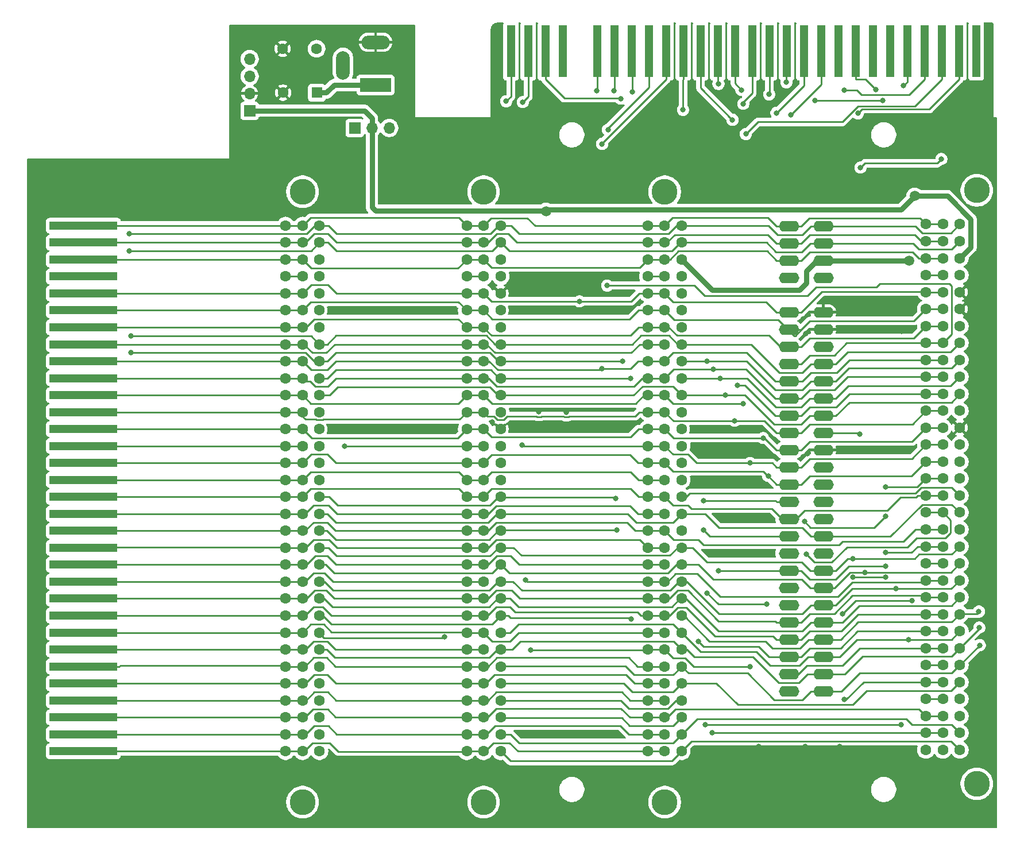
<source format=gbr>
%TF.GenerationSoftware,KiCad,Pcbnew,9.0.7*%
%TF.CreationDate,2026-02-25T22:10:38+03:00*%
%TF.ProjectId,deltas_backplane,64656c74-6173-45f6-9261-636b706c616e,rev?*%
%TF.SameCoordinates,Original*%
%TF.FileFunction,Copper,L1,Top*%
%TF.FilePolarity,Positive*%
%FSLAX46Y46*%
G04 Gerber Fmt 4.6, Leading zero omitted, Abs format (unit mm)*
G04 Created by KiCad (PCBNEW 9.0.7) date 2026-02-25 22:10:38*
%MOMM*%
%LPD*%
G01*
G04 APERTURE LIST*
%TA.AperFunction,ComponentPad*%
%ADD10C,3.800000*%
%TD*%
%TA.AperFunction,ComponentPad*%
%ADD11C,1.600000*%
%TD*%
%TA.AperFunction,ComponentPad*%
%ADD12R,1.700000X1.700000*%
%TD*%
%TA.AperFunction,ComponentPad*%
%ADD13O,1.700000X1.700000*%
%TD*%
%TA.AperFunction,ComponentPad*%
%ADD14R,4.600000X2.000000*%
%TD*%
%TA.AperFunction,ComponentPad*%
%ADD15O,4.200000X2.000000*%
%TD*%
%TA.AperFunction,ComponentPad*%
%ADD16O,2.000000X4.200000*%
%TD*%
%TA.AperFunction,SMDPad,CuDef*%
%ADD17R,10.000000X1.270000*%
%TD*%
%TA.AperFunction,ComponentPad*%
%ADD18O,3.000000X1.600000*%
%TD*%
%TA.AperFunction,ComponentPad*%
%ADD19R,1.600000X1.600000*%
%TD*%
%TA.AperFunction,SMDPad,CuDef*%
%ADD20R,1.270000X7.620000*%
%TD*%
%TA.AperFunction,ViaPad*%
%ADD21C,0.800000*%
%TD*%
%TA.AperFunction,ViaPad*%
%ADD22C,1.500000*%
%TD*%
%TA.AperFunction,Conductor*%
%ADD23C,0.250000*%
%TD*%
%TA.AperFunction,Conductor*%
%ADD24C,0.800000*%
%TD*%
G04 APERTURE END LIST*
D10*
%TO.P,J3,*%
%TO.N,*%
X152504000Y-131175000D03*
X152504000Y-41175000D03*
D11*
%TO.P,J3,1,A15*%
%TO.N,A15*%
X150004000Y-46175000D03*
X152504000Y-46175000D03*
%TO.P,J3,2,A13*%
%TO.N,A13*%
X150004000Y-48675000D03*
X152504000Y-48675000D03*
%TO.P,J3,3,D7*%
%TO.N,D7*%
X150004000Y-51175000D03*
X152504000Y-51175000D03*
%TO.P,J3,4*%
%TO.N,unconnected-(J3-Pad4)*%
X150004000Y-53675000D03*
X152504000Y-53675000D03*
%TO.P,J3,5,D0*%
%TO.N,D0*%
X150004000Y-56175000D03*
X152504000Y-56175000D03*
%TO.P,J3,6,D1*%
%TO.N,D1*%
X150004000Y-58675000D03*
X152504000Y-58675000D03*
%TO.P,J3,7,D2*%
%TO.N,D2*%
X150004000Y-61175000D03*
X152504000Y-61175000D03*
%TO.P,J3,8,D6*%
%TO.N,D6*%
X150004000Y-63675000D03*
X152504000Y-63675000D03*
%TO.P,J3,9,D5*%
%TO.N,D5*%
X150004000Y-66175000D03*
X152504000Y-66175000D03*
%TO.P,J3,10,D3*%
%TO.N,D3*%
X150004000Y-68675000D03*
X152504000Y-68675000D03*
%TO.P,J3,11,D4*%
%TO.N,D4*%
X150004000Y-71175000D03*
X152504000Y-71175000D03*
%TO.P,J3,12,\u041F\u0420*%
%TO.N,\u041F\u0420L*%
X150004000Y-73675000D03*
X152504000Y-73675000D03*
%TO.P,J3,13,\u041D\u041F\u0420*%
%TO.N,\u041D\u041F\u0420L*%
X150004000Y-76175000D03*
X152504000Y-76175000D03*
%TO.P,J3,14,\u0421\u0422\u041E\u041F*%
%TO.N,\u0421\u0422\u041E\u041FL*%
X150004000Y-78675000D03*
X152504000Y-78675000D03*
%TO.P,J3,15,\u041E\u0417\u0423*%
%TO.N,\u041E\u0417\u0423L*%
X150004000Y-81175000D03*
X152504000Y-81175000D03*
%TO.P,J3,16,\u0412\u0423*%
%TO.N,\u0412\u0423L*%
X150004000Y-83675000D03*
X152504000Y-83675000D03*
%TO.P,J3,17,\u0427\u0422*%
%TO.N,\u0427\u0422L*%
X150004000Y-86175000D03*
X152504000Y-86175000D03*
%TO.P,J3,18,\u0417\u041F*%
%TO.N,\u0417\u041FL*%
X150004000Y-88675000D03*
X152504000Y-88675000D03*
%TO.P,J3,19,BD2*%
%TO.N,B19_SNP*%
X150004000Y-91175000D03*
X152504000Y-91175000D03*
%TO.P,J3,20,\u041E\u0416\u0418\u0414*%
%TO.N,\u041E\u0416\u0418\u0414L*%
X150004000Y-93675000D03*
X152504000Y-93675000D03*
%TO.P,J3,21,P1*%
%TO.N,B21_SNP*%
X150004000Y-96175000D03*
X152504000Y-96175000D03*
%TO.P,J3,22,P2*%
%TO.N,B22_SNP*%
X150004000Y-98675000D03*
X152504000Y-98675000D03*
%TO.P,J3,23,\u041C1*%
%TO.N,M1L*%
X150004000Y-101175000D03*
X152504000Y-101175000D03*
%TO.P,J3,24,\u0420\u0413\u041D*%
%TO.N,\u0420\u0413\u041DL*%
X150004000Y-103675000D03*
X152504000Y-103675000D03*
%TO.P,J3,25,A8*%
%TO.N,A8*%
X150004000Y-106175000D03*
X152504000Y-106175000D03*
%TO.P,J3,26,A10*%
%TO.N,A10*%
X150004000Y-108675000D03*
X152504000Y-108675000D03*
%TO.P,J3,27,\u0421\u0411\u0420\u041E\u0421*%
%TO.N,\u0421\u0411\u0420\u041E\u0421L*%
X150004000Y-111175000D03*
X152504000Y-111175000D03*
%TO.P,J3,28,P4*%
%TO.N,B28_SNP*%
X150004000Y-113675000D03*
X152504000Y-113675000D03*
%TO.P,J3,29,P5*%
%TO.N,B29_SNP*%
X150004000Y-116175000D03*
X152504000Y-116175000D03*
%TO.P,J3,30,BD4*%
%TO.N,B30_SNP*%
X150004000Y-118675000D03*
X152504000Y-118675000D03*
%TO.P,J3,31,BD0*%
%TO.N,B31_SNP*%
X150004000Y-121175000D03*
X152504000Y-121175000D03*
%TO.P,J3,32,BD7*%
%TO.N,B32_SNP*%
X150004000Y-123675000D03*
X152504000Y-123675000D03*
%TO.P,J3,33,A14*%
%TO.N,A14*%
X155004000Y-46175000D03*
%TO.P,J3,34,A12*%
%TO.N,A12*%
X155004000Y-48675000D03*
%TO.P,J3,35,"+5"*%
%TO.N,5V_connector*%
X155004000Y-51175000D03*
%TO.P,J3,36*%
%TO.N,unconnected-(J3-Pad36)*%
X155004000Y-53675000D03*
%TO.P,J3,37,\u041E\u0431\u0449\u0438\u0439*%
%TO.N,GND*%
X155004000Y-56175000D03*
%TO.P,J3,38,\u041E\u0431\u0449\u0438\u0439*%
X155004000Y-58675000D03*
%TO.P,J3,39*%
%TO.N,unconnected-(J3-Pad39)*%
X155004000Y-61175000D03*
%TO.P,J3,40,A0*%
%TO.N,A0*%
X155004000Y-63675000D03*
%TO.P,J3,41,A1*%
%TO.N,A1*%
X155004000Y-66175000D03*
%TO.P,J3,42,A2*%
%TO.N,A2*%
X155004000Y-68675000D03*
%TO.P,J3,43,A3*%
%TO.N,A3*%
X155004000Y-71175000D03*
%TO.P,J3,44*%
%TO.N,unconnected-(J3-Pad44)*%
X155004000Y-73675000D03*
%TO.P,J3,45,\u041E\u0431\u0449\u0438\u0439*%
%TO.N,GND*%
X155004000Y-76175000D03*
%TO.P,J3,46*%
%TO.N,unconnected-(J3-Pad46)*%
X155004000Y-78675000D03*
%TO.P,J3,47*%
%TO.N,unconnected-(J3-Pad47)*%
X155004000Y-81175000D03*
%TO.P,J3,48*%
%TO.N,unconnected-(J3-Pad48)*%
X155004000Y-83675000D03*
%TO.P,J3,49,\u0421\u0422\u0420*%
%TO.N,STROBL*%
X155004000Y-86175000D03*
%TO.P,J3,50,\u0417\u0410\u041F\u0420\u0428*%
%TO.N,\u0417\u0410\u041F\u0420\u0428L*%
X155004000Y-88675000D03*
%TO.P,J3,51,BD1*%
%TO.N,A19_SNP*%
X155004000Y-91175000D03*
%TO.P,J3,52,A7*%
%TO.N,A7*%
X155004000Y-93675000D03*
%TO.P,J3,53,A6*%
%TO.N,A6*%
X155004000Y-96175000D03*
%TO.P,J3,54,A5*%
%TO.N,A5*%
X155004000Y-98675000D03*
%TO.P,J3,55,A4*%
%TO.N,A4*%
X155004000Y-101175000D03*
%TO.P,J3,56,\u0411\u041B\u041A_\u041F\u0417\u0423*%
%TO.N,\u0427\u0422\u041F\u0417\u0423L*%
X155004000Y-103675000D03*
%TO.P,J3,57,\u041F\u0417\u0428*%
%TO.N,\u041F\u0417\u0428L*%
X155004000Y-106175000D03*
%TO.P,J3,58,A9*%
%TO.N,A9*%
X155004000Y-108675000D03*
%TO.P,J3,59,A11*%
%TO.N,A11*%
X155004000Y-111175000D03*
%TO.P,J3,60,P5*%
%TO.N,A28_SNP*%
X155004000Y-113675000D03*
%TO.P,J3,61,BD3*%
%TO.N,A29_SNP*%
X155004000Y-116175000D03*
%TO.P,J3,62,BD5*%
%TO.N,A30_SNP*%
X155004000Y-118675000D03*
%TO.P,J3,63,BD6*%
%TO.N,A31_SNP*%
X155004000Y-121175000D03*
%TO.P,J3,64,\u0413\u0422*%
%TO.N,BUSY*%
X155004000Y-123675000D03*
%TD*%
D10*
%TO.P,J2,*%
%TO.N,*%
X125804000Y-131175000D03*
X125804000Y-41175000D03*
D11*
%TO.P,J2,1,A15*%
%TO.N,A15*%
X123304000Y-46175000D03*
X125804000Y-46175000D03*
%TO.P,J2,2,A13*%
%TO.N,A13*%
X123304000Y-48675000D03*
X125804000Y-48675000D03*
%TO.P,J2,3,D7*%
%TO.N,D7*%
X123304000Y-51175000D03*
X125804000Y-51175000D03*
%TO.P,J2,4*%
%TO.N,unconnected-(J2-Pad4)*%
X123304000Y-53675000D03*
X125804000Y-53675000D03*
%TO.P,J2,5,D0*%
%TO.N,D0*%
X123304000Y-56175000D03*
X125804000Y-56175000D03*
%TO.P,J2,6,D1*%
%TO.N,D1*%
X123304000Y-58675000D03*
X125804000Y-58675000D03*
%TO.P,J2,7,D2*%
%TO.N,D2*%
X123304000Y-61175000D03*
X125804000Y-61175000D03*
%TO.P,J2,8,D6*%
%TO.N,D6*%
X123304000Y-63675000D03*
X125804000Y-63675000D03*
%TO.P,J2,9,D5*%
%TO.N,D5*%
X123304000Y-66175000D03*
X125804000Y-66175000D03*
%TO.P,J2,10,D3*%
%TO.N,D3*%
X123304000Y-68675000D03*
X125804000Y-68675000D03*
%TO.P,J2,11,D4*%
%TO.N,D4*%
X123304000Y-71175000D03*
X125804000Y-71175000D03*
%TO.P,J2,12,\u041F\u0420*%
%TO.N,\u041F\u0420L*%
X123304000Y-73675000D03*
X125804000Y-73675000D03*
%TO.P,J2,13,\u041D\u041F\u0420*%
%TO.N,\u041D\u041F\u0420L*%
X123304000Y-76175000D03*
X125804000Y-76175000D03*
%TO.P,J2,14,\u0421\u0422\u041E\u041F*%
%TO.N,\u0421\u0422\u041E\u041FL*%
X123304000Y-78675000D03*
X125804000Y-78675000D03*
%TO.P,J2,15,\u041E\u0417\u0423*%
%TO.N,\u041E\u0417\u0423L*%
X123304000Y-81175000D03*
X125804000Y-81175000D03*
%TO.P,J2,16,\u0412\u0423*%
%TO.N,\u0412\u0423L*%
X123304000Y-83675000D03*
X125804000Y-83675000D03*
%TO.P,J2,17,\u0427\u0422*%
%TO.N,\u0427\u0422L*%
X123304000Y-86175000D03*
X125804000Y-86175000D03*
%TO.P,J2,18,\u0417\u041F*%
%TO.N,\u0417\u041FL*%
X123304000Y-88675000D03*
X125804000Y-88675000D03*
%TO.P,J2,19,BD2*%
%TO.N,B19_SNP*%
X123304000Y-91175000D03*
X125804000Y-91175000D03*
%TO.P,J2,20,\u041E\u0416\u0418\u0414*%
%TO.N,\u041E\u0416\u0418\u0414L*%
X123304000Y-93675000D03*
X125804000Y-93675000D03*
%TO.P,J2,21,P1*%
%TO.N,B21_SNP*%
X123304000Y-96175000D03*
X125804000Y-96175000D03*
%TO.P,J2,22,P2*%
%TO.N,B22_SNP*%
X123304000Y-98675000D03*
X125804000Y-98675000D03*
%TO.P,J2,23,\u041C1*%
%TO.N,M1L*%
X123304000Y-101175000D03*
X125804000Y-101175000D03*
%TO.P,J2,24,\u0420\u0413\u041D*%
%TO.N,\u0420\u0413\u041DL*%
X123304000Y-103675000D03*
X125804000Y-103675000D03*
%TO.P,J2,25,A8*%
%TO.N,A8*%
X123304000Y-106175000D03*
X125804000Y-106175000D03*
%TO.P,J2,26,A10*%
%TO.N,A10*%
X123304000Y-108675000D03*
X125804000Y-108675000D03*
%TO.P,J2,27,\u0421\u0411\u0420\u041E\u0421*%
%TO.N,\u0421\u0411\u0420\u041E\u0421L*%
X123304000Y-111175000D03*
X125804000Y-111175000D03*
%TO.P,J2,28,P4*%
%TO.N,B28_SNP*%
X123304000Y-113675000D03*
X125804000Y-113675000D03*
%TO.P,J2,29,P5*%
%TO.N,B29_SNP*%
X123304000Y-116175000D03*
X125804000Y-116175000D03*
%TO.P,J2,30,BD4*%
%TO.N,B30_SNP*%
X123304000Y-118675000D03*
X125804000Y-118675000D03*
%TO.P,J2,31,BD0*%
%TO.N,B31_SNP*%
X123304000Y-121175000D03*
X125804000Y-121175000D03*
%TO.P,J2,32,BD7*%
%TO.N,B32_SNP*%
X123304000Y-123675000D03*
X125804000Y-123675000D03*
%TO.P,J2,33,A14*%
%TO.N,A14*%
X128304000Y-46175000D03*
%TO.P,J2,34,A12*%
%TO.N,A12*%
X128304000Y-48675000D03*
%TO.P,J2,35,"+5"*%
%TO.N,5V_connector*%
X128304000Y-51175000D03*
%TO.P,J2,36*%
%TO.N,unconnected-(J2-Pad36)*%
X128304000Y-53675000D03*
%TO.P,J2,37,\u041E\u0431\u0449\u0438\u0439*%
%TO.N,GND*%
X128304000Y-56175000D03*
%TO.P,J2,38,\u041E\u0431\u0449\u0438\u0439*%
X128304000Y-58675000D03*
%TO.P,J2,39*%
%TO.N,unconnected-(J2-Pad39)*%
X128304000Y-61175000D03*
%TO.P,J2,40,A0*%
%TO.N,A0*%
X128304000Y-63675000D03*
%TO.P,J2,41,A1*%
%TO.N,A1*%
X128304000Y-66175000D03*
%TO.P,J2,42,A2*%
%TO.N,A2*%
X128304000Y-68675000D03*
%TO.P,J2,43,A3*%
%TO.N,A3*%
X128304000Y-71175000D03*
%TO.P,J2,44*%
%TO.N,unconnected-(J2-Pad44)*%
X128304000Y-73675000D03*
%TO.P,J2,45,\u041E\u0431\u0449\u0438\u0439*%
%TO.N,GND*%
X128304000Y-76175000D03*
%TO.P,J2,46*%
%TO.N,unconnected-(J2-Pad46)*%
X128304000Y-78675000D03*
%TO.P,J2,47*%
%TO.N,unconnected-(J2-Pad47)*%
X128304000Y-81175000D03*
%TO.P,J2,48*%
%TO.N,unconnected-(J2-Pad48)*%
X128304000Y-83675000D03*
%TO.P,J2,49,\u0421\u0422\u0420*%
%TO.N,STROBL*%
X128304000Y-86175000D03*
%TO.P,J2,50,\u0417\u0410\u041F\u0420\u0428*%
%TO.N,\u0417\u0410\u041F\u0420\u0428L*%
X128304000Y-88675000D03*
%TO.P,J2,51,BD1*%
%TO.N,A19_SNP*%
X128304000Y-91175000D03*
%TO.P,J2,52,A7*%
%TO.N,A7*%
X128304000Y-93675000D03*
%TO.P,J2,53,A6*%
%TO.N,A6*%
X128304000Y-96175000D03*
%TO.P,J2,54,A5*%
%TO.N,A5*%
X128304000Y-98675000D03*
%TO.P,J2,55,A4*%
%TO.N,A4*%
X128304000Y-101175000D03*
%TO.P,J2,56,\u0411\u041B\u041A_\u041F\u0417\u0423*%
%TO.N,\u0427\u0422\u041F\u0417\u0423L*%
X128304000Y-103675000D03*
%TO.P,J2,57,\u041F\u0417\u0428*%
%TO.N,\u041F\u0417\u0428L*%
X128304000Y-106175000D03*
%TO.P,J2,58,A9*%
%TO.N,A9*%
X128304000Y-108675000D03*
%TO.P,J2,59,A11*%
%TO.N,A11*%
X128304000Y-111175000D03*
%TO.P,J2,60,P5*%
%TO.N,A28_SNP*%
X128304000Y-113675000D03*
%TO.P,J2,61,BD3*%
%TO.N,A29_SNP*%
X128304000Y-116175000D03*
%TO.P,J2,62,BD5*%
%TO.N,A30_SNP*%
X128304000Y-118675000D03*
%TO.P,J2,63,BD6*%
%TO.N,A31_SNP*%
X128304000Y-121175000D03*
%TO.P,J2,64,\u0413\u0422*%
%TO.N,BUSY*%
X128304000Y-123675000D03*
%TD*%
D10*
%TO.P,J5,*%
%TO.N,*%
X225204000Y-128475000D03*
X225204000Y-40975000D03*
D11*
%TO.P,J5,1,A15*%
%TO.N,A15*%
X217704000Y-45975000D03*
X220204000Y-45975000D03*
%TO.P,J5,2,A13*%
%TO.N,A13*%
X217704000Y-48475000D03*
X220204000Y-48475000D03*
%TO.P,J5,3,D7*%
%TO.N,D7*%
X217704000Y-50975000D03*
X220204000Y-50975000D03*
%TO.P,J5,4*%
%TO.N,unconnected-(J5-Pad4)*%
X217704000Y-53475000D03*
X220204000Y-53475000D03*
%TO.P,J5,5,D0*%
%TO.N,D0*%
X217704000Y-55975000D03*
X220204000Y-55975000D03*
%TO.P,J5,6,D1*%
%TO.N,D1*%
X217704000Y-58475000D03*
X220204000Y-58475000D03*
%TO.P,J5,7,D2*%
%TO.N,D2*%
X217704000Y-60975000D03*
X220204000Y-60975000D03*
%TO.P,J5,8,D6*%
%TO.N,D6*%
X217704000Y-63475000D03*
X220204000Y-63475000D03*
%TO.P,J5,9,D5*%
%TO.N,D5*%
X217704000Y-65975000D03*
X220204000Y-65975000D03*
%TO.P,J5,10,D3*%
%TO.N,D3*%
X217704000Y-68475000D03*
X220204000Y-68475000D03*
%TO.P,J5,11,D4*%
%TO.N,D4*%
X217704000Y-70975000D03*
X220204000Y-70975000D03*
%TO.P,J5,12,\u041F\u0420*%
%TO.N,\u041F\u0420L*%
X217704000Y-73475000D03*
X220204000Y-73475000D03*
%TO.P,J5,13,\u041D\u041F\u0420*%
%TO.N,\u041D\u041F\u0420L*%
X217704000Y-75975000D03*
X220204000Y-75975000D03*
%TO.P,J5,14,\u0421\u0422\u041E\u041F*%
%TO.N,\u0421\u0422\u041E\u041FL*%
X217704000Y-78475000D03*
X220204000Y-78475000D03*
%TO.P,J5,15,\u041E\u0417\u0423*%
%TO.N,\u041E\u0417\u0423L*%
X217704000Y-80975000D03*
X220204000Y-80975000D03*
%TO.P,J5,16,\u0412\u0423*%
%TO.N,\u0412\u0423L*%
X217704000Y-83475000D03*
X220204000Y-83475000D03*
%TO.P,J5,17,\u0427\u0422*%
%TO.N,\u0427\u0422L*%
X217704000Y-85975000D03*
X220204000Y-85975000D03*
%TO.P,J5,18,\u0417\u041F*%
%TO.N,\u0417\u041FL*%
X217704000Y-88475000D03*
X220204000Y-88475000D03*
%TO.P,J5,19,BD2*%
%TO.N,B19_SNP*%
X217704000Y-90975000D03*
X220204000Y-90975000D03*
%TO.P,J5,20,\u041E\u0416\u0418\u0414*%
%TO.N,\u041E\u0416\u0418\u0414L*%
X217704000Y-93475000D03*
X220204000Y-93475000D03*
%TO.P,J5,21,P1*%
%TO.N,B21_SNP*%
X217704000Y-95975000D03*
X220204000Y-95975000D03*
%TO.P,J5,22,P2*%
%TO.N,B22_SNP*%
X217704000Y-98475000D03*
X220204000Y-98475000D03*
%TO.P,J5,23,\u041C1*%
%TO.N,M1L*%
X217704000Y-100975000D03*
X220204000Y-100975000D03*
%TO.P,J5,24,\u0420\u0413\u041D*%
%TO.N,\u0420\u0413\u041DL*%
X217704000Y-103475000D03*
X220204000Y-103475000D03*
%TO.P,J5,25,A8*%
%TO.N,A8*%
X217704000Y-105975000D03*
X220204000Y-105975000D03*
%TO.P,J5,26,A10*%
%TO.N,A10*%
X217704000Y-108475000D03*
X220204000Y-108475000D03*
%TO.P,J5,27,\u0421\u0411\u0420\u041E\u0421*%
%TO.N,\u0421\u0411\u0420\u041E\u0421L*%
X217704000Y-110975000D03*
X220204000Y-110975000D03*
%TO.P,J5,28,P4*%
%TO.N,B28_SNP*%
X217704000Y-113475000D03*
X220204000Y-113475000D03*
%TO.P,J5,29,P5*%
%TO.N,B29_SNP*%
X217704000Y-115975000D03*
X220204000Y-115975000D03*
%TO.P,J5,30,BD4*%
%TO.N,B30_SNP*%
X217704000Y-118475000D03*
X220204000Y-118475000D03*
%TO.P,J5,31,BD0*%
%TO.N,B31_SNP*%
X217704000Y-120975000D03*
X220204000Y-120975000D03*
%TO.P,J5,32,BD7*%
%TO.N,B32_SNP*%
X217704000Y-123475000D03*
X220204000Y-123475000D03*
%TO.P,J5,33,A14*%
%TO.N,A14*%
X222704000Y-45975000D03*
%TO.P,J5,34,A12*%
%TO.N,A12*%
X222704000Y-48475000D03*
%TO.P,J5,35,"+5"*%
%TO.N,5V_connector*%
X222704000Y-50975000D03*
%TO.P,J5,36*%
%TO.N,unconnected-(J5-Pad36)*%
X222704000Y-53475000D03*
%TO.P,J5,37,\u041E\u0431\u0449\u0438\u0439*%
%TO.N,GND*%
X222704000Y-55975000D03*
%TO.P,J5,38,\u041E\u0431\u0449\u0438\u0439*%
X222704000Y-58475000D03*
%TO.P,J5,39*%
%TO.N,unconnected-(J5-Pad39)*%
X222704000Y-60975000D03*
%TO.P,J5,40,A0*%
%TO.N,A0*%
X222704000Y-63475000D03*
%TO.P,J5,41,A1*%
%TO.N,A1*%
X222704000Y-65975000D03*
%TO.P,J5,42,A2*%
%TO.N,A2*%
X222704000Y-68475000D03*
%TO.P,J5,43,A3*%
%TO.N,A3*%
X222704000Y-70975000D03*
%TO.P,J5,44*%
%TO.N,unconnected-(J5-Pad44)*%
X222704000Y-73475000D03*
%TO.P,J5,45,\u041E\u0431\u0449\u0438\u0439*%
%TO.N,GND*%
X222704000Y-75975000D03*
%TO.P,J5,46*%
%TO.N,unconnected-(J5-Pad46)*%
X222704000Y-78475000D03*
%TO.P,J5,47*%
%TO.N,unconnected-(J5-Pad47)*%
X222704000Y-80975000D03*
%TO.P,J5,48*%
%TO.N,unconnected-(J5-Pad48)*%
X222704000Y-83475000D03*
%TO.P,J5,49,\u0421\u0422\u0420*%
%TO.N,STROBL*%
X222704000Y-85975000D03*
%TO.P,J5,50,\u0417\u0410\u041F\u0420\u0428*%
%TO.N,\u0417\u0410\u041F\u0420\u0428L*%
X222704000Y-88475000D03*
%TO.P,J5,51,BD1*%
%TO.N,A19_SNP*%
X222704000Y-90975000D03*
%TO.P,J5,52,A7*%
%TO.N,A7*%
X222704000Y-93475000D03*
%TO.P,J5,53,A6*%
%TO.N,A6*%
X222704000Y-95975000D03*
%TO.P,J5,54,A5*%
%TO.N,A5*%
X222704000Y-98475000D03*
%TO.P,J5,55,A4*%
%TO.N,A4*%
X222704000Y-100975000D03*
%TO.P,J5,56,\u0411\u041B\u041A_\u041F\u0417\u0423*%
%TO.N,\u0427\u0422\u041F\u0417\u0423L*%
X222704000Y-103475000D03*
%TO.P,J5,57,\u041F\u0417\u0428*%
%TO.N,\u041F\u0417\u0428L*%
X222704000Y-105975000D03*
%TO.P,J5,58,A9*%
%TO.N,A9*%
X222704000Y-108475000D03*
%TO.P,J5,59,A11*%
%TO.N,A11*%
X222704000Y-110975000D03*
%TO.P,J5,60,P5*%
%TO.N,A28_SNP*%
X222704000Y-113475000D03*
%TO.P,J5,61,BD3*%
%TO.N,A29_SNP*%
X222704000Y-115975000D03*
%TO.P,J5,62,BD5*%
%TO.N,A30_SNP*%
X222704000Y-118475000D03*
%TO.P,J5,63,BD6*%
%TO.N,A31_SNP*%
X222704000Y-120975000D03*
%TO.P,J5,64,\u0413\u0422*%
%TO.N,BUSY*%
X222704000Y-123475000D03*
%TD*%
%TO.P,C2,1*%
%TO.N,Net-(JP1-B)*%
X127875000Y-20097000D03*
%TO.P,C2,2*%
%TO.N,GND*%
X122875000Y-20097000D03*
%TD*%
D12*
%TO.P,J9,1,Pin_1*%
%TO.N,5V_connector*%
X118009000Y-29241000D03*
D13*
%TO.P,J9,2,Pin_2*%
%TO.N,GND*%
X118009000Y-26701000D03*
%TO.P,J9,3,Pin_3*%
%TO.N,unconnected-(J9-Pin_3-Pad3)*%
X118009000Y-24161000D03*
%TO.P,J9,4,Pin_4*%
%TO.N,unconnected-(J9-Pin_4-Pad4)*%
X118009000Y-21621000D03*
%TD*%
D14*
%TO.P,J8,1*%
%TO.N,Net-(JP1-B)*%
X136566000Y-25439000D03*
D15*
%TO.P,J8,2*%
%TO.N,GND*%
X136566000Y-19139000D03*
D16*
%TO.P,J8,MP*%
%TO.N,N/C*%
X131766000Y-22539000D03*
%TD*%
D17*
%TO.P,J1,1,A15*%
%TO.N,A15*%
X93497990Y-46175020D03*
%TO.P,J1,2,A13*%
%TO.N,A13*%
X93497990Y-48674990D03*
%TO.P,J1,3,D7*%
%TO.N,D7*%
X93497990Y-51175010D03*
%TO.P,J1,4*%
%TO.N,unconnected-(J1-Pad4)*%
X93497990Y-53674980D03*
%TO.P,J1,5,D0*%
%TO.N,D0*%
X93497990Y-56175000D03*
%TO.P,J1,6,D1*%
%TO.N,D1*%
X93497990Y-58675020D03*
%TO.P,J1,7,D2*%
%TO.N,D2*%
X93497990Y-61174990D03*
%TO.P,J1,8,D6*%
%TO.N,D6*%
X93497990Y-63675010D03*
%TO.P,J1,9,D5*%
%TO.N,D5*%
X93497990Y-66174980D03*
%TO.P,J1,10,D3*%
%TO.N,D3*%
X93497990Y-68675000D03*
%TO.P,J1,11,D4*%
%TO.N,D4*%
X93497990Y-71175020D03*
%TO.P,J1,12,\u041F\u0420*%
%TO.N,\u041F\u0420L*%
X93497990Y-73674990D03*
%TO.P,J1,13,\u041D\u041F\u0420*%
%TO.N,\u041D\u041F\u0420L*%
X93497990Y-76175010D03*
%TO.P,J1,14,\u0421\u0422\u041E\u041F*%
%TO.N,\u0421\u0422\u041E\u041FL*%
X93497990Y-78674980D03*
%TO.P,J1,15,\u041E\u0417\u0423*%
%TO.N,\u041E\u0417\u0423L*%
X93497990Y-81175000D03*
%TO.P,J1,16,\u0412\u0423*%
%TO.N,\u0412\u0423L*%
X93497990Y-83675030D03*
%TO.P,J1,17,\u0427\u0422*%
%TO.N,\u0427\u0422L*%
X93497990Y-86174990D03*
%TO.P,J1,18,\u0417\u041F*%
%TO.N,\u0417\u041FL*%
X93497990Y-88675020D03*
%TO.P,J1,19,BD2*%
%TO.N,B19_SNP*%
X93497990Y-91174980D03*
%TO.P,J1,20,\u041E\u0416\u0418\u0414*%
%TO.N,\u041E\u0416\u0418\u0414L*%
X93497990Y-93675010D03*
%TO.P,J1,21,P1*%
%TO.N,B21_SNP*%
X93497990Y-96175030D03*
%TO.P,J1,22,P2*%
%TO.N,B22_SNP*%
X93497990Y-98675000D03*
%TO.P,J1,23,\u041C1*%
%TO.N,M1L*%
X93497990Y-101175020D03*
%TO.P,J1,24,\u0420\u0413\u041D*%
%TO.N,\u0420\u0413\u041DL*%
X93497990Y-103674990D03*
%TO.P,J1,25,A8*%
%TO.N,A8*%
X93497990Y-106175010D03*
%TO.P,J1,26,A10*%
%TO.N,A10*%
X93497990Y-108675030D03*
%TO.P,J1,27,\u0421\u0411\u0420\u041E\u0421*%
%TO.N,\u0421\u0411\u0420\u041E\u0421L*%
X93497990Y-111175000D03*
%TO.P,J1,28,P4*%
%TO.N,B28_SNP*%
X93497990Y-113675020D03*
%TO.P,J1,29,P5*%
%TO.N,B29_SNP*%
X93497990Y-116174990D03*
%TO.P,J1,30,BD4*%
%TO.N,B30_SNP*%
X93497990Y-118675010D03*
%TO.P,J1,31,BD0*%
%TO.N,B31_SNP*%
X93497990Y-121175030D03*
%TO.P,J1,32,BD7*%
%TO.N,B32_SNP*%
X93497990Y-123675000D03*
%TD*%
D12*
%TO.P,JP1,1,A*%
%TO.N,+5V*%
X133503000Y-31781000D03*
D13*
%TO.P,JP1,2,C*%
%TO.N,5V_connector*%
X136043000Y-31781000D03*
%TO.P,JP1,3,B*%
%TO.N,Net-(JP1-B)*%
X138583000Y-31781000D03*
%TD*%
D18*
%TO.P,J7,1,A15*%
%TO.N,A15*%
X197511000Y-46259000D03*
%TO.P,J7,2,A13*%
%TO.N,A13*%
X197511000Y-48799000D03*
%TO.P,J7,3,D7*%
%TO.N,D7*%
X197511000Y-51339000D03*
%TO.P,J7,4,OE*%
%TO.N,unconnected-(J7-OE-Pad4)*%
X197511000Y-53879000D03*
%TO.P,J7,6,D0*%
%TO.N,D0*%
X197511000Y-58959000D03*
%TO.P,J7,7,D1*%
%TO.N,D1*%
X197511000Y-61499000D03*
%TO.P,J7,8,D2*%
%TO.N,D2*%
X197511000Y-64039000D03*
%TO.P,J7,9,D6*%
%TO.N,D6*%
X197511000Y-66579000D03*
%TO.P,J7,10,D5*%
%TO.N,D5*%
X197511000Y-69119000D03*
%TO.P,J7,11,D3*%
%TO.N,D3*%
X197511000Y-71659000D03*
%TO.P,J7,12,D4*%
%TO.N,D4*%
X197511000Y-74199000D03*
%TO.P,J7,13,INT*%
%TO.N,\u041F\u0420L*%
X197511000Y-76739000D03*
%TO.P,J7,14,NMI*%
%TO.N,\u041D\u041F\u0420L*%
X197511000Y-79279000D03*
%TO.P,J7,15,HALT*%
%TO.N,\u0421\u0422\u041E\u041FL*%
X197511000Y-81819000D03*
%TO.P,J7,16,MREQ*%
%TO.N,\u041E\u0417\u0423L*%
X197511000Y-84359000D03*
%TO.P,J7,17,IORQ*%
%TO.N,\u0412\u0423L*%
X197511000Y-86899000D03*
%TO.P,J7,18,RD*%
%TO.N,\u0427\u0422L*%
X197511000Y-89439000D03*
%TO.P,J7,19,WR*%
%TO.N,\u0417\u041FL*%
X197511000Y-91979000D03*
%TO.P,J7,20,-5V*%
%TO.N,unconnected-(J7--5V-Pad20)*%
X197511000Y-94519000D03*
%TO.P,J7,21,WAIT*%
%TO.N,\u041E\u0416\u0418\u0414L*%
X197511000Y-97059000D03*
%TO.P,J7,22,+12V*%
%TO.N,unconnected-(J7-+12V-Pad22)*%
X197511000Y-99599000D03*
%TO.P,J7,23,-12V*%
%TO.N,unconnected-(J7--12V-Pad23)*%
X197511000Y-102139000D03*
%TO.P,J7,24,M1*%
%TO.N,M1L*%
X197511000Y-104679000D03*
%TO.P,J7,25,RFSH*%
%TO.N,\u0420\u0413\u041DL*%
X197511000Y-107219000D03*
%TO.P,J7,26,A8*%
%TO.N,A8*%
X197511000Y-109759000D03*
%TO.P,J7,27,A10*%
%TO.N,A10*%
X197511000Y-112299000D03*
%TO.P,J7,28,NC*%
%TO.N,unconnected-(J7-NC-Pad28)*%
X197511000Y-114839000D03*
%TO.P,J7,29,A14*%
%TO.N,A14*%
X202591000Y-46259000D03*
%TO.P,J7,30,A12*%
%TO.N,A12*%
X202591000Y-48799000D03*
%TO.P,J7,31,+5V*%
%TO.N,5V_connector*%
X202591000Y-51339000D03*
%TO.P,J7,32,NC*%
%TO.N,unconnected-(J7-NC-Pad32)*%
X202591000Y-53879000D03*
%TO.P,J7,34,GND*%
%TO.N,GND*%
X202591000Y-58959000D03*
%TO.P,J7,35,GND*%
X202591000Y-61499000D03*
%TO.P,J7,36,CLK*%
%TO.N,unconnected-(J7-CLK-Pad36)*%
X202591000Y-64039000D03*
%TO.P,J7,37,A0*%
%TO.N,A0*%
X202591000Y-66579000D03*
%TO.P,J7,38,A1*%
%TO.N,A1*%
X202591000Y-69119000D03*
%TO.P,J7,39,A2*%
%TO.N,A2*%
X202591000Y-71659000D03*
%TO.P,J7,40,A3*%
%TO.N,A3*%
X202591000Y-74199000D03*
%TO.P,J7,41,NC*%
%TO.N,B28_SNP*%
X202591000Y-76739000D03*
%TO.P,J7,42,GND*%
%TO.N,GND*%
X202591000Y-79279000D03*
%TO.P,J7,43,OE*%
%TO.N,unconnected-(J7-OE-Pad43)*%
X202591000Y-81819000D03*
%TO.P,J7,44,NC*%
%TO.N,unconnected-(J7-NC-Pad44)*%
X202591000Y-84359000D03*
%TO.P,J7,45,NC*%
%TO.N,unconnected-(J7-NC-Pad45)*%
X202591000Y-86899000D03*
%TO.P,J7,46,NC*%
%TO.N,unconnected-(J7-NC-Pad46)*%
X202591000Y-89439000D03*
%TO.P,J7,47,BUSRQ*%
%TO.N,\u0417\u0410\u041F\u0420\u0428L*%
X202591000Y-91979000D03*
%TO.P,J7,48,RESET*%
%TO.N,\u0421\u0411\u0420\u041E\u0421L*%
X202591000Y-94519000D03*
%TO.P,J7,49,A7*%
%TO.N,A7*%
X202591000Y-97059000D03*
%TO.P,J7,50,A6*%
%TO.N,A6*%
X202591000Y-99599000D03*
%TO.P,J7,51,A5*%
%TO.N,A5*%
X202591000Y-102139000D03*
%TO.P,J7,52,A4*%
%TO.N,A4*%
X202591000Y-104679000D03*
%TO.P,J7,53,ROMCS*%
%TO.N,\u0427\u0422\u041F\u0417\u0423L*%
X202591000Y-107219000D03*
%TO.P,J7,54,BUSACK*%
%TO.N,\u041F\u0417\u0428L*%
X202591000Y-109759000D03*
%TO.P,J7,55,A9*%
%TO.N,A9*%
X202591000Y-112299000D03*
%TO.P,J7,56,A11*%
%TO.N,A11*%
X202591000Y-114839000D03*
%TD*%
D19*
%TO.P,C1,1*%
%TO.N,Net-(JP1-B)*%
X127922100Y-26574000D03*
D11*
%TO.P,C1,2*%
%TO.N,GND*%
X122922100Y-26574000D03*
%TD*%
D10*
%TO.P,J4,*%
%TO.N,*%
X179204000Y-131175000D03*
X179204000Y-41175000D03*
D11*
%TO.P,J4,1,A15*%
%TO.N,A15*%
X176704000Y-46175000D03*
X179204000Y-46175000D03*
%TO.P,J4,2,A13*%
%TO.N,A13*%
X176704000Y-48675000D03*
X179204000Y-48675000D03*
%TO.P,J4,3,D7*%
%TO.N,D7*%
X176704000Y-51175000D03*
X179204000Y-51175000D03*
%TO.P,J4,4*%
%TO.N,unconnected-(J4-Pad4)*%
X176704000Y-53675000D03*
X179204000Y-53675000D03*
%TO.P,J4,5,D0*%
%TO.N,D0*%
X176704000Y-56175000D03*
X179204000Y-56175000D03*
%TO.P,J4,6,D1*%
%TO.N,D1*%
X176704000Y-58675000D03*
X179204000Y-58675000D03*
%TO.P,J4,7,D2*%
%TO.N,D2*%
X176704000Y-61175000D03*
X179204000Y-61175000D03*
%TO.P,J4,8,D6*%
%TO.N,D6*%
X176704000Y-63675000D03*
X179204000Y-63675000D03*
%TO.P,J4,9,D5*%
%TO.N,D5*%
X176704000Y-66175000D03*
X179204000Y-66175000D03*
%TO.P,J4,10,D3*%
%TO.N,D3*%
X176704000Y-68675000D03*
X179204000Y-68675000D03*
%TO.P,J4,11,D4*%
%TO.N,D4*%
X176704000Y-71175000D03*
X179204000Y-71175000D03*
%TO.P,J4,12,\u041F\u0420*%
%TO.N,\u041F\u0420L*%
X176704000Y-73675000D03*
X179204000Y-73675000D03*
%TO.P,J4,13,\u041D\u041F\u0420*%
%TO.N,\u041D\u041F\u0420L*%
X176704000Y-76175000D03*
X179204000Y-76175000D03*
%TO.P,J4,14,\u0421\u0422\u041E\u041F*%
%TO.N,\u0421\u0422\u041E\u041FL*%
X176704000Y-78675000D03*
X179204000Y-78675000D03*
%TO.P,J4,15,\u041E\u0417\u0423*%
%TO.N,\u041E\u0417\u0423L*%
X176704000Y-81175000D03*
X179204000Y-81175000D03*
%TO.P,J4,16,\u0412\u0423*%
%TO.N,\u0412\u0423L*%
X176704000Y-83675000D03*
X179204000Y-83675000D03*
%TO.P,J4,17,\u0427\u0422*%
%TO.N,\u0427\u0422L*%
X176704000Y-86175000D03*
X179204000Y-86175000D03*
%TO.P,J4,18,\u0417\u041F*%
%TO.N,\u0417\u041FL*%
X176704000Y-88675000D03*
X179204000Y-88675000D03*
%TO.P,J4,19,BD2*%
%TO.N,B19_SNP*%
X176704000Y-91175000D03*
X179204000Y-91175000D03*
%TO.P,J4,20,\u041E\u0416\u0418\u0414*%
%TO.N,\u041E\u0416\u0418\u0414L*%
X176704000Y-93675000D03*
X179204000Y-93675000D03*
%TO.P,J4,21,P1*%
%TO.N,B21_SNP*%
X176704000Y-96175000D03*
X179204000Y-96175000D03*
%TO.P,J4,22,P2*%
%TO.N,B22_SNP*%
X176704000Y-98675000D03*
X179204000Y-98675000D03*
%TO.P,J4,23,\u041C1*%
%TO.N,M1L*%
X176704000Y-101175000D03*
X179204000Y-101175000D03*
%TO.P,J4,24,\u0420\u0413\u041D*%
%TO.N,\u0420\u0413\u041DL*%
X176704000Y-103675000D03*
X179204000Y-103675000D03*
%TO.P,J4,25,A8*%
%TO.N,A8*%
X176704000Y-106175000D03*
X179204000Y-106175000D03*
%TO.P,J4,26,A10*%
%TO.N,A10*%
X176704000Y-108675000D03*
X179204000Y-108675000D03*
%TO.P,J4,27,\u0421\u0411\u0420\u041E\u0421*%
%TO.N,\u0421\u0411\u0420\u041E\u0421L*%
X176704000Y-111175000D03*
X179204000Y-111175000D03*
%TO.P,J4,28,P4*%
%TO.N,B28_SNP*%
X176704000Y-113675000D03*
X179204000Y-113675000D03*
%TO.P,J4,29,P5*%
%TO.N,B29_SNP*%
X176704000Y-116175000D03*
X179204000Y-116175000D03*
%TO.P,J4,30,BD4*%
%TO.N,B30_SNP*%
X176704000Y-118675000D03*
X179204000Y-118675000D03*
%TO.P,J4,31,BD0*%
%TO.N,B31_SNP*%
X176704000Y-121175000D03*
X179204000Y-121175000D03*
%TO.P,J4,32,BD7*%
%TO.N,B32_SNP*%
X176704000Y-123675000D03*
X179204000Y-123675000D03*
%TO.P,J4,33,A14*%
%TO.N,A14*%
X181704000Y-46175000D03*
%TO.P,J4,34,A12*%
%TO.N,A12*%
X181704000Y-48675000D03*
%TO.P,J4,35,"+5"*%
%TO.N,5V_connector*%
X181704000Y-51175000D03*
%TO.P,J4,36*%
%TO.N,unconnected-(J4-Pad36)*%
X181704000Y-53675000D03*
%TO.P,J4,37,\u041E\u0431\u0449\u0438\u0439*%
%TO.N,GND*%
X181704000Y-56175000D03*
%TO.P,J4,38,\u041E\u0431\u0449\u0438\u0439*%
X181704000Y-58675000D03*
%TO.P,J4,39*%
%TO.N,unconnected-(J4-Pad39)*%
X181704000Y-61175000D03*
%TO.P,J4,40,A0*%
%TO.N,A0*%
X181704000Y-63675000D03*
%TO.P,J4,41,A1*%
%TO.N,A1*%
X181704000Y-66175000D03*
%TO.P,J4,42,A2*%
%TO.N,A2*%
X181704000Y-68675000D03*
%TO.P,J4,43,A3*%
%TO.N,A3*%
X181704000Y-71175000D03*
%TO.P,J4,44*%
%TO.N,unconnected-(J4-Pad44)*%
X181704000Y-73675000D03*
%TO.P,J4,45,\u041E\u0431\u0449\u0438\u0439*%
%TO.N,GND*%
X181704000Y-76175000D03*
%TO.P,J4,46*%
%TO.N,unconnected-(J4-Pad46)*%
X181704000Y-78675000D03*
%TO.P,J4,47*%
%TO.N,unconnected-(J4-Pad47)*%
X181704000Y-81175000D03*
%TO.P,J4,48*%
%TO.N,unconnected-(J4-Pad48)*%
X181704000Y-83675000D03*
%TO.P,J4,49,\u0421\u0422\u0420*%
%TO.N,STROBL*%
X181704000Y-86175000D03*
%TO.P,J4,50,\u0417\u0410\u041F\u0420\u0428*%
%TO.N,\u0417\u0410\u041F\u0420\u0428L*%
X181704000Y-88675000D03*
%TO.P,J4,51,BD1*%
%TO.N,A19_SNP*%
X181704000Y-91175000D03*
%TO.P,J4,52,A7*%
%TO.N,A7*%
X181704000Y-93675000D03*
%TO.P,J4,53,A6*%
%TO.N,A6*%
X181704000Y-96175000D03*
%TO.P,J4,54,A5*%
%TO.N,A5*%
X181704000Y-98675000D03*
%TO.P,J4,55,A4*%
%TO.N,A4*%
X181704000Y-101175000D03*
%TO.P,J4,56,\u0411\u041B\u041A_\u041F\u0417\u0423*%
%TO.N,\u0427\u0422\u041F\u0417\u0423L*%
X181704000Y-103675000D03*
%TO.P,J4,57,\u041F\u0417\u0428*%
%TO.N,\u041F\u0417\u0428L*%
X181704000Y-106175000D03*
%TO.P,J4,58,A9*%
%TO.N,A9*%
X181704000Y-108675000D03*
%TO.P,J4,59,A11*%
%TO.N,A11*%
X181704000Y-111175000D03*
%TO.P,J4,60,P5*%
%TO.N,A28_SNP*%
X181704000Y-113675000D03*
%TO.P,J4,61,BD3*%
%TO.N,A29_SNP*%
X181704000Y-116175000D03*
%TO.P,J4,62,BD5*%
%TO.N,A30_SNP*%
X181704000Y-118675000D03*
%TO.P,J4,63,BD6*%
%TO.N,A31_SNP*%
X181704000Y-121175000D03*
%TO.P,J4,64,\u0413\u0422*%
%TO.N,BUSY*%
X181704000Y-123675000D03*
%TD*%
D20*
%TO.P,J6,1,A15*%
%TO.N,A15*%
X156541000Y-20475000D03*
%TO.P,J6,2,A13*%
%TO.N,A13*%
X159081000Y-20475000D03*
%TO.P,J6,3,D7*%
%TO.N,D7*%
X161621000Y-20475000D03*
%TO.P,J6,4,OE*%
%TO.N,unconnected-(J6-OE-Pad4)*%
X164161000Y-20475000D03*
%TO.P,J6,6,D0*%
%TO.N,D0*%
X169241000Y-20475000D03*
%TO.P,J6,7,D1*%
%TO.N,D1*%
X171781000Y-20475000D03*
%TO.P,J6,8,D2*%
%TO.N,D2*%
X174321000Y-20475000D03*
%TO.P,J6,9,D6*%
%TO.N,D6*%
X176861000Y-20475000D03*
%TO.P,J6,10,D5*%
%TO.N,D5*%
X179401000Y-20475000D03*
%TO.P,J6,11,D3*%
%TO.N,D3*%
X181941000Y-20475000D03*
%TO.P,J6,12,D4*%
%TO.N,D4*%
X184481000Y-20475000D03*
%TO.P,J6,13,INT*%
%TO.N,\u041F\u0420L*%
X187021000Y-20475000D03*
%TO.P,J6,14,NMI*%
%TO.N,\u041D\u041F\u0420L*%
X189561000Y-20475000D03*
%TO.P,J6,15,HALT*%
%TO.N,\u0421\u0422\u041E\u041FL*%
X192101000Y-20475000D03*
%TO.P,J6,16,MREQ*%
%TO.N,\u041E\u0417\u0423L*%
X194641000Y-20475000D03*
%TO.P,J6,17,IORQ*%
%TO.N,\u0412\u0423L*%
X197181000Y-20475000D03*
%TO.P,J6,18,RD*%
%TO.N,\u0427\u0422L*%
X199721000Y-20475000D03*
%TO.P,J6,19,WR*%
%TO.N,\u0417\u041FL*%
X202261000Y-20475000D03*
%TO.P,J6,20,-5V*%
%TO.N,unconnected-(J6--5V-Pad20)*%
X204801000Y-20475000D03*
%TO.P,J6,21,WAIT*%
%TO.N,\u041E\u0416\u0418\u0414L*%
X207341000Y-20475000D03*
%TO.P,J6,22,+12V*%
%TO.N,unconnected-(J6-+12V-Pad22)*%
X209881000Y-20475000D03*
%TO.P,J6,23,-12V*%
%TO.N,unconnected-(J6--12V-Pad23)*%
X212421000Y-20475000D03*
%TO.P,J6,24,M1*%
%TO.N,M1L*%
X214961000Y-20475000D03*
%TO.P,J6,25,RFSH*%
%TO.N,\u0420\u0413\u041DL*%
X217501000Y-20475000D03*
%TO.P,J6,26,A8*%
%TO.N,A8*%
X220041000Y-20475000D03*
%TO.P,J6,27,A10*%
%TO.N,A10*%
X222581000Y-20475000D03*
%TO.P,J6,28,NC*%
%TO.N,unconnected-(J6-NC-Pad28)*%
X225121000Y-20475000D03*
%TD*%
D21*
%TO.N,A15*%
X155816000Y-27844010D03*
%TO.N,A13*%
X158267990Y-27971010D03*
%TO.N,D7*%
X172745990Y-27463010D03*
%TO.N,D0*%
X166632700Y-57346900D03*
X169189990Y-26320010D03*
%TO.N,D1*%
X171729990Y-26320010D03*
%TO.N,D2*%
X174396990Y-26447010D03*
%TO.N,D6*%
X170713990Y-55022010D03*
X170840990Y-32030400D03*
%TO.N,D5*%
X169951990Y-67304800D03*
X169970000Y-34122020D03*
%TO.N,D3*%
X186334990Y-67341010D03*
X181889990Y-29114010D03*
%TO.N,D4*%
X190779990Y-72421010D03*
X189890990Y-69754010D03*
X189192490Y-30574510D03*
%TO.N,\u041F\u0420L*%
X187115003Y-25285997D03*
X189509990Y-74961010D03*
%TO.N,\u041D\u041F\u0420L*%
X190496500Y-26163900D03*
X193700990Y-77501010D03*
%TO.N,\u0421\u0422\u041E\u041FL*%
X191795990Y-81184010D03*
X158140990Y-78517010D03*
X131978990Y-78675000D03*
X190779990Y-28225010D03*
%TO.N,\u041E\u0417\u0423L*%
X194589990Y-26828010D03*
X194462990Y-83089010D03*
%TO.N,\u0412\u0423L*%
X211734990Y-84740010D03*
X199796990Y-89820010D03*
X201320990Y-27717010D03*
X197129990Y-25050010D03*
X211352000Y-27717010D03*
X184937990Y-86764300D03*
X211734990Y-89058010D03*
%TO.N,\u0427\u0422L*%
X195669490Y-29558510D03*
%TO.N,\u0417\u041FL*%
X197828490Y-29812510D03*
X184937990Y-91090010D03*
X200050990Y-94646010D03*
%TO.N,\u041E\u0416\u0418\u0414L*%
X211734990Y-94392010D03*
X187096990Y-97059000D03*
X211734990Y-96425400D03*
X210345200Y-26160700D03*
%TO.N,B21_SNP*%
X205384990Y-103409010D03*
X185445990Y-100361010D03*
X194208990Y-102009300D03*
X215671990Y-101496200D03*
%TO.N,B22_SNP*%
X158678100Y-98420400D03*
%TO.N,M1L*%
X214401990Y-25558010D03*
%TO.N,\u0420\u0413\u041DL*%
X206908990Y-98014600D03*
X205638990Y-26193010D03*
X211734990Y-98031900D03*
%TO.N,A8*%
X191160990Y-32670010D03*
X184175990Y-107473010D03*
%TO.N,A10*%
X191795990Y-111195600D03*
X207670990Y-29622010D03*
X159410990Y-108743010D03*
%TO.N,B28_SNP*%
X205638990Y-116050100D03*
X207930200Y-76882100D03*
%TO.N,B31_SNP*%
X186207990Y-120935010D03*
%TO.N,A14*%
X100212410Y-47402010D03*
%TO.N,A12*%
X100228990Y-49925000D03*
%TO.N,GND*%
X164719590Y-76104010D03*
X204953190Y-122992410D03*
X160909590Y-58679610D03*
X164719590Y-73665610D03*
X224434990Y-52355010D03*
X200228790Y-79761610D03*
X183794990Y-35718010D03*
X189154390Y-79660010D03*
X189205190Y-89261210D03*
X196977590Y-124567210D03*
X193065990Y-122992410D03*
X214147990Y-61753010D03*
X139344990Y-131095010D03*
X153797590Y-54920410D03*
X164109990Y-55149010D03*
X165252990Y-40544010D03*
X153797590Y-75138810D03*
X187427190Y-124668810D03*
X197256990Y-40671010D03*
X135026990Y-58705010D03*
X142773990Y-58705010D03*
X184556990Y-76231010D03*
X167157990Y-121011210D03*
X107213990Y-41179010D03*
X189154390Y-94544410D03*
X183667990Y-40925010D03*
X192430990Y-131603010D03*
X200025590Y-62134010D03*
X142773990Y-40671010D03*
X214147990Y-58705010D03*
X160960390Y-55123610D03*
X224561990Y-77374010D03*
X160655590Y-73614810D03*
X189205190Y-84181210D03*
X199923990Y-122992410D03*
X226593990Y-111283010D03*
X160096790Y-121062010D03*
X224561990Y-58578010D03*
X187731990Y-76231010D03*
X188874990Y-27590010D03*
X160655590Y-76205610D03*
X197256990Y-34448010D03*
X214401990Y-79279010D03*
X164211590Y-58628810D03*
X133325190Y-76154810D03*
X178079990Y-35718010D03*
X109753990Y-130714010D03*
%TO.N,A0*%
X100482990Y-62425000D03*
%TO.N,A1*%
X185445990Y-66175000D03*
X100482990Y-64925000D03*
X172999990Y-66198010D03*
%TO.N,A2*%
X174142990Y-68738010D03*
X187350990Y-68675000D03*
%TO.N,A3*%
X188112990Y-71175000D03*
%TO.N,STROBL*%
X171983990Y-86391010D03*
%TO.N,A19_SNP*%
X172110990Y-91090010D03*
%TO.N,A7*%
X206908990Y-95281010D03*
%TO.N,A6*%
X208686990Y-97289600D03*
%TO.N,A5*%
X213258990Y-99726010D03*
%TO.N,\u0427\u0422\u041F\u0417\u0423L*%
X174251300Y-104144200D03*
X225514490Y-103091510D03*
%TO.N,\u041F\u0417\u0428L*%
X215163990Y-107219010D03*
X146746200Y-106821800D03*
X208051990Y-37623010D03*
X219989990Y-36353010D03*
%TO.N,A9*%
X225577990Y-105441010D03*
%TO.N,A11*%
X225637990Y-108041010D03*
%TO.N,A30_SNP*%
X214020990Y-119792010D03*
X185191990Y-119792010D03*
D22*
%TO.N,5V_connector*%
X216052990Y-41814010D03*
X215250900Y-51339000D03*
X161696990Y-44034420D03*
%TD*%
D23*
%TO.N,A15*%
X126970400Y-45008600D02*
X148837600Y-45008600D01*
X197511000Y-46259000D02*
X199337900Y-46259000D01*
X194438100Y-45013000D02*
X195684100Y-46259000D01*
X199337900Y-46259000D02*
X200496900Y-45100000D01*
X180366000Y-45013000D02*
X194438100Y-45013000D01*
X93504000Y-46175000D02*
X98830900Y-46175000D01*
X155816000Y-27844010D02*
X156541000Y-27119010D01*
X124240100Y-46175000D02*
X125804000Y-46175000D01*
X200496900Y-45100000D02*
X216829000Y-45100000D01*
X160091900Y-46175000D02*
X176704000Y-46175000D01*
X216829000Y-45100000D02*
X217704000Y-45975000D01*
X152504000Y-46175000D02*
X153631200Y-45047800D01*
X179204000Y-46175000D02*
X180366000Y-45013000D01*
X156541000Y-27119010D02*
X156541000Y-20475000D01*
X148837600Y-45008600D02*
X150004000Y-46175000D01*
X124240100Y-46175000D02*
X98830900Y-46175000D01*
X179204000Y-46175000D02*
X176704000Y-46175000D01*
X152504000Y-46175000D02*
X150004000Y-46175000D01*
X153631200Y-45047800D02*
X158964700Y-45047800D01*
X158964700Y-45047800D02*
X160091900Y-46175000D01*
X125804000Y-46175000D02*
X126970400Y-45008600D01*
X123304000Y-46175000D02*
X124240100Y-46175000D01*
X197511000Y-46259000D02*
X195684100Y-46259000D01*
X220204000Y-45975000D02*
X217704000Y-45975000D01*
%TO.N,A13*%
X156108990Y-47402010D02*
X157381980Y-48675000D01*
X195684100Y-48799000D02*
X197511000Y-48799000D01*
X130838980Y-48675000D02*
X150004000Y-48675000D01*
X125804000Y-48675000D02*
X126261000Y-48675000D01*
X200607890Y-47529010D02*
X199337900Y-48799000D01*
X159081000Y-27158000D02*
X159081000Y-20475000D01*
X125804000Y-48675000D02*
X123304000Y-48675000D01*
X129565990Y-47402010D02*
X130838980Y-48675000D01*
X154413890Y-47402010D02*
X156108990Y-47402010D01*
X179204000Y-48675000D02*
X179474000Y-48675000D01*
X220204000Y-48475000D02*
X217704000Y-48475000D01*
X150004000Y-48675000D02*
X152504000Y-48675000D01*
X216052990Y-47529010D02*
X200607890Y-47529010D01*
X180645800Y-47503200D02*
X194388300Y-47503200D01*
X158267990Y-27971010D02*
X159081000Y-27158000D01*
X126261000Y-48675000D02*
X127533990Y-47402010D01*
X176704000Y-48675000D02*
X179204000Y-48675000D01*
X152504000Y-48675000D02*
X153140900Y-48675000D01*
X199337900Y-48799000D02*
X197511000Y-48799000D01*
X93504000Y-48675000D02*
X123304000Y-48675000D01*
X194388300Y-47503200D02*
X195684100Y-48799000D01*
X153140900Y-48675000D02*
X154413890Y-47402010D01*
X127533990Y-47402010D02*
X129565990Y-47402010D01*
X157381980Y-48675000D02*
X176704000Y-48675000D01*
X216998980Y-48475000D02*
X216052990Y-47529010D01*
X179474000Y-48675000D02*
X180645800Y-47503200D01*
X217704000Y-48475000D02*
X216998980Y-48475000D01*
%TO.N,D7*%
X200607890Y-50069010D02*
X215773910Y-50069010D01*
X215773910Y-50069010D02*
X216679900Y-50975000D01*
X176704000Y-51175000D02*
X179204000Y-51175000D01*
X179976700Y-51175000D02*
X179204000Y-51175000D01*
X194287110Y-49942010D02*
X181209690Y-49942010D01*
X172745990Y-27463010D02*
X172676980Y-27394000D01*
X181209690Y-49942010D02*
X179976700Y-51175000D01*
X216679900Y-50975000D02*
X217704000Y-50975000D01*
X152504000Y-51175000D02*
X153675900Y-52346900D01*
X153675900Y-52346900D02*
X175532100Y-52346900D01*
X127111010Y-52482010D02*
X148696990Y-52482010D01*
X93504000Y-51175000D02*
X123304000Y-51175000D01*
X175532100Y-52346900D02*
X176704000Y-51175000D01*
X148696990Y-52482010D02*
X150004000Y-51175000D01*
X220204000Y-50975000D02*
X217704000Y-50975000D01*
X125804000Y-51175000D02*
X127111010Y-52482010D01*
X161621000Y-24611900D02*
X161621000Y-20475000D01*
X197511000Y-51339000D02*
X195684100Y-51339000D01*
X164403100Y-27394000D02*
X161621000Y-24611900D01*
X195684100Y-51339000D02*
X194287110Y-49942010D01*
X199337900Y-51339000D02*
X200607890Y-50069010D01*
X197511000Y-51339000D02*
X199337900Y-51339000D01*
X125804000Y-51175000D02*
X123304000Y-51175000D01*
X172676980Y-27394000D02*
X164403100Y-27394000D01*
X150004000Y-51175000D02*
X152504000Y-51175000D01*
%TO.N,D0*%
X152504000Y-56175000D02*
X153675900Y-57346900D01*
X194150100Y-57425000D02*
X195684100Y-58959000D01*
X153675900Y-57346900D02*
X166632700Y-57346900D01*
X150004000Y-56175000D02*
X149994010Y-56165010D01*
X217640010Y-55911010D02*
X202385890Y-55911010D01*
X217704000Y-55975000D02*
X217640010Y-55911010D01*
X199337900Y-58959000D02*
X197511000Y-58959000D01*
X129565990Y-54895010D02*
X127083990Y-54895010D01*
X127083990Y-54895010D02*
X125804000Y-56175000D01*
X176704000Y-56175000D02*
X175403000Y-56175000D01*
X179204000Y-56175000D02*
X176704000Y-56175000D01*
X130835990Y-56165010D02*
X129565990Y-54895010D01*
X197511000Y-58959000D02*
X195684100Y-58959000D01*
X169189990Y-26320010D02*
X169241000Y-26269000D01*
X125804000Y-56175000D02*
X123304000Y-56175000D01*
X180454000Y-57425000D02*
X194150100Y-57425000D01*
X220204000Y-55975000D02*
X217704000Y-55975000D01*
X152504000Y-56175000D02*
X150004000Y-56175000D01*
X179204000Y-56175000D02*
X180454000Y-57425000D01*
X174231100Y-57346900D02*
X166632700Y-57346900D01*
X202385890Y-55911010D02*
X199337900Y-58959000D01*
X169241000Y-26269000D02*
X169241000Y-20475000D01*
X149994010Y-56165010D02*
X130835990Y-56165010D01*
X175403000Y-56175000D02*
X174231100Y-57346900D01*
X93504000Y-56175000D02*
X123304000Y-56175000D01*
%TO.N,D1*%
X171781000Y-26269000D02*
X171781000Y-20475000D01*
X175316000Y-58675000D02*
X176704000Y-58675000D01*
X200607890Y-60229010D02*
X199337900Y-61499000D01*
X198426900Y-62410000D02*
X199337900Y-61499000D01*
X220204000Y-58475000D02*
X217704000Y-58475000D01*
X179204000Y-58675000D02*
X180566500Y-60037500D01*
X127043990Y-57435010D02*
X125804000Y-58675000D01*
X148764010Y-57435010D02*
X127043990Y-57435010D01*
X174015990Y-59975010D02*
X175316000Y-58675000D01*
X171729990Y-26320010D02*
X171781000Y-26269000D01*
X195951000Y-60037500D02*
X198323500Y-62410000D01*
X198323500Y-62410000D02*
X198426900Y-62410000D01*
X180566500Y-60037500D02*
X195951000Y-60037500D01*
X150004000Y-58675000D02*
X148764010Y-57435010D01*
X153804010Y-59975010D02*
X174015990Y-59975010D01*
X197511000Y-61499000D02*
X199337900Y-61499000D01*
X217704000Y-58475000D02*
X215949990Y-60229010D01*
X93504000Y-58675000D02*
X123304000Y-58675000D01*
X125804000Y-58675000D02*
X123304000Y-58675000D01*
X152504000Y-58675000D02*
X153804010Y-59975010D01*
X179204000Y-58675000D02*
X176704000Y-58675000D01*
X152504000Y-58675000D02*
X150004000Y-58675000D01*
X215949990Y-60229010D02*
X200607890Y-60229010D01*
%TO.N,D2*%
X152443100Y-61175000D02*
X151254000Y-61175000D01*
X150004000Y-61175000D02*
X151254000Y-61175000D01*
X175356000Y-61175000D02*
X174142990Y-62388010D01*
X127533990Y-59975010D02*
X148804010Y-59975010D01*
X93504000Y-61175000D02*
X123304000Y-61175000D01*
X153656110Y-62388010D02*
X152443100Y-61175000D01*
X196240980Y-64039000D02*
X194601180Y-62399200D01*
X150004000Y-61175000D02*
X152504000Y-61175000D01*
X217704000Y-60975000D02*
X215909990Y-62769010D01*
X197511000Y-64039000D02*
X196240980Y-64039000D01*
X179787980Y-61175000D02*
X179204000Y-61175000D01*
X199337900Y-64039000D02*
X197511000Y-64039000D01*
X148804010Y-59975010D02*
X150004000Y-61175000D01*
X174396990Y-20550990D02*
X174321000Y-20475000D01*
X151254000Y-61175000D02*
X152504000Y-61175000D01*
X125804000Y-61175000D02*
X126334000Y-61175000D01*
X176704000Y-61175000D02*
X175356000Y-61175000D01*
X123304000Y-61175000D02*
X125804000Y-61175000D01*
X220204000Y-60975000D02*
X217704000Y-60975000D01*
X176704000Y-61175000D02*
X179204000Y-61175000D01*
X200607890Y-62769010D02*
X199337900Y-64039000D01*
X181012180Y-62399200D02*
X179787980Y-61175000D01*
X194601180Y-62399200D02*
X181012180Y-62399200D01*
X174142990Y-62388010D02*
X153656110Y-62388010D01*
X126334000Y-61175000D02*
X127533990Y-59975010D01*
X174396990Y-26447010D02*
X174396990Y-20550990D01*
X215909990Y-62769010D02*
X200607890Y-62769010D01*
%TO.N,D6*%
X150004000Y-63675000D02*
X152504000Y-63675000D01*
X126026980Y-63675000D02*
X127279990Y-64928010D01*
X197511000Y-66579000D02*
X199337900Y-66579000D01*
X199337900Y-66579000D02*
X200607890Y-65309010D01*
X176861000Y-25765610D02*
X176861000Y-20475000D01*
X170840990Y-32030400D02*
X170840990Y-31785620D01*
X174269990Y-64928010D02*
X175523000Y-63675000D01*
X217704000Y-63475000D02*
X220204000Y-63475000D01*
X129311990Y-64928010D02*
X130565000Y-63675000D01*
X123304000Y-63675000D02*
X125804000Y-63675000D01*
X130565000Y-63675000D02*
X150004000Y-63675000D01*
X210373890Y-55276010D02*
X210881890Y-54768010D01*
X210881890Y-54768010D02*
X221179900Y-54768010D01*
X154203990Y-64928010D02*
X174269990Y-64928010D01*
X152504000Y-63675000D02*
X152950980Y-63675000D01*
X170740800Y-54995200D02*
X183532400Y-54995200D01*
X125804000Y-63675000D02*
X126026980Y-63675000D01*
X221513990Y-62165010D02*
X220204000Y-63475000D01*
X221179900Y-54768010D02*
X221513990Y-55102100D01*
X175523000Y-63675000D02*
X176704000Y-63675000D01*
X200242490Y-56546010D02*
X201512490Y-55276010D01*
X185083210Y-56546010D02*
X200242490Y-56546010D01*
X206019600Y-63475000D02*
X217704000Y-63475000D01*
X201512490Y-55276010D02*
X210373890Y-55276010D01*
X204185590Y-65309010D02*
X206019600Y-63475000D01*
X183532400Y-54995200D02*
X185083210Y-56546010D01*
X200607890Y-65309010D02*
X204185590Y-65309010D01*
X152950980Y-63675000D02*
X154203990Y-64928010D01*
X127279990Y-64928010D02*
X129311990Y-64928010D01*
X170713990Y-55022010D02*
X170740800Y-54995200D01*
X221513990Y-55102100D02*
X221513990Y-62165010D01*
X93504000Y-63675000D02*
X123304000Y-63675000D01*
X170840990Y-31785620D02*
X176861000Y-25765610D01*
X176704000Y-63675000D02*
X179204000Y-63675000D01*
%TO.N,D5*%
X179204000Y-66175000D02*
X176704000Y-66175000D01*
X175309000Y-66175000D02*
X176704000Y-66175000D01*
X204557200Y-67848900D02*
X200744100Y-67848900D01*
X129438990Y-67468010D02*
X130708990Y-66198010D01*
X169951990Y-67304800D02*
X174179200Y-67304800D01*
X149980990Y-66198010D02*
X150004000Y-66175000D01*
X179401000Y-24611900D02*
X179401000Y-20475000D01*
X217704000Y-65975000D02*
X206431100Y-65975000D01*
X206431100Y-65975000D02*
X204557200Y-67848900D01*
X197511000Y-69119000D02*
X195484500Y-69119000D01*
X195484500Y-69119000D02*
X191293510Y-64928010D01*
X123304000Y-66175000D02*
X125804000Y-66175000D01*
X154569710Y-67468010D02*
X153276700Y-66175000D01*
X180450990Y-64928010D02*
X179204000Y-66175000D01*
X169951990Y-67304800D02*
X169788780Y-67468010D01*
X93504000Y-66175000D02*
X123304000Y-66175000D01*
X199474000Y-69119000D02*
X197511000Y-69119000D01*
X169970000Y-34122020D02*
X169970000Y-34042900D01*
X153276700Y-66175000D02*
X152504000Y-66175000D01*
X174179200Y-67304800D02*
X175309000Y-66175000D01*
X200744100Y-67848900D02*
X199474000Y-69119000D01*
X169970000Y-34042900D02*
X179401000Y-24611900D01*
X152504000Y-66175000D02*
X150004000Y-66175000D01*
X127097010Y-67468010D02*
X129438990Y-67468010D01*
X125804000Y-66175000D02*
X127097010Y-67468010D01*
X169788780Y-67468010D02*
X154569710Y-67468010D01*
X191293510Y-64928010D02*
X180450990Y-64928010D01*
X220204000Y-65975000D02*
X217704000Y-65975000D01*
X130708990Y-66198010D02*
X149980990Y-66198010D01*
%TO.N,D3*%
X130772000Y-68675000D02*
X150004000Y-68675000D01*
X129565990Y-69881010D02*
X130772000Y-68675000D01*
X181941000Y-24611900D02*
X181941000Y-20475000D01*
X93567010Y-68738010D02*
X93504000Y-68675000D01*
X197511000Y-71659000D02*
X199337900Y-71659000D01*
X124554000Y-68675000D02*
X125487100Y-68675000D01*
X191151406Y-67341010D02*
X195469396Y-71659000D01*
X181889990Y-29114010D02*
X181889990Y-24662910D01*
X186334990Y-67341010D02*
X191151406Y-67341010D01*
X220204000Y-68475000D02*
X217704000Y-68475000D01*
X124554000Y-68675000D02*
X123304000Y-68675000D01*
X199337900Y-71659000D02*
X200607890Y-70389010D01*
X176704000Y-68675000D02*
X175857000Y-68675000D01*
X179204000Y-68675000D02*
X176704000Y-68675000D01*
X181889990Y-24662910D02*
X181941000Y-24611900D01*
X125964000Y-69151900D02*
X126956800Y-69151900D01*
X195469396Y-71659000D02*
X197511000Y-71659000D01*
X186334990Y-67341010D02*
X180537990Y-67341010D01*
X204244190Y-70389010D02*
X206158200Y-68475000D01*
X154457990Y-69881010D02*
X153251980Y-68675000D01*
X127685910Y-69881010D02*
X129565990Y-69881010D01*
X175857000Y-68675000D02*
X174650990Y-69881010D01*
X180537990Y-67341010D02*
X179204000Y-68675000D01*
X126956800Y-69151900D02*
X127685910Y-69881010D01*
X123240990Y-68738010D02*
X93567010Y-68738010D01*
X125487100Y-68675000D02*
X125964000Y-69151900D01*
X174650990Y-69881010D02*
X154457990Y-69881010D01*
X206158200Y-68475000D02*
X217704000Y-68475000D01*
X153251980Y-68675000D02*
X152504000Y-68675000D01*
X152504000Y-68675000D02*
X150004000Y-68675000D01*
X200607890Y-70389010D02*
X204244190Y-70389010D01*
X125804000Y-68675000D02*
X124554000Y-68675000D01*
X123304000Y-68675000D02*
X123240990Y-68738010D01*
%TO.N,D4*%
X176151000Y-71175000D02*
X176704000Y-71175000D01*
X189890990Y-69754010D02*
X191033990Y-69754010D01*
X152504000Y-71175000D02*
X150004000Y-71175000D01*
X179165100Y-71175000D02*
X177954000Y-71175000D01*
X174904990Y-72421010D02*
X176151000Y-71175000D01*
X125804000Y-71175000D02*
X123304000Y-71175000D01*
X152504000Y-71175000D02*
X153750010Y-72421010D01*
X93504000Y-71175000D02*
X123304000Y-71175000D01*
X220204000Y-70975000D02*
X217704000Y-70975000D01*
X206450000Y-70975000D02*
X217704000Y-70975000D01*
X153750010Y-72421010D02*
X174904990Y-72421010D01*
X148757990Y-72421010D02*
X127050010Y-72421010D01*
X150004000Y-71175000D02*
X148757990Y-72421010D01*
X197511000Y-74199000D02*
X199337900Y-74199000D01*
X184481000Y-25863020D02*
X184481000Y-20475000D01*
X199337900Y-74199000D02*
X200607890Y-72929010D01*
X195478980Y-74199000D02*
X197511000Y-74199000D01*
X190779990Y-72421010D02*
X180411110Y-72421010D01*
X127050010Y-72421010D02*
X125804000Y-71175000D01*
X200607890Y-72929010D02*
X204495990Y-72929010D01*
X204495990Y-72929010D02*
X206450000Y-70975000D01*
X180411110Y-72421010D02*
X179165100Y-71175000D01*
X189192490Y-30574510D02*
X184481000Y-25863020D01*
X191033990Y-69754010D02*
X195478980Y-74199000D01*
X176704000Y-71175000D02*
X177954000Y-71175000D01*
X177954000Y-71175000D02*
X179204000Y-71175000D01*
%TO.N,\u041F\u0420L*%
X160354870Y-74340810D02*
X160956310Y-74340810D01*
X152504000Y-73675000D02*
X153104210Y-74275210D01*
X175429000Y-73675000D02*
X176704000Y-73675000D01*
X127769005Y-74732410D02*
X127837595Y-74801000D01*
X125180100Y-73675000D02*
X126237510Y-74732410D01*
X148946590Y-74732410D02*
X150004000Y-73675000D01*
X187021000Y-25191994D02*
X187021000Y-20475000D01*
X155470405Y-74801000D02*
X155996195Y-74275210D01*
X189509990Y-74961010D02*
X193906110Y-74961010D01*
X195684100Y-76739000D02*
X197511000Y-76739000D01*
X154537595Y-74801000D02*
X155470405Y-74801000D01*
X93504000Y-73675000D02*
X123304000Y-73675000D01*
X128770405Y-74801000D02*
X128838995Y-74732410D01*
X125804000Y-73675000D02*
X124554000Y-73675000D01*
X124554000Y-73675000D02*
X125180100Y-73675000D01*
X197511000Y-76739000D02*
X199337900Y-76739000D01*
X174828790Y-74275210D02*
X175429000Y-73675000D01*
X124554000Y-73675000D02*
X123304000Y-73675000D01*
X126237510Y-74732410D02*
X127769005Y-74732410D01*
X127837595Y-74801000D02*
X128770405Y-74801000D01*
X220204000Y-73475000D02*
X217704000Y-73475000D01*
X164302470Y-74275210D02*
X164418870Y-74391610D01*
X160956310Y-74340810D02*
X161021910Y-74275210D01*
X187115003Y-25285997D02*
X187021000Y-25191994D01*
X199337900Y-76739000D02*
X200607890Y-75469010D01*
X154011805Y-74275210D02*
X154537595Y-74801000D01*
X176704000Y-73675000D02*
X179204000Y-73675000D01*
X165136710Y-74275210D02*
X174828790Y-74275210D01*
X161021910Y-74275210D02*
X164302470Y-74275210D01*
X128838995Y-74732410D02*
X148946590Y-74732410D01*
X215709990Y-75469010D02*
X217704000Y-73475000D01*
X151254000Y-73675000D02*
X150004000Y-73675000D01*
X152504000Y-73675000D02*
X151254000Y-73675000D01*
X153104210Y-74275210D02*
X154011805Y-74275210D01*
X155996195Y-74275210D02*
X160289270Y-74275210D01*
X151254000Y-73675000D02*
X152536980Y-73675000D01*
X180490010Y-74961010D02*
X179204000Y-73675000D01*
X160289270Y-74275210D02*
X160354870Y-74340810D01*
X200607890Y-75469010D02*
X215709990Y-75469010D01*
X189509990Y-74961010D02*
X180490010Y-74961010D01*
X164418870Y-74391610D02*
X165020310Y-74391610D01*
X165020310Y-74391610D02*
X165136710Y-74275210D01*
X193906110Y-74961010D02*
X195684100Y-76739000D01*
%TO.N,\u041D\u041F\u0420L*%
X215669990Y-78009010D02*
X200607890Y-78009010D01*
X220204000Y-75975000D02*
X217704000Y-75975000D01*
X190496500Y-26163520D02*
X190496500Y-26163900D01*
X189561000Y-25228020D02*
X190496500Y-26163520D01*
X174142990Y-77374010D02*
X153703010Y-77374010D01*
X179204000Y-76175000D02*
X180530010Y-77501010D01*
X150004000Y-76175000D02*
X152504000Y-76175000D01*
X200607890Y-78009010D02*
X199337900Y-79279000D01*
X193906110Y-77501010D02*
X195684100Y-79279000D01*
X123304000Y-76175000D02*
X125804000Y-76175000D01*
X189561000Y-20475000D02*
X189561000Y-25228020D01*
X150004000Y-76175000D02*
X148652590Y-77526410D01*
X180530010Y-77501010D02*
X193906110Y-77501010D01*
X199337900Y-79279000D02*
X197511000Y-79279000D01*
X217704000Y-75975000D02*
X215669990Y-78009010D01*
X175342000Y-76175000D02*
X174142990Y-77374010D01*
X153703010Y-77374010D02*
X152504000Y-76175000D01*
X127155410Y-77526410D02*
X125804000Y-76175000D01*
X176704000Y-76175000D02*
X175342000Y-76175000D01*
X93504000Y-76175000D02*
X123304000Y-76175000D01*
X195684100Y-79279000D02*
X197511000Y-79279000D01*
X148652590Y-77526410D02*
X127155410Y-77526410D01*
X179204000Y-76175000D02*
X176704000Y-76175000D01*
%TO.N,\u0421\u0422\u041E\u041FL*%
X152504000Y-78675000D02*
X150004000Y-78675000D01*
X200607890Y-80549010D02*
X199337900Y-81819000D01*
X93504000Y-78675000D02*
X123304000Y-78675000D01*
X125804000Y-78675000D02*
X123304000Y-78675000D01*
X180443010Y-79914010D02*
X179204000Y-78675000D01*
X190779990Y-28225010D02*
X190779990Y-27971010D01*
X131978990Y-78675000D02*
X150004000Y-78675000D01*
X215629990Y-80549010D02*
X200607890Y-80549010D01*
X191795990Y-81184010D02*
X183921990Y-81184010D01*
X182651990Y-79914010D02*
X180443010Y-79914010D01*
X190779990Y-27971010D02*
X192101000Y-26650000D01*
X220204000Y-78475000D02*
X217704000Y-78475000D01*
X195684100Y-81819000D02*
X197511000Y-81819000D01*
X199337900Y-81819000D02*
X197511000Y-81819000D01*
X158298980Y-78675000D02*
X176704000Y-78675000D01*
X217704000Y-78475000D02*
X215629990Y-80549010D01*
X183921990Y-81184010D02*
X182651990Y-79914010D01*
X158140990Y-78517010D02*
X158298980Y-78675000D01*
X191795990Y-81184010D02*
X195049110Y-81184010D01*
X192101000Y-26650000D02*
X192101000Y-20475000D01*
X195049110Y-81184010D02*
X195684100Y-81819000D01*
X179204000Y-78675000D02*
X176704000Y-78675000D01*
%TO.N,\u041E\u0417\u0423L*%
X174105080Y-80003100D02*
X175276980Y-81175000D01*
X217704000Y-80975000D02*
X215589990Y-83089010D01*
X194462990Y-83137890D02*
X195684100Y-84359000D01*
X149994990Y-81184010D02*
X130719710Y-81184010D01*
X199337900Y-84359000D02*
X197511000Y-84359000D01*
X179204000Y-81175000D02*
X180454000Y-82425000D01*
X197511000Y-84359000D02*
X195684100Y-84359000D01*
X125804000Y-81175000D02*
X123304000Y-81175000D01*
X194589990Y-26828010D02*
X194641000Y-26777000D01*
X193750100Y-82425000D02*
X194414110Y-83089010D01*
X200607890Y-83089010D02*
X199337900Y-84359000D01*
X215589990Y-83089010D02*
X200607890Y-83089010D01*
X194641000Y-26777000D02*
X194641000Y-20475000D01*
X217704000Y-80975000D02*
X220204000Y-80975000D01*
X180454000Y-82425000D02*
X193750100Y-82425000D01*
X194414110Y-83089010D02*
X194462990Y-83089010D01*
X130719710Y-81184010D02*
X129449710Y-79914010D01*
X93504000Y-81175000D02*
X123304000Y-81175000D01*
X150004000Y-81175000D02*
X149994990Y-81184010D01*
X153675900Y-80003100D02*
X174105080Y-80003100D01*
X152504000Y-81175000D02*
X150004000Y-81175000D01*
X152504000Y-81175000D02*
X153675900Y-80003100D01*
X194462990Y-83089010D02*
X194462990Y-83137890D01*
X176704000Y-81175000D02*
X179204000Y-81175000D01*
X127064990Y-79914010D02*
X125804000Y-81175000D01*
X175276980Y-81175000D02*
X176704000Y-81175000D01*
X129449710Y-79914010D02*
X127064990Y-79914010D01*
%TO.N,\u0412\u0423L*%
X195684100Y-86899000D02*
X197511000Y-86899000D01*
X210083990Y-90709010D02*
X211734990Y-89058010D01*
X217704000Y-83475000D02*
X216438990Y-84740010D01*
X199923990Y-89947010D02*
X199796990Y-89820010D01*
X197181000Y-20475000D02*
X197129990Y-25050010D01*
X126991700Y-82487300D02*
X148816300Y-82487300D01*
X216438990Y-84740010D02*
X211734990Y-84740010D01*
X201320990Y-27717010D02*
X211352000Y-27717010D01*
X152504000Y-83675000D02*
X153675900Y-82503100D01*
X195549400Y-86764300D02*
X195684100Y-86899000D01*
X179204000Y-83675000D02*
X176704000Y-83675000D01*
X199796990Y-89820010D02*
X200685990Y-90709010D01*
X153675900Y-82503100D02*
X174192080Y-82503100D01*
X174192080Y-82503100D02*
X175363980Y-83675000D01*
X184937990Y-86764300D02*
X195549400Y-86764300D01*
X175363980Y-83675000D02*
X176704000Y-83675000D01*
X125804000Y-83675000D02*
X126991700Y-82487300D01*
X148816300Y-82487300D02*
X150004000Y-83675000D01*
X123304000Y-83675000D02*
X93504000Y-83675000D01*
X125804000Y-83675000D02*
X123304000Y-83675000D01*
X220204000Y-83475000D02*
X217704000Y-83475000D01*
X150004000Y-83675000D02*
X152504000Y-83675000D01*
X200685990Y-90709010D02*
X210083990Y-90709010D01*
%TO.N,\u0427\u0422L*%
X180436010Y-87407010D02*
X179204000Y-86175000D01*
X179204000Y-86175000D02*
X176704000Y-86175000D01*
X211999000Y-88159000D02*
X199807000Y-88159000D01*
X125804000Y-86175000D02*
X123304000Y-86175000D01*
X153675900Y-85003100D02*
X152504000Y-86175000D01*
X199721000Y-25507000D02*
X199721000Y-20475000D01*
X199807000Y-88159000D02*
X198527000Y-89439000D01*
X183159990Y-87915010D02*
X182651990Y-87407010D01*
X176704000Y-86175000D02*
X175323980Y-86175000D01*
X216230196Y-86222100D02*
X213935900Y-86222100D01*
X217704000Y-85975000D02*
X220204000Y-85975000D01*
X217704000Y-85975000D02*
X216477296Y-85975000D01*
X148823010Y-84994010D02*
X126984990Y-84994010D01*
X174152080Y-85003100D02*
X153675900Y-85003100D01*
X152504000Y-86175000D02*
X150004000Y-86175000D01*
X197511000Y-89439000D02*
X196494980Y-89439000D01*
X198527000Y-89439000D02*
X197511000Y-89439000D01*
X123304000Y-86175000D02*
X93504000Y-86175000D01*
X196494980Y-89439000D02*
X194970990Y-87915010D01*
X182651990Y-87407010D02*
X180436010Y-87407010D01*
X195669490Y-29558510D02*
X199721000Y-25507000D01*
X150004000Y-86175000D02*
X148823010Y-84994010D01*
X213935900Y-86222100D02*
X211999000Y-88159000D01*
X216477296Y-85975000D02*
X216230196Y-86222100D01*
X126984990Y-84994010D02*
X125804000Y-86175000D01*
X194970990Y-87915010D02*
X183159990Y-87915010D01*
X175323980Y-86175000D02*
X174152080Y-85003100D01*
%TO.N,\u0417\u041FL*%
X197828490Y-29812510D02*
X202261000Y-25380000D01*
X175283980Y-88675000D02*
X176704000Y-88675000D01*
X150004000Y-88675000D02*
X152504000Y-88675000D01*
X200050990Y-94646010D02*
X201234780Y-95829800D01*
X176704000Y-88675000D02*
X179204000Y-88675000D01*
X203820200Y-95829800D02*
X206048300Y-93601700D01*
X202261000Y-25380000D02*
X202261000Y-20475000D01*
X185826980Y-91979000D02*
X197511000Y-91979000D01*
X126139000Y-88675000D02*
X125804000Y-88675000D01*
X206048300Y-93601700D02*
X214938300Y-93601700D01*
X153140900Y-88675000D02*
X154317000Y-87498900D01*
X129636850Y-87407010D02*
X127406990Y-87407010D01*
X201234780Y-95829800D02*
X203820200Y-95829800D01*
X221351500Y-89622500D02*
X220204000Y-88475000D01*
X214938300Y-93601700D02*
X216315000Y-92225000D01*
X150004000Y-88675000D02*
X130904840Y-88675000D01*
X221351500Y-91450700D02*
X221351500Y-89622500D01*
X93504000Y-88675000D02*
X123304000Y-88675000D01*
X216315000Y-92225000D02*
X220577200Y-92225000D01*
X154317000Y-87498900D02*
X174107880Y-87498900D01*
X174107880Y-87498900D02*
X175283980Y-88675000D01*
X125804000Y-88675000D02*
X123304000Y-88675000D01*
X152504000Y-88675000D02*
X153140900Y-88675000D01*
X130904840Y-88675000D02*
X129636850Y-87407010D01*
X217704000Y-88475000D02*
X220204000Y-88475000D01*
X220577200Y-92225000D02*
X221351500Y-91450700D01*
X184937990Y-91090010D02*
X185826980Y-91979000D01*
X127406990Y-87407010D02*
X126139000Y-88675000D01*
%TO.N,B19_SNP*%
X127406990Y-89947010D02*
X129438990Y-89947010D01*
X174862980Y-91175000D02*
X173634990Y-89947010D01*
X129438990Y-89947010D02*
X130666980Y-91175000D01*
X180516400Y-92487400D02*
X179204000Y-91175000D01*
X184176380Y-92487400D02*
X180516400Y-92487400D01*
X93504000Y-91175000D02*
X123304000Y-91175000D01*
X173634990Y-89947010D02*
X154368890Y-89947010D01*
X176704000Y-91175000D02*
X174862980Y-91175000D01*
X204876990Y-93249010D02*
X184937990Y-93249010D01*
X130666980Y-91175000D02*
X150004000Y-91175000D01*
X125804000Y-91175000D02*
X126179000Y-91175000D01*
X205384990Y-92741010D02*
X204876990Y-93249010D01*
X153140900Y-91175000D02*
X152504000Y-91175000D01*
X216168000Y-90975000D02*
X214401990Y-92741010D01*
X214401990Y-92741010D02*
X205384990Y-92741010D01*
X217704000Y-90975000D02*
X216168000Y-90975000D01*
X220204000Y-90975000D02*
X217704000Y-90975000D01*
X154368890Y-89947010D02*
X153140900Y-91175000D01*
X123304000Y-91175000D02*
X125804000Y-91175000D01*
X126179000Y-91175000D02*
X127406990Y-89947010D01*
X176704000Y-91175000D02*
X179204000Y-91175000D01*
X150004000Y-91175000D02*
X152504000Y-91175000D01*
X184937990Y-93249010D02*
X184176380Y-92487400D01*
%TO.N,\u041E\u0416\u0418\u0414L*%
X208796400Y-24611900D02*
X210345200Y-26160700D01*
X150004000Y-93675000D02*
X152504000Y-93675000D01*
X204421290Y-98329010D02*
X200607910Y-98329010D01*
X129692990Y-92487010D02*
X130880980Y-93675000D01*
X123259010Y-93630010D02*
X123304000Y-93675000D01*
X207341000Y-20475000D02*
X207341000Y-24611900D01*
X211734990Y-96425400D02*
X206324900Y-96425400D01*
X200607910Y-98329010D02*
X199337900Y-97059000D01*
X217704000Y-93475000D02*
X216462000Y-93475000D01*
X93504000Y-93675010D02*
X93549000Y-93630010D01*
X126219000Y-93675000D02*
X127406990Y-92487010D01*
X154328890Y-92487010D02*
X153140900Y-93675000D01*
X216462000Y-93475000D02*
X215544990Y-94392010D01*
X217704000Y-93475000D02*
X220204000Y-93475000D01*
X93504000Y-93675000D02*
X93504000Y-93675010D01*
X206324900Y-96425400D02*
X204421290Y-98329010D01*
X130880980Y-93675000D02*
X150004000Y-93675000D01*
X215544990Y-94392010D02*
X211734990Y-94392010D01*
X207341000Y-24611900D02*
X208796400Y-24611900D01*
X127406990Y-92487010D02*
X129692990Y-92487010D01*
X93549000Y-93630010D02*
X123259010Y-93630010D01*
X175516010Y-92487010D02*
X154328890Y-92487010D01*
X179204000Y-93675000D02*
X176704000Y-93675000D01*
X187096990Y-97059000D02*
X197511000Y-97059000D01*
X176704000Y-93675000D02*
X175516010Y-92487010D01*
X125804000Y-93675000D02*
X123304000Y-93675000D01*
X125804000Y-93675000D02*
X126219000Y-93675000D01*
X153140900Y-93675000D02*
X152504000Y-93675000D01*
X199337900Y-97059000D02*
X197511000Y-97059000D01*
%TO.N,B21_SNP*%
X93504000Y-96175000D02*
X123304000Y-96175000D01*
X126440900Y-96175000D02*
X125804000Y-96175000D01*
X215649390Y-101473600D02*
X207320400Y-101473600D01*
X154415890Y-94900010D02*
X153140900Y-96175000D01*
X123304000Y-96175000D02*
X125804000Y-96175000D01*
X220204000Y-95975000D02*
X217704000Y-95975000D01*
X176704000Y-96175000D02*
X157764980Y-96175000D01*
X207320400Y-101473600D02*
X205384990Y-103409010D01*
X215671990Y-101496200D02*
X215649390Y-101473600D01*
X129438990Y-94900010D02*
X127715890Y-94900010D01*
X156489990Y-94900010D02*
X154415890Y-94900010D01*
X176704000Y-96175000D02*
X179204000Y-96175000D01*
X153140900Y-96175000D02*
X152504000Y-96175000D01*
X130713980Y-96175000D02*
X129438990Y-94900010D01*
X127715890Y-94900010D02*
X126440900Y-96175000D01*
X150004000Y-96175000D02*
X130713980Y-96175000D01*
X185445990Y-100361010D02*
X187094280Y-102009300D01*
X157764980Y-96175000D02*
X156489990Y-94900010D01*
X187094280Y-102009300D02*
X194208990Y-102009300D01*
X150004000Y-96175000D02*
X152504000Y-96175000D01*
%TO.N,B22_SNP*%
X180809400Y-97504600D02*
X183986580Y-97504600D01*
X130292980Y-98675000D02*
X150004000Y-98675000D01*
X152504000Y-98675000D02*
X150004000Y-98675000D01*
X123304000Y-98675000D02*
X125804000Y-98675000D01*
X179204000Y-98675000D02*
X176704000Y-98675000D01*
X125804000Y-98675000D02*
X126172000Y-98675000D01*
X179204000Y-98675000D02*
X179639000Y-98675000D01*
X126172000Y-98675000D02*
X127406990Y-97440010D01*
X220204000Y-98475000D02*
X217704000Y-98475000D01*
X187350990Y-100869010D02*
X204749990Y-100869010D01*
X204749990Y-100869010D02*
X206858300Y-98760700D01*
X183986580Y-97504600D02*
X187350990Y-100869010D01*
X206858300Y-98760700D02*
X217418300Y-98760700D01*
X217418300Y-98760700D02*
X217704000Y-98475000D01*
X129057990Y-97440010D02*
X130292980Y-98675000D01*
X179639000Y-98675000D02*
X180809400Y-97504600D01*
X127406990Y-97440010D02*
X129057990Y-97440010D01*
X158932700Y-98675000D02*
X158678100Y-98420400D01*
X176704000Y-98675000D02*
X158932700Y-98675000D01*
X93504000Y-98675000D02*
X123304000Y-98675000D01*
%TO.N,M1L*%
X123304000Y-101175000D02*
X93504000Y-101175000D01*
X126440900Y-101175000D02*
X127635890Y-99980010D01*
X214401990Y-25558010D02*
X214961000Y-24999000D01*
X156616990Y-99980010D02*
X157811980Y-101175000D01*
X125804000Y-101175000D02*
X126440900Y-101175000D01*
X130506980Y-101175000D02*
X150004000Y-101175000D01*
X217475700Y-100746700D02*
X206854900Y-100746700D01*
X199337900Y-104679000D02*
X197511000Y-104679000D01*
X197511000Y-104679000D02*
X195684100Y-104679000D01*
X176704000Y-101175000D02*
X179204000Y-101175000D01*
X187161780Y-104489800D02*
X182651990Y-99980010D01*
X154335890Y-99980010D02*
X156616990Y-99980010D01*
X157811980Y-101175000D02*
X176704000Y-101175000D01*
X195684100Y-104679000D02*
X195494900Y-104489800D01*
X195494900Y-104489800D02*
X187161780Y-104489800D01*
X182651990Y-99980010D02*
X181098790Y-99980010D01*
X150004000Y-101175000D02*
X152504000Y-101175000D01*
X181098790Y-99980010D02*
X179903800Y-101175000D01*
X204192590Y-103409010D02*
X200607890Y-103409010D01*
X129311990Y-99980010D02*
X130506980Y-101175000D01*
X179903800Y-101175000D02*
X179204000Y-101175000D01*
X152504000Y-101175000D02*
X153140900Y-101175000D01*
X217704000Y-100975000D02*
X217475700Y-100746700D01*
X127635890Y-99980010D02*
X129311990Y-99980010D01*
X206854900Y-100746700D02*
X204192590Y-103409010D01*
X153140900Y-101175000D02*
X154335890Y-99980010D01*
X200607890Y-103409010D02*
X199337900Y-104679000D01*
X220204000Y-100975000D02*
X217704000Y-100975000D01*
X123304000Y-101175000D02*
X125804000Y-101175000D01*
X214961000Y-24999000D02*
X214961000Y-20475000D01*
%TO.N,\u0420\u0413\u041DL*%
X217501000Y-24611900D02*
X217501000Y-20475000D01*
X186588990Y-106711010D02*
X195176110Y-106711010D01*
X179204000Y-103675000D02*
X179921700Y-103675000D01*
X181076690Y-102520010D02*
X182397990Y-102520010D01*
X130031300Y-103675000D02*
X150004000Y-103675000D01*
X153049000Y-103675000D02*
X154330990Y-102393010D01*
X207490910Y-26193010D02*
X208185600Y-26887700D01*
X93504000Y-103675000D02*
X98830900Y-103675000D01*
X125804000Y-103675000D02*
X126125000Y-103675000D01*
X207732000Y-103475000D02*
X217704000Y-103475000D01*
X205257990Y-105949010D02*
X207732000Y-103475000D01*
X215225200Y-26887700D02*
X217501000Y-24611900D01*
X179921700Y-103675000D02*
X181076690Y-102520010D01*
X152504000Y-103675000D02*
X153049000Y-103675000D01*
X157124990Y-103155010D02*
X175158990Y-103155010D01*
X125804000Y-103675000D02*
X123304000Y-103675000D01*
X195176110Y-106711010D02*
X195684100Y-107219000D01*
X205638990Y-26193010D02*
X207490910Y-26193010D01*
X175678980Y-103675000D02*
X176704000Y-103675000D01*
X156362990Y-102393010D02*
X157124990Y-103155010D01*
X220204000Y-103475000D02*
X217704000Y-103475000D01*
X195684100Y-107219000D02*
X197511000Y-107219000D01*
X182397990Y-102520010D02*
X186588990Y-106711010D01*
X150004000Y-103675000D02*
X152504000Y-103675000D01*
X200607890Y-105949010D02*
X205257990Y-105949010D01*
X123304000Y-103675000D02*
X98830900Y-103675000D01*
X127406990Y-102393010D02*
X128749310Y-102393010D01*
X211717690Y-98014600D02*
X206908990Y-98014600D01*
X154330990Y-102393010D02*
X156362990Y-102393010D01*
X211734990Y-98031900D02*
X211717690Y-98014600D01*
X197511000Y-107219000D02*
X199337900Y-107219000D01*
X126125000Y-103675000D02*
X127406990Y-102393010D01*
X128749310Y-102393010D02*
X130031300Y-103675000D01*
X199337900Y-107219000D02*
X200607890Y-105949010D01*
X208185600Y-26887700D02*
X215225200Y-26887700D01*
X175158990Y-103155010D02*
X175678980Y-103675000D01*
X176704000Y-103675000D02*
X179204000Y-103675000D01*
%TO.N,A8*%
X197511000Y-109759000D02*
X199337900Y-109759000D01*
X130092880Y-106094900D02*
X128930990Y-104933010D01*
X194590500Y-109759000D02*
X197511000Y-109759000D01*
X93504010Y-106175000D02*
X93504000Y-106175010D01*
X123304000Y-106175000D02*
X125804000Y-106175000D01*
X184937990Y-108235010D02*
X193066510Y-108235010D01*
X200607890Y-108489010D02*
X205130990Y-108489010D01*
X205375685Y-30892010D02*
X207730685Y-28537010D01*
X207730685Y-28537010D02*
X216115890Y-28537010D01*
X128930990Y-104933010D02*
X127045990Y-104933010D01*
X176704000Y-106175000D02*
X176675990Y-106203010D01*
X205130990Y-108489010D02*
X207645000Y-105975000D01*
X127045990Y-104933010D02*
X125804000Y-106175000D01*
X123304000Y-106175000D02*
X93504010Y-106175000D01*
X216115890Y-28537010D02*
X220041000Y-24611900D01*
X193066510Y-108235010D02*
X194590500Y-109759000D01*
X199337900Y-109759000D02*
X200607890Y-108489010D01*
X149923900Y-106094900D02*
X130092880Y-106094900D01*
X184175990Y-107473010D02*
X184937990Y-108235010D01*
X192938990Y-30892010D02*
X205375685Y-30892010D01*
X191160990Y-32670010D02*
X192938990Y-30892010D01*
X150004000Y-106175000D02*
X149923900Y-106094900D01*
X156362990Y-107473010D02*
X153802010Y-107473010D01*
X179204000Y-106175000D02*
X176704000Y-106175000D01*
X207645000Y-105975000D02*
X217704000Y-105975000D01*
X176675990Y-106203010D02*
X157632990Y-106203010D01*
X220041000Y-24611900D02*
X220041000Y-20475000D01*
X153802010Y-107473010D02*
X152504000Y-106175000D01*
X93504000Y-106175010D02*
X93504000Y-106175000D01*
X157632990Y-106203010D02*
X156362990Y-107473010D01*
X152504000Y-106175000D02*
X150004000Y-106175000D01*
X220204000Y-105975000D02*
X217704000Y-105975000D01*
%TO.N,A10*%
X220204000Y-108475000D02*
X217704000Y-108475000D01*
X200177990Y-111029010D02*
X205384990Y-111029010D01*
X125804000Y-108675000D02*
X123304000Y-108675000D01*
X159410990Y-108743010D02*
X176635990Y-108743010D01*
X198908000Y-112299000D02*
X200177990Y-111029010D01*
X182181500Y-109925000D02*
X180454000Y-109925000D01*
X197511000Y-112299000D02*
X198908000Y-112299000D01*
X123304000Y-108675000D02*
X93504000Y-108675000D01*
X127406990Y-107473010D02*
X129438990Y-107473010D01*
X207939000Y-108475000D02*
X217704000Y-108475000D01*
X129438990Y-107473010D02*
X130640980Y-108675000D01*
X208305990Y-28987010D02*
X218205890Y-28987010D01*
X207670990Y-29622010D02*
X208305990Y-28987010D01*
X218205890Y-28987010D02*
X222581000Y-24611900D01*
X126205000Y-108675000D02*
X127406990Y-107473010D01*
X180454000Y-109925000D02*
X179204000Y-108675000D01*
X150004000Y-108675000D02*
X152504000Y-108675000D01*
X205384990Y-111029010D02*
X207939000Y-108475000D01*
X191795990Y-111195600D02*
X183452100Y-111195600D01*
X176704000Y-108675000D02*
X179204000Y-108675000D01*
X222581000Y-24611900D02*
X222581000Y-20475000D01*
X176635990Y-108743010D02*
X176704000Y-108675000D01*
X130640980Y-108675000D02*
X150004000Y-108675000D01*
X183452100Y-111195600D02*
X182181500Y-109925000D01*
X125804000Y-108675000D02*
X126205000Y-108675000D01*
%TO.N,\u0421\u0411\u0420\u041E\u0421L*%
X176704000Y-111175000D02*
X179204000Y-111175000D01*
X152504000Y-111175000D02*
X153140900Y-111175000D01*
X125804000Y-111175000D02*
X126136990Y-111175000D01*
X173888990Y-109886010D02*
X175177980Y-111175000D01*
X127425980Y-109886010D02*
X129401010Y-109886010D01*
X154429890Y-109886010D02*
X173888990Y-109886010D01*
X123206500Y-111077500D02*
X98928400Y-111077500D01*
X129401010Y-109886010D02*
X130690000Y-111175000D01*
X125804000Y-111175000D02*
X123304000Y-111175000D01*
X123304000Y-111175000D02*
X123206500Y-111077500D01*
X126136990Y-111175000D02*
X127425980Y-109886010D01*
X93504000Y-111175000D02*
X98830900Y-111175000D01*
X175177980Y-111175000D02*
X176704000Y-111175000D01*
X150004000Y-111175000D02*
X152504000Y-111175000D01*
X130690000Y-111175000D02*
X150004000Y-111175000D01*
X153140900Y-111175000D02*
X154429890Y-109886010D01*
X98928400Y-111077500D02*
X98830900Y-111175000D01*
X217704000Y-110975000D02*
X220204000Y-110975000D01*
%TO.N,B28_SNP*%
X174756980Y-113675000D02*
X173507990Y-112426010D01*
X205951900Y-116050100D02*
X208527000Y-113475000D01*
X93504000Y-113675000D02*
X123304000Y-113675000D01*
X173507990Y-112426010D02*
X154076990Y-112426010D01*
X125804000Y-113675000D02*
X126285000Y-113675000D01*
X208527000Y-113475000D02*
X217704000Y-113475000D01*
X202591000Y-76739000D02*
X207787100Y-76739000D01*
X179204000Y-113675000D02*
X176704000Y-113675000D01*
X129481010Y-112426010D02*
X130730000Y-113675000D01*
X154076990Y-112426010D02*
X152828000Y-113675000D01*
X130730000Y-113675000D02*
X150004000Y-113675000D01*
X220204000Y-113475000D02*
X217704000Y-113475000D01*
X123304000Y-113675000D02*
X125804000Y-113675000D01*
X176704000Y-113675000D02*
X174756980Y-113675000D01*
X125804000Y-113675000D02*
X126440900Y-113675000D01*
X126285000Y-113675000D02*
X127533990Y-112426010D01*
X150004000Y-113675000D02*
X152504000Y-113675000D01*
X205638990Y-116050100D02*
X205951900Y-116050100D01*
X207787100Y-76739000D02*
X207930200Y-76882100D01*
X152828000Y-113675000D02*
X152504000Y-113675000D01*
X127533990Y-112426010D02*
X129481010Y-112426010D01*
%TO.N,B29_SNP*%
X130770000Y-116175000D02*
X150004000Y-116175000D01*
X93504000Y-116175000D02*
X98830900Y-116175000D01*
X176704000Y-116175000D02*
X179204000Y-116175000D01*
X220204000Y-115975000D02*
X217704000Y-115975000D01*
X129561010Y-114966010D02*
X130770000Y-116175000D01*
X124554000Y-116175000D02*
X123304000Y-116175000D01*
X123304000Y-116175000D02*
X98830900Y-116175000D01*
X127538970Y-114966010D02*
X129561010Y-114966010D01*
X124554000Y-116175000D02*
X126329980Y-116175000D01*
X125804000Y-116175000D02*
X124554000Y-116175000D01*
X174081980Y-116175000D02*
X176704000Y-116175000D01*
X150004000Y-116175000D02*
X152504000Y-116175000D01*
X153140900Y-116175000D02*
X154349890Y-114966010D01*
X154349890Y-114966010D02*
X172872990Y-114966010D01*
X172872990Y-114966010D02*
X174081980Y-116175000D01*
X126329980Y-116175000D02*
X127538970Y-114966010D01*
X152504000Y-116175000D02*
X153140900Y-116175000D01*
%TO.N,B30_SNP*%
X217704000Y-118475000D02*
X216677600Y-117448600D01*
X216677600Y-117448600D02*
X180804400Y-117448600D01*
X174041980Y-118675000D02*
X176704000Y-118675000D01*
X123304000Y-118675000D02*
X125804000Y-118675000D01*
X93504000Y-118675000D02*
X123304000Y-118675000D01*
X220204000Y-118475000D02*
X217704000Y-118475000D01*
X130683000Y-118675000D02*
X150004000Y-118675000D01*
X129514010Y-117506010D02*
X130683000Y-118675000D01*
X125804000Y-118675000D02*
X126173990Y-118675000D01*
X152504000Y-118675000D02*
X153086980Y-118675000D01*
X179578000Y-118675000D02*
X179204000Y-118675000D01*
X127342980Y-117506010D02*
X129514010Y-117506010D01*
X180804400Y-117448600D02*
X179578000Y-118675000D01*
X154382970Y-117379010D02*
X172745990Y-117379010D01*
X150004000Y-118675000D02*
X152504000Y-118675000D01*
X126173990Y-118675000D02*
X127342980Y-117506010D01*
X179204000Y-118675000D02*
X176704000Y-118675000D01*
X153086980Y-118675000D02*
X154382970Y-117379010D01*
X172745990Y-117379010D02*
X174041980Y-118675000D01*
%TO.N,B31_SNP*%
X176704000Y-121175000D02*
X179204000Y-121175000D01*
X152948000Y-121175000D02*
X154203990Y-119919010D01*
X150004000Y-121175000D02*
X130850000Y-121175000D01*
X152504000Y-121175000D02*
X150004000Y-121175000D01*
X173874980Y-121175000D02*
X176704000Y-121175000D01*
X129594010Y-119919010D02*
X127505970Y-119919010D01*
X127505970Y-119919010D02*
X126249980Y-121175000D01*
X152504000Y-121175000D02*
X152948000Y-121175000D01*
X172618990Y-119919010D02*
X173874980Y-121175000D01*
X217664010Y-120935010D02*
X217704000Y-120975000D01*
X130850000Y-121175000D02*
X129594010Y-119919010D01*
X154203990Y-119919010D02*
X172618990Y-119919010D01*
X126249980Y-121175000D02*
X125804000Y-121175000D01*
X125804000Y-121175000D02*
X123304000Y-121175000D01*
X186207990Y-120935010D02*
X217664010Y-120935010D01*
X220204000Y-120975000D02*
X217704000Y-120975000D01*
X123304000Y-121175000D02*
X93504000Y-121175000D01*
%TO.N,B32_SNP*%
X149949990Y-123729010D02*
X131089990Y-123729010D01*
X150004000Y-123675000D02*
X149949990Y-123729010D01*
X179204000Y-123675000D02*
X176704000Y-123675000D01*
X176704000Y-123675000D02*
X157531485Y-123675000D01*
X127279990Y-122459010D02*
X126064000Y-123675000D01*
X126064000Y-123675000D02*
X125804000Y-123675000D01*
X156315495Y-122459010D02*
X153949990Y-122459010D01*
X150004000Y-123675000D02*
X152504000Y-123675000D01*
X125804000Y-123675000D02*
X123304000Y-123675000D01*
X157531485Y-123675000D02*
X156315495Y-122459010D01*
X93504000Y-123675000D02*
X123304000Y-123675000D01*
X153949990Y-122459010D02*
X152734000Y-123675000D01*
X131089990Y-123729010D02*
X129819990Y-122459010D01*
X129819990Y-122459010D02*
X127279990Y-122459010D01*
X152734000Y-123675000D02*
X152504000Y-123675000D01*
%TO.N,A14*%
X155004000Y-46175000D02*
X156532980Y-46175000D01*
X154669000Y-46175000D02*
X153497100Y-47346900D01*
X127604200Y-46175000D02*
X128304000Y-46175000D01*
X194516500Y-46175000D02*
X181704000Y-46175000D01*
X129608980Y-46175000D02*
X128304000Y-46175000D01*
X221403990Y-47275010D02*
X222704000Y-45975000D01*
X202591000Y-46259000D02*
X216179980Y-46259000D01*
X180958000Y-46175000D02*
X181704000Y-46175000D01*
X155004000Y-46175000D02*
X154669000Y-46175000D01*
X179730990Y-47402010D02*
X180958000Y-46175000D01*
X126377190Y-47402010D02*
X127604200Y-46175000D01*
X100212410Y-47402010D02*
X126377190Y-47402010D01*
X130780880Y-47346900D02*
X129608980Y-46175000D01*
X195870510Y-47529010D02*
X194516500Y-46175000D01*
X216179980Y-46259000D02*
X217195990Y-47275010D01*
X153497100Y-47346900D02*
X130780880Y-47346900D01*
X217195990Y-47275010D02*
X221403990Y-47275010D01*
X202591000Y-46259000D02*
X200764100Y-46259000D01*
X157759990Y-47402010D02*
X179730990Y-47402010D01*
X199494090Y-47529010D02*
X195870510Y-47529010D01*
X156532980Y-46175000D02*
X157759990Y-47402010D01*
X200764100Y-46259000D02*
X199494090Y-47529010D01*
%TO.N,A12*%
X156271010Y-49942010D02*
X155004000Y-48675000D01*
X200686000Y-48799000D02*
X202591000Y-48799000D01*
X181506000Y-48675000D02*
X180238990Y-49942010D01*
X222704000Y-48475000D02*
X221490990Y-49688010D01*
X194208990Y-48672010D02*
X195605990Y-50069010D01*
X195605990Y-50069010D02*
X199415990Y-50069010D01*
X127054000Y-49925000D02*
X128304000Y-48675000D01*
X100228990Y-49925000D02*
X127054000Y-49925000D01*
X199415990Y-50069010D02*
X200686000Y-48799000D01*
X221490990Y-49688010D02*
X216687990Y-49688010D01*
X181704000Y-48675000D02*
X181506000Y-48675000D01*
X129571490Y-48675000D02*
X130838500Y-49942010D01*
X215798980Y-48799000D02*
X202591000Y-48799000D01*
X128304000Y-48675000D02*
X129571490Y-48675000D01*
X181706990Y-48672010D02*
X194208990Y-48672010D01*
X181704000Y-48675000D02*
X181706990Y-48672010D01*
X216687990Y-49688010D02*
X215798980Y-48799000D01*
X130838500Y-49942010D02*
X153736990Y-49942010D01*
X180238990Y-49942010D02*
X156271010Y-49942010D01*
X153736990Y-49942010D02*
X155004000Y-48675000D01*
%TO.N,A0*%
X154200900Y-63675000D02*
X155004000Y-63675000D01*
X152913910Y-62388010D02*
X154200900Y-63675000D01*
X199494090Y-67849010D02*
X200764100Y-66579000D01*
X221330900Y-64848100D02*
X222704000Y-63475000D01*
X155004000Y-63675000D02*
X174380000Y-63675000D01*
X179857990Y-62388010D02*
X181144980Y-63675000D01*
X129422000Y-63675000D02*
X130708990Y-62388010D01*
X196113990Y-67849010D02*
X199494090Y-67849010D01*
X204417900Y-66579000D02*
X206148800Y-64848100D01*
X128304000Y-63675000D02*
X129422000Y-63675000D01*
X174380000Y-63675000D02*
X175666990Y-62388010D01*
X175666990Y-62388010D02*
X179857990Y-62388010D01*
X200764100Y-66579000D02*
X202591000Y-66579000D01*
X203504500Y-66579000D02*
X202591000Y-66579000D01*
X100482990Y-62425000D02*
X127054000Y-62425000D01*
X127054000Y-62425000D02*
X128304000Y-63675000D01*
X206148800Y-64848100D02*
X221330900Y-64848100D01*
X181144980Y-63675000D02*
X181704000Y-63675000D01*
X181704000Y-63675000D02*
X191939980Y-63675000D01*
X191939980Y-63675000D02*
X196113990Y-67849010D01*
X203504500Y-66579000D02*
X204417900Y-66579000D01*
X130708990Y-62388010D02*
X152913910Y-62388010D01*
%TO.N,A1*%
X127531300Y-66175000D02*
X128304000Y-66175000D01*
X195478990Y-70389010D02*
X191264980Y-66175000D01*
X206311900Y-67225000D02*
X221454000Y-67225000D01*
X151257010Y-64928010D02*
X151260020Y-64925000D01*
X151260020Y-64925000D02*
X153438980Y-64925000D01*
X100482990Y-64925000D02*
X126281300Y-64925000D01*
X172999990Y-66198010D02*
X172976980Y-66175000D01*
X200747100Y-69119000D02*
X199477090Y-70389010D01*
X130708990Y-64928010D02*
X151257010Y-64928010D01*
X203504500Y-69119000D02*
X204417900Y-69119000D01*
X202591000Y-69119000D02*
X200747100Y-69119000D01*
X221454000Y-67225000D02*
X222704000Y-65975000D01*
X203504500Y-69119000D02*
X202591000Y-69119000D01*
X172976980Y-66175000D02*
X155004000Y-66175000D01*
X153438980Y-64925000D02*
X154688980Y-66175000D01*
X204417900Y-69119000D02*
X206311900Y-67225000D01*
X129462000Y-66175000D02*
X130708990Y-64928010D01*
X128304000Y-66175000D02*
X129462000Y-66175000D01*
X126281300Y-64925000D02*
X127531300Y-66175000D01*
X199477090Y-70389010D02*
X195478990Y-70389010D01*
X191264980Y-66175000D02*
X181704000Y-66175000D01*
%TO.N,A2*%
X174079980Y-68675000D02*
X174142990Y-68738010D01*
X187350990Y-68675000D02*
X191351980Y-68675000D01*
X130708990Y-67468010D02*
X153568990Y-67468010D01*
X200559000Y-71659000D02*
X202591000Y-71659000D01*
X221330900Y-69848100D02*
X222704000Y-68475000D01*
X204417900Y-71659000D02*
X206228800Y-69848100D01*
X129502000Y-68675000D02*
X130708990Y-67468010D01*
X128304000Y-68675000D02*
X129502000Y-68675000D01*
X203504500Y-71659000D02*
X202591000Y-71659000D01*
X174142990Y-68738010D02*
X174269990Y-68738010D01*
X195605990Y-72929010D02*
X199288990Y-72929010D01*
X174269990Y-68738010D02*
X174333000Y-68675000D01*
X153568990Y-67468010D02*
X154775980Y-68675000D01*
X203504500Y-71659000D02*
X204417900Y-71659000D01*
X154775980Y-68675000D02*
X155004000Y-68675000D01*
X187350990Y-68675000D02*
X181704000Y-68675000D01*
X199288990Y-72929010D02*
X200559000Y-71659000D01*
X155004000Y-68675000D02*
X174079980Y-68675000D01*
X191351980Y-68675000D02*
X195605990Y-72929010D01*
X206228800Y-69848100D02*
X221330900Y-69848100D01*
%TO.N,A3*%
X175920990Y-69881010D02*
X180410010Y-69881010D01*
X191057980Y-71175000D02*
X195351990Y-75469010D01*
X155004000Y-71175000D02*
X174627000Y-71175000D01*
X199288990Y-75469010D02*
X200559000Y-74199000D01*
X130964600Y-70006400D02*
X153440380Y-70006400D01*
X203504500Y-74199000D02*
X204417900Y-74199000D01*
X128304000Y-71175000D02*
X129796000Y-71175000D01*
X200559000Y-74199000D02*
X202591000Y-74199000D01*
X153440380Y-70006400D02*
X154608980Y-71175000D01*
X174627000Y-71175000D02*
X175920990Y-69881010D01*
X129796000Y-71175000D02*
X130964600Y-70006400D01*
X188112990Y-71175000D02*
X191057980Y-71175000D01*
X204417900Y-74199000D02*
X206391900Y-72225000D01*
X221454000Y-72225000D02*
X222704000Y-70975000D01*
X188112990Y-71175000D02*
X181704000Y-71175000D01*
X203504500Y-74199000D02*
X202591000Y-74199000D01*
X206391900Y-72225000D02*
X221454000Y-72225000D01*
X154608980Y-71175000D02*
X155004000Y-71175000D01*
X180410010Y-69881010D02*
X181704000Y-71175000D01*
X195351990Y-75469010D02*
X199288990Y-75469010D01*
%TO.N,STROBL*%
X182360000Y-86175000D02*
X182905990Y-85629010D01*
X217025500Y-84790400D02*
X221519400Y-84790400D01*
X181704000Y-86175000D02*
X182360000Y-86175000D01*
X182905990Y-85629010D02*
X216186890Y-85629010D01*
X130962990Y-87407010D02*
X153441990Y-87407010D01*
X216186890Y-85629010D02*
X217025500Y-84790400D01*
X129730980Y-86175000D02*
X130962990Y-87407010D01*
X171843980Y-86251000D02*
X155080000Y-86251000D01*
X128304000Y-86175000D02*
X129730980Y-86175000D01*
X171983990Y-86391010D02*
X171843980Y-86251000D01*
X221519400Y-84790400D02*
X222704000Y-85975000D01*
X153441990Y-87407010D02*
X154674000Y-86175000D01*
X154674000Y-86175000D02*
X155004000Y-86175000D01*
X155080000Y-86251000D02*
X155004000Y-86175000D01*
%TO.N,\u0417\u0410\u041F\u0420\u0428L*%
X199494110Y-90709010D02*
X187223990Y-90709010D01*
X221532100Y-87303100D02*
X222704000Y-88475000D01*
X153187990Y-89947010D02*
X130708990Y-89947010D01*
X173759980Y-88675000D02*
X175031990Y-89947010D01*
X204417900Y-91979000D02*
X212474700Y-91979000D01*
X180431990Y-89947010D02*
X181704000Y-88675000D01*
X155004000Y-88675000D02*
X154460000Y-88675000D01*
X200764100Y-91979000D02*
X199494110Y-90709010D01*
X217150600Y-87303100D02*
X221532100Y-87303100D01*
X130708990Y-89947010D02*
X129436980Y-88675000D01*
X202591000Y-91979000D02*
X200764100Y-91979000D01*
X185189980Y-88675000D02*
X181704000Y-88675000D01*
X175031990Y-89947010D02*
X180431990Y-89947010D01*
X128304000Y-88675000D02*
X128301800Y-88675000D01*
X187223990Y-90709010D02*
X185189980Y-88675000D01*
X212474700Y-91979000D02*
X217150600Y-87303100D01*
X202591000Y-91979000D02*
X204417900Y-91979000D01*
X155004000Y-88675000D02*
X173759980Y-88675000D01*
X129436980Y-88675000D02*
X128304000Y-88675000D01*
X154460000Y-88675000D02*
X153187990Y-89947010D01*
%TO.N,A19_SNP*%
X130708990Y-92487010D02*
X153314990Y-92487010D01*
X155088990Y-91090010D02*
X155004000Y-91175000D01*
X127604200Y-91175000D02*
X128304000Y-91175000D01*
X129396980Y-91175000D02*
X130708990Y-92487010D01*
X172110990Y-91090010D02*
X155088990Y-91090010D01*
X154627000Y-91175000D02*
X155004000Y-91175000D01*
X153314990Y-92487010D02*
X154627000Y-91175000D01*
X128304000Y-91175000D02*
X129396980Y-91175000D01*
%TO.N,A7*%
X128304000Y-93675000D02*
X128301800Y-93675000D01*
X183331980Y-93675000D02*
X185445990Y-95789010D01*
X200679500Y-97059000D02*
X202591000Y-97059000D01*
X158052580Y-94811600D02*
X156915980Y-93675000D01*
X216687990Y-94646010D02*
X221532990Y-94646010D01*
X206908990Y-95281010D02*
X206195890Y-95281010D01*
X199409510Y-95789010D02*
X200679500Y-97059000D01*
X204417900Y-97059000D02*
X202591000Y-97059000D01*
X181704000Y-93675000D02*
X183331980Y-93675000D01*
X130835990Y-94900010D02*
X129610980Y-93675000D01*
X179939000Y-94811600D02*
X158052580Y-94811600D01*
X181704000Y-93675000D02*
X181075600Y-93675000D01*
X185445990Y-95789010D02*
X199409510Y-95789010D01*
X154667000Y-93675000D02*
X153441990Y-94900010D01*
X129610980Y-93675000D02*
X128304000Y-93675000D01*
X221532990Y-94646010D02*
X222704000Y-93475000D01*
X155004000Y-93675000D02*
X154667000Y-93675000D01*
X206908990Y-95281010D02*
X216052990Y-95281010D01*
X216052990Y-95281010D02*
X216687990Y-94646010D01*
X181075600Y-93675000D02*
X179939000Y-94811600D01*
X156915980Y-93675000D02*
X155004000Y-93675000D01*
X206195890Y-95281010D02*
X204417900Y-97059000D01*
X153441990Y-94900010D02*
X130835990Y-94900010D01*
%TO.N,A6*%
X208704290Y-97306900D02*
X221372100Y-97306900D01*
X199438410Y-98329010D02*
X186334990Y-98329010D01*
X180931400Y-96175000D02*
X181704000Y-96175000D01*
X129189980Y-96175000D02*
X130454990Y-97440010D01*
X208686990Y-97289600D02*
X206551400Y-97289600D01*
X206551400Y-97289600D02*
X204242000Y-99599000D01*
X156269010Y-97440010D02*
X179666390Y-97440010D01*
X153738990Y-97440010D02*
X155004000Y-96175000D01*
X186334990Y-98329010D02*
X184180980Y-96175000D01*
X221372100Y-97306900D02*
X222704000Y-95975000D01*
X155004000Y-96175000D02*
X156269010Y-97440010D01*
X202591000Y-99599000D02*
X200708400Y-99599000D01*
X204242000Y-99599000D02*
X202591000Y-99599000D01*
X179666390Y-97440010D02*
X180931400Y-96175000D01*
X200708400Y-99599000D02*
X199438410Y-98329010D01*
X208686990Y-97289600D02*
X208704290Y-97306900D01*
X184180980Y-96175000D02*
X181704000Y-96175000D01*
X130454990Y-97440010D02*
X153738990Y-97440010D01*
X128304000Y-96175000D02*
X129189980Y-96175000D01*
%TO.N,A5*%
X187223990Y-103409010D02*
X182489980Y-98675000D01*
X221452990Y-99726010D02*
X222704000Y-98475000D01*
X128304000Y-98675000D02*
X128301800Y-98675000D01*
X204417900Y-102139000D02*
X206830890Y-99726010D01*
X156835980Y-98675000D02*
X158140990Y-99980010D01*
X155004000Y-98675000D02*
X154620000Y-98675000D01*
X179984990Y-99980010D02*
X181290000Y-98675000D01*
X200747100Y-102139000D02*
X199477090Y-103409010D01*
X158140990Y-99980010D02*
X179984990Y-99980010D01*
X130327990Y-99980010D02*
X129022980Y-98675000D01*
X155004000Y-98675000D02*
X156835980Y-98675000D01*
X206830890Y-99726010D02*
X221452990Y-99726010D01*
X129022980Y-98675000D02*
X128304000Y-98675000D01*
X202591000Y-102139000D02*
X200747100Y-102139000D01*
X182489980Y-98675000D02*
X181704000Y-98675000D01*
X154620000Y-98675000D02*
X153314990Y-99980010D01*
X199477090Y-103409010D02*
X187223990Y-103409010D01*
X202591000Y-102139000D02*
X204417900Y-102139000D01*
X181290000Y-98675000D02*
X181704000Y-98675000D01*
X153314990Y-99980010D02*
X130327990Y-99980010D01*
%TO.N,A4*%
X205385000Y-104679000D02*
X207842800Y-102221200D01*
X199450800Y-105975300D02*
X200747100Y-104679000D01*
X180235490Y-102393010D02*
X157632990Y-102393010D01*
X207842800Y-102221200D02*
X221457800Y-102221200D01*
X153314990Y-102393010D02*
X130200990Y-102393010D01*
X181704000Y-101175000D02*
X181453500Y-101175000D01*
X156414980Y-101175000D02*
X155004000Y-101175000D01*
X130200990Y-102393010D02*
X128982980Y-101175000D01*
X182322980Y-101175000D02*
X187123280Y-105975300D01*
X157632990Y-102393010D02*
X156414980Y-101175000D01*
X181453500Y-101175000D02*
X180235490Y-102393010D01*
X155004000Y-101175000D02*
X154533000Y-101175000D01*
X128982980Y-101175000D02*
X128304000Y-101175000D01*
X154533000Y-101175000D02*
X153314990Y-102393010D01*
X221457800Y-102221200D02*
X222704000Y-100975000D01*
X202591000Y-104679000D02*
X205385000Y-104679000D01*
X200747100Y-104679000D02*
X202591000Y-104679000D01*
X187123280Y-105975300D02*
X199450800Y-105975300D01*
X181704000Y-101175000D02*
X182322980Y-101175000D01*
%TO.N,\u0427\u0422\u041F\u0417\u0423L*%
X222769990Y-103409010D02*
X222704000Y-103475000D01*
X174251300Y-104144200D02*
X174151110Y-104044010D01*
X199114290Y-108489010D02*
X195097990Y-108489010D01*
X130073990Y-104933010D02*
X153745990Y-104933010D01*
X185799080Y-107445100D02*
X182028980Y-103675000D01*
X128304000Y-103675000D02*
X128815980Y-103675000D01*
X202591000Y-107219000D02*
X205131000Y-107219000D01*
X200384300Y-107219000D02*
X199114290Y-108489010D01*
X128815980Y-103675000D02*
X130073990Y-104933010D01*
X207704800Y-104645200D02*
X221533800Y-104645200D01*
X195097990Y-108489010D02*
X194054080Y-107445100D01*
X225196990Y-103409010D02*
X222769990Y-103409010D01*
X202591000Y-107219000D02*
X200384300Y-107219000D01*
X156489990Y-104044010D02*
X156120980Y-103675000D01*
X194054080Y-107445100D02*
X185799080Y-107445100D01*
X205131000Y-107219000D02*
X207704800Y-104645200D01*
X221533800Y-104645200D02*
X222704000Y-103475000D01*
X174151110Y-104044010D02*
X156489990Y-104044010D01*
X156120980Y-103675000D02*
X155004000Y-103675000D01*
X182028980Y-103675000D02*
X181704000Y-103675000D01*
X153745990Y-104933010D02*
X155004000Y-103675000D01*
X225514490Y-103091510D02*
X225196990Y-103409010D01*
%TO.N,\u041F\u0417\u0428L*%
X208686990Y-36988010D02*
X219354990Y-36988010D01*
X200303604Y-109759000D02*
X202591000Y-109759000D01*
X180462010Y-104933010D02*
X181704000Y-106175000D01*
X202591000Y-109759000D02*
X205004000Y-109759000D01*
X208051990Y-37623010D02*
X208686990Y-36988010D01*
X146602990Y-106965010D02*
X146746200Y-106821800D01*
X215163990Y-107219010D02*
X215246400Y-107136600D01*
X184526010Y-108997010D02*
X192684990Y-108997010D01*
X194716990Y-111029010D02*
X199033594Y-111029010D01*
X156391000Y-106175000D02*
X157632990Y-104933010D01*
X207543990Y-107219010D02*
X215925990Y-107219010D01*
X157632990Y-104933010D02*
X180462010Y-104933010D01*
X221459990Y-107219010D02*
X222704000Y-105975000D01*
X128304000Y-106320000D02*
X128949010Y-106965010D01*
X205004000Y-109759000D02*
X207543990Y-107219010D01*
X215683410Y-107219010D02*
X221459990Y-107219010D01*
X155004000Y-106175000D02*
X156391000Y-106175000D01*
X181704000Y-106175000D02*
X184526010Y-108997010D01*
X199033594Y-111029010D02*
X200303604Y-109759000D01*
X219354990Y-36988010D02*
X219989990Y-36353010D01*
X192684990Y-108997010D02*
X194716990Y-111029010D01*
X128304000Y-106175000D02*
X128304000Y-106320000D01*
X128949010Y-106965010D02*
X146602990Y-106965010D01*
%TO.N,A9*%
X181704000Y-108675000D02*
X180502010Y-107473010D01*
X129370980Y-108675000D02*
X130581990Y-109886010D01*
X153314990Y-109886010D02*
X154526000Y-108675000D01*
X205766000Y-112299000D02*
X202591000Y-112299000D01*
X222704000Y-108475000D02*
X221454000Y-109725000D01*
X156685000Y-108675000D02*
X155004000Y-108675000D01*
X182456980Y-108675000D02*
X181704000Y-108675000D01*
X195986990Y-113569010D02*
X192176990Y-109759010D01*
X202591000Y-112299000D02*
X200256500Y-112299000D01*
X225577990Y-105441010D02*
X225577990Y-105601010D01*
X128304000Y-108675000D02*
X129370980Y-108675000D01*
X200256500Y-112299000D02*
X198986490Y-113569010D01*
X180502010Y-107473010D02*
X157886990Y-107473010D01*
X225577990Y-105601010D02*
X222704000Y-108475000D01*
X154526000Y-108675000D02*
X155004000Y-108675000D01*
X157886990Y-107473010D02*
X156685000Y-108675000D01*
X130581990Y-109886010D02*
X153314990Y-109886010D01*
X183540990Y-109759010D02*
X182456980Y-108675000D01*
X221454000Y-109725000D02*
X208340000Y-109725000D01*
X208340000Y-109725000D02*
X205766000Y-112299000D01*
X198986490Y-113569010D02*
X195986990Y-113569010D01*
X192176990Y-109759010D02*
X183540990Y-109759010D01*
%TO.N,A11*%
X182701010Y-112172010D02*
X191414990Y-112172010D01*
X173380990Y-111156010D02*
X155022990Y-111156010D01*
X221506990Y-112172010D02*
X207924990Y-112172010D01*
X225637990Y-108041010D02*
X222704000Y-110975000D01*
X200764100Y-114839000D02*
X202591000Y-114839000D01*
X155022990Y-111156010D02*
X155004000Y-111175000D01*
X207924990Y-112172010D02*
X205258000Y-114839000D01*
X181704000Y-111175000D02*
X182701010Y-112172010D01*
X181704000Y-111175000D02*
X180452990Y-112426010D01*
X205258000Y-114839000D02*
X202591000Y-114839000D01*
X199494090Y-116109010D02*
X200764100Y-114839000D01*
X128304000Y-111175000D02*
X128301800Y-111175000D01*
X191414990Y-112172010D02*
X195351990Y-116109010D01*
X180452990Y-112426010D02*
X174650990Y-112426010D01*
X174650990Y-112426010D02*
X173380990Y-111156010D01*
X195351990Y-116109010D02*
X199494090Y-116109010D01*
X222704000Y-110975000D02*
X221506990Y-112172010D01*
%TO.N,A28_SNP*%
X186821980Y-113675000D02*
X181704000Y-113675000D01*
X181704000Y-113675000D02*
X180412990Y-114966010D01*
X173126990Y-113696010D02*
X155025010Y-113696010D01*
X208976900Y-114803100D02*
X206954400Y-116825600D01*
X155004000Y-113675000D02*
X155001800Y-113675000D01*
X180412990Y-114966010D02*
X174396990Y-114966010D01*
X174396990Y-114966010D02*
X173126990Y-113696010D01*
X206954400Y-116825600D02*
X189972580Y-116825600D01*
X189972580Y-116825600D02*
X186821980Y-113675000D01*
X221375900Y-114803100D02*
X208976900Y-114803100D01*
X155025010Y-113696010D02*
X155004000Y-113675000D01*
X222704000Y-113475000D02*
X221375900Y-114803100D01*
%TO.N,A29_SNP*%
X181704000Y-116175000D02*
X180883700Y-116175000D01*
X172745990Y-116236010D02*
X155065010Y-116236010D01*
X180883700Y-116175000D02*
X179679690Y-117379010D01*
X173888990Y-117379010D02*
X172745990Y-116236010D01*
X155065010Y-116236010D02*
X155004000Y-116175000D01*
X179679690Y-117379010D02*
X173888990Y-117379010D01*
%TO.N,A30_SNP*%
X185191990Y-119792010D02*
X214020990Y-119792010D01*
X174650990Y-119919010D02*
X174015990Y-119919010D01*
X172872990Y-118776010D02*
X155105010Y-118776010D01*
X174015990Y-119919010D02*
X172872990Y-118776010D01*
X180459990Y-119919010D02*
X181704000Y-118675000D01*
X155105010Y-118776010D02*
X155004000Y-118675000D01*
X174650990Y-119919010D02*
X180459990Y-119919010D01*
%TO.N,A31_SNP*%
X180419990Y-122459010D02*
X157759990Y-122459010D01*
X154570980Y-121175000D02*
X155004000Y-121175000D01*
X183976600Y-118902400D02*
X180419990Y-122459010D01*
X214833400Y-118902400D02*
X183976600Y-118902400D01*
X157759990Y-122459010D02*
X156475980Y-121175000D01*
X215689500Y-119758500D02*
X214833400Y-118902400D01*
X221487500Y-119758500D02*
X215689500Y-119758500D01*
X222704000Y-120975000D02*
X221487500Y-119758500D01*
X156475980Y-121175000D02*
X155004000Y-121175000D01*
%TO.N,BUSY*%
X180252990Y-125126010D02*
X181704000Y-123675000D01*
X154784980Y-123675000D02*
X155004000Y-123675000D01*
X181704000Y-123675000D02*
X183173990Y-122205010D01*
X155004000Y-123675000D02*
X156455010Y-125126010D01*
X156455010Y-125126010D02*
X180252990Y-125126010D01*
X221434010Y-122205010D02*
X222704000Y-123475000D01*
X183173990Y-122205010D02*
X221434010Y-122205010D01*
%TO.N,unconnected-(J2-Pad4)*%
X125804000Y-53675000D02*
X123304000Y-53675000D01*
%TO.N,unconnected-(J3-Pad4)*%
X150004000Y-53675000D02*
X152504000Y-53675000D01*
%TO.N,unconnected-(J4-Pad4)*%
X176704000Y-53675000D02*
X179204000Y-53675000D01*
%TO.N,unconnected-(J5-Pad4)*%
X217704000Y-53475000D02*
X220204000Y-53475000D01*
D24*
%TO.N,Net-(JP1-B)*%
X130459000Y-25439000D02*
X129324000Y-26574000D01*
X127922100Y-26574000D02*
X129324000Y-26574000D01*
X136566000Y-25439000D02*
X130459000Y-25439000D01*
%TO.N,5V_connector*%
X201575000Y-51339000D02*
X200050990Y-52863010D01*
X136043000Y-31781000D02*
X136043000Y-31182800D01*
X186186010Y-55657010D02*
X181704000Y-51175000D01*
X200050990Y-54641010D02*
X199034990Y-55657010D01*
X134954900Y-29241000D02*
X136043000Y-30329100D01*
X161635580Y-43973010D02*
X136550990Y-43973010D01*
X161885400Y-43846010D02*
X214020990Y-43846010D01*
X199034990Y-55657010D02*
X186186010Y-55657010D01*
X118009000Y-29241000D02*
X134954900Y-29241000D01*
X224307990Y-49371010D02*
X222704000Y-50975000D01*
X136043000Y-43465020D02*
X136043000Y-31182800D01*
X215250900Y-51339000D02*
X202591000Y-51339000D01*
X161696990Y-44034420D02*
X161885400Y-43846010D01*
X202591000Y-51339000D02*
X201575000Y-51339000D01*
X161696990Y-44034420D02*
X161635580Y-43973010D01*
X136043000Y-31182800D02*
X136043000Y-30329100D01*
X220878990Y-41814010D02*
X224307990Y-45243010D01*
X216052990Y-41814010D02*
X220878990Y-41814010D01*
X200050990Y-52863010D02*
X200050990Y-54641010D01*
X136550990Y-43973010D02*
X136043000Y-43465020D01*
X224307990Y-45243010D02*
X224307990Y-49371010D01*
X214020990Y-43846010D02*
X216052990Y-41814010D01*
%TD*%
%TA.AperFunction,Conductor*%
%TO.N,GND*%
G36*
X172375577Y-120564195D02*
G01*
X172396219Y-120580829D01*
X173385996Y-121570606D01*
X173386025Y-121570637D01*
X173437217Y-121621829D01*
X173470702Y-121683152D01*
X173465718Y-121752844D01*
X173423846Y-121808777D01*
X173358382Y-121833194D01*
X173349536Y-121833510D01*
X158070443Y-121833510D01*
X158003404Y-121813825D01*
X157982762Y-121797191D01*
X156968908Y-120783338D01*
X156961839Y-120776269D01*
X156961838Y-120776267D01*
X156941758Y-120756187D01*
X156908276Y-120694866D01*
X156911125Y-120655036D01*
X156913261Y-120625176D01*
X156955133Y-120569243D01*
X156955133Y-120569242D01*
X156955134Y-120569242D01*
X156985030Y-120558091D01*
X157020597Y-120544826D01*
X157029443Y-120544510D01*
X172308538Y-120544510D01*
X172375577Y-120564195D01*
G37*
%TD.AperFunction*%
%TA.AperFunction,Conductor*%
G36*
X184698328Y-93827557D02*
G01*
X184704756Y-93829438D01*
X184755538Y-93850473D01*
X184815961Y-93862491D01*
X184876383Y-93874510D01*
X184876384Y-93874510D01*
X195482310Y-93874510D01*
X195549349Y-93894195D01*
X195595104Y-93946999D01*
X195605048Y-94016157D01*
X195600241Y-94036828D01*
X195542523Y-94214461D01*
X195542523Y-94214464D01*
X195520441Y-94353884D01*
X195510500Y-94416648D01*
X195510500Y-94621352D01*
X195512792Y-94635824D01*
X195542522Y-94823534D01*
X195560941Y-94880220D01*
X195600248Y-95001193D01*
X195602243Y-95071032D01*
X195566163Y-95130865D01*
X195503462Y-95161694D01*
X195482317Y-95163510D01*
X185756443Y-95163510D01*
X185689404Y-95143825D01*
X185668762Y-95127191D01*
X185123116Y-94581545D01*
X184575815Y-94034245D01*
X184573654Y-94030286D01*
X184569855Y-94027850D01*
X184557060Y-93999898D01*
X184542331Y-93972923D01*
X184542652Y-93968421D01*
X184540775Y-93964319D01*
X184545121Y-93933896D01*
X184547315Y-93903231D01*
X184550019Y-93899617D01*
X184550658Y-93895152D01*
X184570767Y-93871903D01*
X184589187Y-93847298D01*
X184593413Y-93845721D01*
X184596366Y-93842308D01*
X184625856Y-93833620D01*
X184654651Y-93822881D01*
X184659595Y-93823682D01*
X184663388Y-93822565D01*
X184698328Y-93827557D01*
G37*
%TD.AperFunction*%
%TA.AperFunction,Conductor*%
G36*
X194727577Y-88560195D02*
G01*
X194748219Y-88576829D01*
X195474181Y-89302791D01*
X195507666Y-89364114D01*
X195510500Y-89390472D01*
X195510500Y-89541351D01*
X195542522Y-89743534D01*
X195564288Y-89810520D01*
X195600248Y-89921193D01*
X195602243Y-89991032D01*
X195566163Y-90050865D01*
X195503462Y-90081694D01*
X195482317Y-90083510D01*
X187534443Y-90083510D01*
X187467404Y-90063825D01*
X187446762Y-90047191D01*
X186810816Y-89411245D01*
X186151760Y-88752190D01*
X186118276Y-88690868D01*
X186123260Y-88621176D01*
X186165132Y-88565243D01*
X186230596Y-88540826D01*
X186239442Y-88540510D01*
X194660538Y-88540510D01*
X194727577Y-88560195D01*
G37*
%TD.AperFunction*%
%TA.AperFunction,Conductor*%
G36*
X193447175Y-83053050D02*
G01*
X193456137Y-83051762D01*
X193480177Y-83062740D01*
X193505529Y-83070185D01*
X193511456Y-83077025D01*
X193519693Y-83080787D01*
X193533982Y-83103021D01*
X193551284Y-83122989D01*
X193553571Y-83133503D01*
X193557467Y-83139565D01*
X193562490Y-83174500D01*
X193562490Y-83177705D01*
X193597093Y-83351668D01*
X193597096Y-83351677D01*
X193664973Y-83515550D01*
X193664980Y-83515563D01*
X193763525Y-83663044D01*
X193763528Y-83663048D01*
X193888951Y-83788471D01*
X193888955Y-83788474D01*
X194036436Y-83887019D01*
X194036449Y-83887026D01*
X194115364Y-83919713D01*
X194200324Y-83954904D01*
X194200326Y-83954904D01*
X194200331Y-83954906D01*
X194374294Y-83989509D01*
X194374297Y-83989510D01*
X194374299Y-83989510D01*
X194378658Y-83989510D01*
X194445697Y-84009195D01*
X194466339Y-84025829D01*
X195198239Y-84757729D01*
X195198242Y-84757733D01*
X195227793Y-84787284D01*
X195232340Y-84791831D01*
X195255797Y-84834793D01*
X195265822Y-84853152D01*
X195265821Y-84853153D01*
X195265823Y-84853155D01*
X195263937Y-84879510D01*
X195260838Y-84922844D01*
X195260837Y-84922845D01*
X195260837Y-84922847D01*
X195246703Y-84941726D01*
X195218966Y-84978777D01*
X195218965Y-84978777D01*
X195218964Y-84978779D01*
X195184554Y-84991612D01*
X195153502Y-85003194D01*
X195144656Y-85003510D01*
X182844382Y-85003510D01*
X182820656Y-85008229D01*
X182796929Y-85012949D01*
X182738135Y-85024643D01*
X182723537Y-85027547D01*
X182609705Y-85074698D01*
X182609703Y-85074699D01*
X182573419Y-85098943D01*
X182556716Y-85104172D01*
X182542215Y-85113975D01*
X182524065Y-85114395D01*
X182506742Y-85119820D01*
X182489697Y-85115192D01*
X182472364Y-85115595D01*
X182447553Y-85103752D01*
X182439928Y-85101682D01*
X182435670Y-85099083D01*
X182385610Y-85062713D01*
X182327934Y-85033325D01*
X182323865Y-85030842D01*
X182303453Y-85008361D01*
X182281376Y-84987510D01*
X182280196Y-84982746D01*
X182276898Y-84979114D01*
X182271880Y-84949164D01*
X182264581Y-84919689D01*
X182266163Y-84915044D01*
X182265353Y-84910205D01*
X182277320Y-84882304D01*
X182287118Y-84853554D01*
X182291152Y-84850058D01*
X182292896Y-84845993D01*
X182306301Y-84836931D01*
X182332172Y-84814515D01*
X182339995Y-84810529D01*
X182385610Y-84787287D01*
X182478651Y-84719689D01*
X182551213Y-84666971D01*
X182551215Y-84666968D01*
X182551219Y-84666966D01*
X182695966Y-84522219D01*
X182695968Y-84522215D01*
X182695971Y-84522213D01*
X182771491Y-84418267D01*
X182816287Y-84356610D01*
X182909220Y-84174219D01*
X182972477Y-83979534D01*
X183004500Y-83777352D01*
X183004500Y-83572648D01*
X183003809Y-83568288D01*
X182972477Y-83370465D01*
X182946630Y-83290918D01*
X182921253Y-83212817D01*
X182919259Y-83142977D01*
X182955339Y-83083144D01*
X183018040Y-83052316D01*
X183039185Y-83050500D01*
X193438490Y-83050500D01*
X193447175Y-83053050D01*
G37*
%TD.AperFunction*%
%TA.AperFunction,Conductor*%
G36*
X193031074Y-78135156D02*
G01*
X193061057Y-78141679D01*
X193066070Y-78145432D01*
X193068668Y-78146195D01*
X193089311Y-78162830D01*
X193126951Y-78200471D01*
X193126955Y-78200474D01*
X193274436Y-78299019D01*
X193274449Y-78299026D01*
X193333203Y-78323362D01*
X193438324Y-78366904D01*
X193438326Y-78366904D01*
X193438331Y-78366906D01*
X193612294Y-78401509D01*
X193612297Y-78401510D01*
X193612299Y-78401510D01*
X193789682Y-78401510D01*
X193821805Y-78395119D01*
X193835056Y-78392484D01*
X193904648Y-78398711D01*
X193946930Y-78426420D01*
X195285363Y-79764855D01*
X195285367Y-79764858D01*
X195387810Y-79833309D01*
X195387811Y-79833309D01*
X195387815Y-79833312D01*
X195433908Y-79852404D01*
X195501648Y-79880463D01*
X195521697Y-79884451D01*
X195530363Y-79886174D01*
X195530364Y-79886175D01*
X195616939Y-79903396D01*
X195678850Y-79935781D01*
X195695705Y-79956772D01*
X195695849Y-79956669D01*
X195698002Y-79959632D01*
X195698473Y-79960219D01*
X195698714Y-79960613D01*
X195819028Y-80126213D01*
X195963786Y-80270971D01*
X196118749Y-80383556D01*
X196129390Y-80391287D01*
X196220840Y-80437883D01*
X196222080Y-80438515D01*
X196272876Y-80486490D01*
X196289671Y-80554311D01*
X196267134Y-80620446D01*
X196222080Y-80659485D01*
X196129386Y-80706715D01*
X195963788Y-80827027D01*
X195857933Y-80932882D01*
X195849986Y-80937221D01*
X195844562Y-80944467D01*
X195819804Y-80953701D01*
X195796610Y-80966366D01*
X195787580Y-80965720D01*
X195779098Y-80968884D01*
X195753277Y-80963267D01*
X195726918Y-80961382D01*
X195717864Y-80955563D01*
X195710825Y-80954032D01*
X195682573Y-80932882D01*
X195542037Y-80792347D01*
X195542035Y-80792344D01*
X195542035Y-80792345D01*
X195534968Y-80785278D01*
X195534968Y-80785277D01*
X195447843Y-80698152D01*
X195447842Y-80698151D01*
X195447841Y-80698150D01*
X195402435Y-80667811D01*
X195402434Y-80667810D01*
X195396619Y-80663925D01*
X195345396Y-80629698D01*
X195264902Y-80596357D01*
X195249567Y-80590005D01*
X195231563Y-80582547D01*
X195221537Y-80580553D01*
X195171139Y-80570528D01*
X195110720Y-80558510D01*
X195110717Y-80558510D01*
X195110716Y-80558510D01*
X192495351Y-80558510D01*
X192428312Y-80538825D01*
X192407669Y-80522190D01*
X192370028Y-80484548D01*
X192370024Y-80484545D01*
X192222543Y-80386000D01*
X192222530Y-80385993D01*
X192058657Y-80318116D01*
X192058648Y-80318113D01*
X191884684Y-80283510D01*
X191884681Y-80283510D01*
X191707299Y-80283510D01*
X191707296Y-80283510D01*
X191533331Y-80318113D01*
X191533322Y-80318116D01*
X191369449Y-80385993D01*
X191369436Y-80386000D01*
X191221955Y-80484545D01*
X191221951Y-80484548D01*
X191184311Y-80522190D01*
X191122989Y-80555676D01*
X191096629Y-80558510D01*
X184232442Y-80558510D01*
X184165403Y-80538825D01*
X184144761Y-80522191D01*
X183145618Y-79523048D01*
X183137850Y-79515280D01*
X183137848Y-79515277D01*
X183050723Y-79428152D01*
X182983005Y-79382904D01*
X182948276Y-79359698D01*
X182948275Y-79359697D01*
X182943210Y-79356313D01*
X182944258Y-79354743D01*
X182900683Y-79311929D01*
X182885230Y-79243790D01*
X182898502Y-79195252D01*
X182909220Y-79174219D01*
X182972477Y-78979534D01*
X183004500Y-78777352D01*
X183004500Y-78572648D01*
X182992181Y-78494867D01*
X182972477Y-78370465D01*
X182954000Y-78313599D01*
X182945950Y-78288827D01*
X182943956Y-78218988D01*
X182980035Y-78159155D01*
X183042736Y-78128326D01*
X183063882Y-78126510D01*
X193001629Y-78126510D01*
X193031074Y-78135156D01*
G37*
%TD.AperFunction*%
%TA.AperFunction,Conductor*%
G36*
X200622556Y-78981446D02*
G01*
X200678489Y-79023318D01*
X200692698Y-79061413D01*
X200707718Y-79079000D01*
X202119882Y-79079000D01*
X202117619Y-79082919D01*
X202083000Y-79212120D01*
X202083000Y-79345880D01*
X202117619Y-79475081D01*
X202119882Y-79479000D01*
X200707719Y-79479000D01*
X200720548Y-79560001D01*
X200720548Y-79560004D01*
X200778915Y-79739640D01*
X200778916Y-79739642D01*
X200780739Y-79743220D01*
X200786901Y-79776039D01*
X200793914Y-79808661D01*
X200793322Y-79810235D01*
X200793633Y-79811889D01*
X200781081Y-79842808D01*
X200769336Y-79874065D01*
X200767985Y-79875070D01*
X200767353Y-79876629D01*
X200740081Y-79895851D01*
X200713299Y-79915798D01*
X200711268Y-79916161D01*
X200710245Y-79916883D01*
X200678793Y-79923216D01*
X200674535Y-79923510D01*
X200669497Y-79923510D01*
X200546283Y-79923510D01*
X200485861Y-79935528D01*
X200425438Y-79947547D01*
X200425436Y-79947547D01*
X200425435Y-79947548D01*
X200425433Y-79947548D01*
X200393900Y-79960610D01*
X200311603Y-79994698D01*
X200311598Y-79994700D01*
X200209162Y-80063148D01*
X200209154Y-80063154D01*
X199339428Y-80932881D01*
X199278105Y-80966366D01*
X199208413Y-80961382D01*
X199164066Y-80932881D01*
X199058213Y-80827028D01*
X198892614Y-80706715D01*
X198875804Y-80698150D01*
X198799917Y-80659483D01*
X198749123Y-80611511D01*
X198732328Y-80543690D01*
X198754865Y-80477555D01*
X198799917Y-80438516D01*
X198892610Y-80391287D01*
X198913770Y-80375913D01*
X199058213Y-80270971D01*
X199058215Y-80270968D01*
X199058219Y-80270966D01*
X199202966Y-80126219D01*
X199202968Y-80126215D01*
X199202971Y-80126213D01*
X199323279Y-79960621D01*
X199323278Y-79960621D01*
X199323287Y-79960610D01*
X199323293Y-79960598D01*
X199323510Y-79960245D01*
X199323635Y-79960131D01*
X199326151Y-79956669D01*
X199326877Y-79957196D01*
X199347995Y-79938082D01*
X199371775Y-79915137D01*
X199374350Y-79914228D01*
X199375312Y-79913358D01*
X199405054Y-79903396D01*
X199459929Y-79892481D01*
X199520352Y-79880463D01*
X199563204Y-79862713D01*
X199634186Y-79833312D01*
X199685409Y-79799084D01*
X199736633Y-79764858D01*
X199823758Y-79677733D01*
X199823759Y-79677731D01*
X199830825Y-79670665D01*
X199830827Y-79670661D01*
X200491544Y-79009945D01*
X200552864Y-78976462D01*
X200622556Y-78981446D01*
G37*
%TD.AperFunction*%
%TA.AperFunction,Conductor*%
G36*
X216322836Y-78343270D02*
G01*
X216378769Y-78385142D01*
X216403184Y-78450607D01*
X216403500Y-78459451D01*
X216403500Y-78577352D01*
X216410839Y-78623690D01*
X216436285Y-78784346D01*
X216434252Y-78784667D01*
X216431165Y-78845834D01*
X216401781Y-78892627D01*
X215407219Y-79887191D01*
X215345896Y-79920676D01*
X215319538Y-79923510D01*
X204511748Y-79923510D01*
X204444709Y-79903825D01*
X204398954Y-79851021D01*
X204389010Y-79781863D01*
X204401261Y-79743220D01*
X204403083Y-79739642D01*
X204403084Y-79739640D01*
X204461451Y-79560004D01*
X204461451Y-79560001D01*
X204474281Y-79479000D01*
X203062118Y-79479000D01*
X203064381Y-79475081D01*
X203099000Y-79345880D01*
X203099000Y-79212120D01*
X203064381Y-79082919D01*
X203062118Y-79079000D01*
X204474281Y-79079000D01*
X204461451Y-78997998D01*
X204461451Y-78997995D01*
X204403084Y-78818359D01*
X204403084Y-78818358D01*
X204401272Y-78814802D01*
X204388377Y-78746133D01*
X204414655Y-78681393D01*
X204471762Y-78641137D01*
X204511758Y-78634510D01*
X215731597Y-78634510D01*
X215792019Y-78622491D01*
X215852442Y-78610473D01*
X215910779Y-78586309D01*
X215916356Y-78583998D01*
X215916359Y-78583998D01*
X215966271Y-78563324D01*
X215966270Y-78563324D01*
X215966276Y-78563322D01*
X216017499Y-78529094D01*
X216068723Y-78494868D01*
X216155848Y-78407743D01*
X216155849Y-78407740D01*
X216191822Y-78371766D01*
X216253144Y-78338284D01*
X216322836Y-78343270D01*
G37*
%TD.AperFunction*%
%TA.AperFunction,Conductor*%
G36*
X188840074Y-75595156D02*
G01*
X188870057Y-75601679D01*
X188875070Y-75605432D01*
X188877668Y-75606195D01*
X188898311Y-75622830D01*
X188935951Y-75660471D01*
X188935955Y-75660474D01*
X189083436Y-75759019D01*
X189083449Y-75759026D01*
X189206353Y-75809933D01*
X189247324Y-75826904D01*
X189247326Y-75826904D01*
X189247331Y-75826906D01*
X189421294Y-75861509D01*
X189421297Y-75861510D01*
X189421299Y-75861510D01*
X189598683Y-75861510D01*
X189598684Y-75861509D01*
X189656672Y-75849974D01*
X189772648Y-75826906D01*
X189772651Y-75826904D01*
X189772656Y-75826904D01*
X189936537Y-75759023D01*
X190084025Y-75660474D01*
X190121669Y-75622830D01*
X190182991Y-75589344D01*
X190209351Y-75586510D01*
X193595658Y-75586510D01*
X193662697Y-75606195D01*
X193683339Y-75622829D01*
X195285363Y-77224855D01*
X195285367Y-77224858D01*
X195387810Y-77293309D01*
X195387811Y-77293309D01*
X195387815Y-77293312D01*
X195454497Y-77320932D01*
X195501648Y-77340463D01*
X195519219Y-77343958D01*
X195616934Y-77363395D01*
X195616939Y-77363396D01*
X195678850Y-77395781D01*
X195695705Y-77416772D01*
X195695849Y-77416669D01*
X195698002Y-77419632D01*
X195698473Y-77420219D01*
X195698714Y-77420613D01*
X195819028Y-77586213D01*
X195963786Y-77730971D01*
X196097043Y-77827786D01*
X196129390Y-77851287D01*
X196200878Y-77887712D01*
X196222080Y-77898515D01*
X196272876Y-77946490D01*
X196289671Y-78014311D01*
X196267134Y-78080446D01*
X196222080Y-78119485D01*
X196129386Y-78166715D01*
X195963788Y-78287027D01*
X195857933Y-78392882D01*
X195796610Y-78426366D01*
X195726918Y-78421382D01*
X195682573Y-78392882D01*
X194603127Y-77313437D01*
X194569643Y-77252115D01*
X194569191Y-77249945D01*
X194566884Y-77238346D01*
X194566884Y-77238344D01*
X194525210Y-77137733D01*
X194499006Y-77074469D01*
X194498999Y-77074456D01*
X194400454Y-76926975D01*
X194400451Y-76926971D01*
X194275028Y-76801548D01*
X194275024Y-76801545D01*
X194127543Y-76703000D01*
X194127530Y-76702993D01*
X193963657Y-76635116D01*
X193963648Y-76635113D01*
X193789684Y-76600510D01*
X193789681Y-76600510D01*
X193612299Y-76600510D01*
X193612296Y-76600510D01*
X193438331Y-76635113D01*
X193438322Y-76635116D01*
X193274449Y-76702993D01*
X193274436Y-76703000D01*
X193126955Y-76801545D01*
X193126951Y-76801548D01*
X193089311Y-76839190D01*
X193027989Y-76872676D01*
X193001629Y-76875510D01*
X182896214Y-76875510D01*
X182829175Y-76855825D01*
X182783420Y-76803021D01*
X182773476Y-76733863D01*
X182785729Y-76695215D01*
X182816085Y-76635637D01*
X182874451Y-76456002D01*
X182904000Y-76269447D01*
X182904000Y-76080552D01*
X182874451Y-75893997D01*
X182827284Y-75748828D01*
X182825289Y-75678986D01*
X182861370Y-75619154D01*
X182924071Y-75588326D01*
X182945215Y-75586510D01*
X188810629Y-75586510D01*
X188840074Y-75595156D01*
G37*
%TD.AperFunction*%
%TA.AperFunction,Conductor*%
G36*
X222238075Y-76167993D02*
G01*
X222303901Y-76282007D01*
X222396993Y-76375099D01*
X222511007Y-76440925D01*
X222518822Y-76443019D01*
X222008713Y-76953126D01*
X222008714Y-76953127D01*
X222075058Y-77001329D01*
X222186512Y-77058118D01*
X222237308Y-77106093D01*
X222254103Y-77173914D01*
X222231566Y-77240048D01*
X222186512Y-77279088D01*
X222022386Y-77362715D01*
X221856786Y-77483028D01*
X221712028Y-77627786D01*
X221591713Y-77793388D01*
X221564484Y-77846828D01*
X221516510Y-77897623D01*
X221448688Y-77914418D01*
X221382554Y-77891880D01*
X221343516Y-77846828D01*
X221316286Y-77793388D01*
X221195971Y-77627786D01*
X221051213Y-77483028D01*
X220885613Y-77362715D01*
X220885612Y-77362714D01*
X220885610Y-77362713D01*
X220832171Y-77335484D01*
X220781376Y-77287510D01*
X220764581Y-77219689D01*
X220787118Y-77153554D01*
X220832172Y-77114515D01*
X220885610Y-77087287D01*
X220978590Y-77019732D01*
X221051213Y-76966971D01*
X221051215Y-76966968D01*
X221051219Y-76966966D01*
X221195966Y-76822219D01*
X221195968Y-76822215D01*
X221195971Y-76822213D01*
X221302926Y-76675000D01*
X221316287Y-76656610D01*
X221399912Y-76492486D01*
X221447885Y-76441691D01*
X221515706Y-76424896D01*
X221581841Y-76447433D01*
X221620881Y-76492487D01*
X221677666Y-76603933D01*
X221725872Y-76670284D01*
X222235980Y-76160176D01*
X222238075Y-76167993D01*
G37*
%TD.AperFunction*%
%TA.AperFunction,Conductor*%
G36*
X148825433Y-75377595D02*
G01*
X148871188Y-75430399D01*
X148881132Y-75499557D01*
X148868879Y-75538202D01*
X148853962Y-75567478D01*
X148798781Y-75675776D01*
X148735522Y-75870465D01*
X148703500Y-76072648D01*
X148703500Y-76277351D01*
X148736285Y-76484346D01*
X148734252Y-76484667D01*
X148731165Y-76545834D01*
X148701781Y-76592627D01*
X148429817Y-76864592D01*
X148368497Y-76898076D01*
X148342138Y-76900910D01*
X129483272Y-76900910D01*
X129416233Y-76881225D01*
X129370478Y-76828421D01*
X129360534Y-76759263D01*
X129372787Y-76720615D01*
X129416085Y-76635637D01*
X129474451Y-76456002D01*
X129504000Y-76269447D01*
X129504000Y-76080552D01*
X129474451Y-75893997D01*
X129416085Y-75714362D01*
X129328120Y-75541722D01*
X129329223Y-75541159D01*
X129312479Y-75479248D01*
X129333598Y-75412647D01*
X129387371Y-75368036D01*
X129436450Y-75357910D01*
X148758394Y-75357910D01*
X148825433Y-75377595D01*
G37*
%TD.AperFunction*%
%TA.AperFunction,Conductor*%
G36*
X175620088Y-74452882D02*
G01*
X175637009Y-74454093D01*
X175651974Y-74465296D01*
X175669394Y-74472078D01*
X175691719Y-74495050D01*
X175692942Y-74495965D01*
X175693992Y-74497388D01*
X175712030Y-74522215D01*
X175856786Y-74666971D01*
X176022388Y-74787286D01*
X176075828Y-74814516D01*
X176126623Y-74862490D01*
X176143418Y-74930312D01*
X176120880Y-74996446D01*
X176075828Y-75035484D01*
X176022388Y-75062713D01*
X175856786Y-75183028D01*
X175712028Y-75327786D01*
X175588849Y-75497331D01*
X175587176Y-75496115D01*
X175541792Y-75537169D01*
X175487885Y-75549500D01*
X175280389Y-75549500D01*
X175219971Y-75561518D01*
X175176743Y-75570116D01*
X175159546Y-75573537D01*
X175045716Y-75620687D01*
X175045707Y-75620692D01*
X174943268Y-75689140D01*
X174918047Y-75714362D01*
X174856142Y-75776267D01*
X174856139Y-75776270D01*
X174370185Y-76262225D01*
X173920219Y-76712191D01*
X173858896Y-76745676D01*
X173832538Y-76748510D01*
X156250082Y-76748510D01*
X156183043Y-76728825D01*
X156137288Y-76676021D01*
X156127344Y-76606863D01*
X156132151Y-76586192D01*
X156174452Y-76456002D01*
X156204000Y-76269447D01*
X156204000Y-76080552D01*
X156174451Y-75893997D01*
X156116085Y-75714362D01*
X156030329Y-75546059D01*
X155982127Y-75479713D01*
X155966744Y-75478503D01*
X155950489Y-75472307D01*
X155937282Y-75471363D01*
X155935999Y-75507293D01*
X155906026Y-75555813D01*
X155472018Y-75989820D01*
X155469925Y-75982007D01*
X155404099Y-75867993D01*
X155311007Y-75774901D01*
X155196993Y-75709075D01*
X155189177Y-75706980D01*
X155433339Y-75462819D01*
X155494662Y-75429334D01*
X155502548Y-75427884D01*
X155511735Y-75426500D01*
X155532012Y-75426500D01*
X155592434Y-75414481D01*
X155652857Y-75402463D01*
X155688843Y-75387557D01*
X155766691Y-75355312D01*
X155766695Y-75355309D01*
X155770894Y-75353570D01*
X155840363Y-75346102D01*
X155855027Y-75353442D01*
X155856670Y-75345887D01*
X155855498Y-75327662D01*
X155863989Y-75312242D01*
X155867640Y-75295460D01*
X155888792Y-75267204D01*
X155905042Y-75250954D01*
X155956263Y-75199733D01*
X155956264Y-75199730D01*
X156218968Y-74937028D01*
X156280292Y-74903544D01*
X156306649Y-74900710D01*
X160047412Y-74900710D01*
X160094864Y-74910148D01*
X160172418Y-74942273D01*
X160293258Y-74966309D01*
X160293262Y-74966310D01*
X160293263Y-74966310D01*
X161017917Y-74966310D01*
X161078339Y-74954291D01*
X161138762Y-74942273D01*
X161172102Y-74928462D01*
X161216322Y-74910146D01*
X161263768Y-74900710D01*
X164017306Y-74900710D01*
X164084345Y-74920395D01*
X164086198Y-74921609D01*
X164122575Y-74945916D01*
X164122586Y-74945922D01*
X164130490Y-74949196D01*
X164236418Y-74993073D01*
X164357258Y-75017109D01*
X164357262Y-75017110D01*
X164357263Y-75017110D01*
X165081917Y-75017110D01*
X165142339Y-75005091D01*
X165202762Y-74993073D01*
X165258996Y-74969780D01*
X165316596Y-74945922D01*
X165352982Y-74921609D01*
X165419659Y-74900730D01*
X165421874Y-74900710D01*
X174890397Y-74900710D01*
X174950819Y-74888691D01*
X175011242Y-74876673D01*
X175045202Y-74862606D01*
X175125076Y-74829522D01*
X175183710Y-74790343D01*
X175183711Y-74790343D01*
X175214485Y-74769780D01*
X175227523Y-74761068D01*
X175314648Y-74673943D01*
X175314649Y-74673940D01*
X175321715Y-74666875D01*
X175321718Y-74666871D01*
X175505996Y-74482592D01*
X175522400Y-74473635D01*
X175535807Y-74460606D01*
X175552431Y-74457237D01*
X175567317Y-74449109D01*
X175585963Y-74450442D01*
X175604284Y-74446730D01*
X175620088Y-74452882D01*
G37*
%TD.AperFunction*%
%TA.AperFunction,Conductor*%
G36*
X153768392Y-74920395D02*
G01*
X153789033Y-74937028D01*
X154051736Y-75199732D01*
X154051737Y-75199733D01*
X154102958Y-75250954D01*
X154119208Y-75267204D01*
X154152692Y-75328528D01*
X154150751Y-75355655D01*
X154180804Y-75344446D01*
X154237103Y-75353569D01*
X154241309Y-75355311D01*
X154355143Y-75402463D01*
X154415566Y-75414481D01*
X154475988Y-75426500D01*
X154475989Y-75426500D01*
X154496271Y-75426500D01*
X154505451Y-75427883D01*
X154529053Y-75438854D01*
X154554019Y-75446185D01*
X154566553Y-75456285D01*
X154568811Y-75457335D01*
X154569806Y-75458907D01*
X154574661Y-75462819D01*
X154818822Y-75706980D01*
X154811007Y-75709075D01*
X154696993Y-75774901D01*
X154603901Y-75867993D01*
X154538075Y-75982007D01*
X154535980Y-75989822D01*
X154101969Y-75555811D01*
X154068484Y-75494488D01*
X154070413Y-75467509D01*
X154041257Y-75478503D01*
X154025871Y-75479714D01*
X153977668Y-75546062D01*
X153977664Y-75546069D01*
X153920880Y-75657513D01*
X153872906Y-75708308D01*
X153805085Y-75725103D01*
X153738950Y-75702565D01*
X153699911Y-75657512D01*
X153682239Y-75622829D01*
X153616287Y-75493390D01*
X153616285Y-75493387D01*
X153616284Y-75493385D01*
X153495971Y-75327786D01*
X153351219Y-75183034D01*
X153271381Y-75125029D01*
X153228715Y-75069699D01*
X153222736Y-75000085D01*
X153255341Y-74938290D01*
X153316180Y-74903933D01*
X153344266Y-74900710D01*
X153701353Y-74900710D01*
X153768392Y-74920395D01*
G37*
%TD.AperFunction*%
%TA.AperFunction,Conductor*%
G36*
X221525446Y-74058118D02*
G01*
X221564484Y-74103171D01*
X221589740Y-74152738D01*
X221591715Y-74156613D01*
X221712028Y-74322213D01*
X221856786Y-74466971D01*
X222022385Y-74587284D01*
X222022387Y-74587285D01*
X222022390Y-74587287D01*
X222186513Y-74670912D01*
X222237308Y-74718885D01*
X222254103Y-74786706D01*
X222231566Y-74852841D01*
X222186513Y-74891880D01*
X222075069Y-74948664D01*
X222075062Y-74948668D01*
X222008714Y-74996871D01*
X222008714Y-74996872D01*
X222518822Y-75506980D01*
X222511007Y-75509075D01*
X222396993Y-75574901D01*
X222303901Y-75667993D01*
X222238075Y-75782007D01*
X222235980Y-75789822D01*
X221725872Y-75279714D01*
X221725871Y-75279714D01*
X221677668Y-75346062D01*
X221677664Y-75346069D01*
X221620880Y-75457513D01*
X221572906Y-75508308D01*
X221505085Y-75525103D01*
X221438950Y-75502565D01*
X221399911Y-75457512D01*
X221390404Y-75438854D01*
X221316287Y-75293390D01*
X221316285Y-75293387D01*
X221316284Y-75293385D01*
X221195971Y-75127786D01*
X221051213Y-74983028D01*
X220885613Y-74862715D01*
X220885612Y-74862714D01*
X220885610Y-74862713D01*
X220832171Y-74835484D01*
X220781376Y-74787510D01*
X220764581Y-74719689D01*
X220787118Y-74653554D01*
X220832172Y-74614515D01*
X220885610Y-74587287D01*
X220978590Y-74519732D01*
X221051213Y-74466971D01*
X221051215Y-74466968D01*
X221051219Y-74466966D01*
X221195966Y-74322219D01*
X221195968Y-74322215D01*
X221195971Y-74322213D01*
X221311644Y-74163000D01*
X221316287Y-74156610D01*
X221343515Y-74103171D01*
X221391490Y-74052376D01*
X221459311Y-74035581D01*
X221525446Y-74058118D01*
G37*
%TD.AperFunction*%
%TA.AperFunction,Conductor*%
G36*
X174894782Y-73052748D02*
G01*
X174916871Y-73054328D01*
X174927654Y-73062400D01*
X174940576Y-73066195D01*
X174955075Y-73082928D01*
X174972804Y-73096200D01*
X174977511Y-73108820D01*
X174986331Y-73118999D01*
X174989482Y-73140916D01*
X174997221Y-73161664D01*
X174994358Y-73174824D01*
X174996275Y-73188157D01*
X174987075Y-73208300D01*
X174982369Y-73229937D01*
X174969100Y-73247662D01*
X174967250Y-73251713D01*
X174961218Y-73258191D01*
X174943139Y-73276270D01*
X174606019Y-73613391D01*
X174544696Y-73646876D01*
X174518338Y-73649710D01*
X165075098Y-73649710D01*
X164954265Y-73673745D01*
X164954257Y-73673747D01*
X164840426Y-73720897D01*
X164840415Y-73720903D01*
X164804038Y-73745211D01*
X164785991Y-73750862D01*
X164770081Y-73761087D01*
X164739123Y-73765538D01*
X164737361Y-73766090D01*
X164735146Y-73766110D01*
X164704034Y-73766110D01*
X164636995Y-73746425D01*
X164635142Y-73745211D01*
X164598759Y-73720900D01*
X164598758Y-73720899D01*
X164598756Y-73720898D01*
X164598753Y-73720897D01*
X164598750Y-73720895D01*
X164525754Y-73690660D01*
X164525752Y-73690659D01*
X164518262Y-73687557D01*
X164484922Y-73673747D01*
X164402994Y-73657451D01*
X164399001Y-73656656D01*
X164398991Y-73656654D01*
X164364081Y-73649710D01*
X164364077Y-73649710D01*
X164364076Y-73649710D01*
X161083516Y-73649710D01*
X160960303Y-73649710D01*
X160960298Y-73649710D01*
X160839465Y-73673745D01*
X160839457Y-73673747D01*
X160761905Y-73705871D01*
X160753727Y-73707497D01*
X160749387Y-73710287D01*
X160714452Y-73715310D01*
X160596729Y-73715310D01*
X160549277Y-73705871D01*
X160505062Y-73687557D01*
X160471724Y-73673748D01*
X160471725Y-73673748D01*
X160471722Y-73673747D01*
X160471718Y-73673746D01*
X160471714Y-73673745D01*
X160389793Y-73657450D01*
X160389792Y-73657450D01*
X160350881Y-73649710D01*
X160350877Y-73649710D01*
X160350876Y-73649710D01*
X156422611Y-73649710D01*
X156355572Y-73630025D01*
X156309817Y-73577221D01*
X156300138Y-73545108D01*
X156272477Y-73370465D01*
X156254000Y-73313599D01*
X156219956Y-73208825D01*
X156217962Y-73138988D01*
X156254042Y-73079155D01*
X156316742Y-73048326D01*
X156337888Y-73046510D01*
X174873537Y-73046510D01*
X174894782Y-73052748D01*
G37*
%TD.AperFunction*%
%TA.AperFunction,Conductor*%
G36*
X200622556Y-61201446D02*
G01*
X200678489Y-61243318D01*
X200692698Y-61281413D01*
X200707718Y-61299000D01*
X202119882Y-61299000D01*
X202117619Y-61302919D01*
X202083000Y-61432120D01*
X202083000Y-61565880D01*
X202117619Y-61695081D01*
X202119882Y-61699000D01*
X200707719Y-61699000D01*
X200720548Y-61780001D01*
X200720548Y-61780004D01*
X200778915Y-61959640D01*
X200778916Y-61959642D01*
X200780739Y-61963220D01*
X200786901Y-61996039D01*
X200793914Y-62028661D01*
X200793322Y-62030235D01*
X200793633Y-62031889D01*
X200781081Y-62062808D01*
X200769336Y-62094065D01*
X200767985Y-62095070D01*
X200767353Y-62096629D01*
X200740081Y-62115851D01*
X200713299Y-62135798D01*
X200711268Y-62136161D01*
X200710245Y-62136883D01*
X200678793Y-62143216D01*
X200674535Y-62143510D01*
X200669497Y-62143510D01*
X200546283Y-62143510D01*
X200485861Y-62155528D01*
X200425438Y-62167547D01*
X200425436Y-62167547D01*
X200425435Y-62167548D01*
X200425433Y-62167548D01*
X200406237Y-62175500D01*
X200311608Y-62214695D01*
X200311604Y-62214697D01*
X200268535Y-62243477D01*
X200268533Y-62243478D01*
X200209158Y-62283150D01*
X200187226Y-62305083D01*
X200122032Y-62370277D01*
X199339428Y-63152881D01*
X199278105Y-63186366D01*
X199208413Y-63181382D01*
X199164066Y-63152881D01*
X199058217Y-63047032D01*
X199058212Y-63047028D01*
X198953403Y-62970880D01*
X198910737Y-62915550D01*
X198904758Y-62845937D01*
X198937363Y-62784142D01*
X198938529Y-62782959D01*
X199823758Y-61897733D01*
X199823759Y-61897730D01*
X199830819Y-61890671D01*
X199830824Y-61890664D01*
X200491544Y-61229945D01*
X200552864Y-61196462D01*
X200622556Y-61201446D01*
G37*
%TD.AperFunction*%
%TA.AperFunction,Conductor*%
G36*
X216363998Y-60813023D02*
G01*
X216399649Y-60873113D01*
X216403500Y-60903776D01*
X216403500Y-61077351D01*
X216436285Y-61284346D01*
X216434252Y-61284667D01*
X216431165Y-61345834D01*
X216401781Y-61392627D01*
X215687219Y-62107191D01*
X215625896Y-62140676D01*
X215599538Y-62143510D01*
X204511748Y-62143510D01*
X204444709Y-62123825D01*
X204398954Y-62071021D01*
X204389010Y-62001863D01*
X204401261Y-61963220D01*
X204403083Y-61959642D01*
X204403084Y-61959640D01*
X204461451Y-61780004D01*
X204461451Y-61780001D01*
X204474281Y-61699000D01*
X203062118Y-61699000D01*
X203064381Y-61695081D01*
X203099000Y-61565880D01*
X203099000Y-61432120D01*
X203064381Y-61302919D01*
X203062118Y-61299000D01*
X204474281Y-61299000D01*
X204461451Y-61217998D01*
X204461451Y-61217995D01*
X204403084Y-61038359D01*
X204403084Y-61038358D01*
X204401272Y-61034802D01*
X204388377Y-60966133D01*
X204414655Y-60901393D01*
X204471762Y-60861137D01*
X204511758Y-60854510D01*
X216011597Y-60854510D01*
X216072019Y-60842491D01*
X216132442Y-60830473D01*
X216132445Y-60830471D01*
X216132448Y-60830471D01*
X216161512Y-60818430D01*
X216165782Y-60816662D01*
X216232050Y-60789213D01*
X216301520Y-60781747D01*
X216363998Y-60813023D01*
G37*
%TD.AperFunction*%
%TA.AperFunction,Conductor*%
G36*
X202734039Y-60874195D02*
G01*
X202779794Y-60926999D01*
X202791000Y-60978510D01*
X202791000Y-61027881D01*
X202787081Y-61025619D01*
X202657880Y-60991000D01*
X202524120Y-60991000D01*
X202394919Y-61025619D01*
X202391000Y-61027881D01*
X202391000Y-60978510D01*
X202393550Y-60969824D01*
X202392262Y-60960863D01*
X202403240Y-60936822D01*
X202410685Y-60911471D01*
X202417525Y-60905543D01*
X202421287Y-60897307D01*
X202443521Y-60883017D01*
X202463489Y-60865716D01*
X202474003Y-60863428D01*
X202480065Y-60859533D01*
X202515000Y-60854510D01*
X202667000Y-60854510D01*
X202734039Y-60874195D01*
G37*
%TD.AperFunction*%
%TA.AperFunction,Conductor*%
G36*
X200622555Y-58661445D02*
G01*
X200678489Y-58703316D01*
X200692699Y-58741414D01*
X200707718Y-58759000D01*
X202119882Y-58759000D01*
X202117619Y-58762919D01*
X202083000Y-58892120D01*
X202083000Y-59025880D01*
X202117619Y-59155081D01*
X202119882Y-59159000D01*
X200707719Y-59159000D01*
X200720548Y-59240001D01*
X200720548Y-59240004D01*
X200778915Y-59419640D01*
X200778916Y-59419642D01*
X200780739Y-59423220D01*
X200786901Y-59456039D01*
X200793914Y-59488661D01*
X200793322Y-59490235D01*
X200793633Y-59491889D01*
X200781081Y-59522808D01*
X200769336Y-59554065D01*
X200767985Y-59555070D01*
X200767353Y-59556629D01*
X200740081Y-59575851D01*
X200713299Y-59595798D01*
X200711268Y-59596161D01*
X200710245Y-59596883D01*
X200678793Y-59603216D01*
X200674535Y-59603510D01*
X200669497Y-59603510D01*
X200546283Y-59603510D01*
X200485861Y-59615528D01*
X200425438Y-59627547D01*
X200425437Y-59627547D01*
X200425434Y-59627548D01*
X200402493Y-59637051D01*
X200311603Y-59674698D01*
X200279925Y-59695865D01*
X200263976Y-59706522D01*
X200263975Y-59706523D01*
X200209161Y-59743148D01*
X200209159Y-59743149D01*
X200182529Y-59769780D01*
X200122032Y-59830277D01*
X199339428Y-60612881D01*
X199278105Y-60646366D01*
X199208413Y-60641382D01*
X199164066Y-60612881D01*
X199058213Y-60507028D01*
X198892614Y-60386715D01*
X198853283Y-60366675D01*
X198799917Y-60339483D01*
X198749123Y-60291511D01*
X198732328Y-60223690D01*
X198754865Y-60157555D01*
X198799917Y-60118516D01*
X198892610Y-60071287D01*
X198927853Y-60045682D01*
X199058213Y-59950971D01*
X199058215Y-59950968D01*
X199058219Y-59950966D01*
X199202966Y-59806219D01*
X199202968Y-59806215D01*
X199202971Y-59806213D01*
X199323279Y-59640621D01*
X199323278Y-59640621D01*
X199323287Y-59640610D01*
X199323293Y-59640598D01*
X199323510Y-59640245D01*
X199323635Y-59640131D01*
X199326151Y-59636669D01*
X199326877Y-59637196D01*
X199347995Y-59618082D01*
X199371775Y-59595137D01*
X199374350Y-59594228D01*
X199375312Y-59593358D01*
X199405054Y-59583396D01*
X199459929Y-59572481D01*
X199520352Y-59560463D01*
X199520355Y-59560461D01*
X199520358Y-59560461D01*
X199553687Y-59546654D01*
X199553686Y-59546654D01*
X199553692Y-59546652D01*
X199634186Y-59513312D01*
X199703546Y-59466966D01*
X199736633Y-59444858D01*
X199823758Y-59357733D01*
X199823759Y-59357731D01*
X199830825Y-59350665D01*
X199830827Y-59350661D01*
X200491545Y-58689943D01*
X200552864Y-58656461D01*
X200622555Y-58661445D01*
G37*
%TD.AperFunction*%
%TA.AperFunction,Conductor*%
G36*
X202791000Y-59479510D02*
G01*
X202788449Y-59488195D01*
X202789738Y-59497157D01*
X202778759Y-59521197D01*
X202771315Y-59546549D01*
X202764474Y-59552476D01*
X202760713Y-59560713D01*
X202738478Y-59575002D01*
X202718511Y-59592304D01*
X202707996Y-59594591D01*
X202701935Y-59598487D01*
X202667000Y-59603510D01*
X202515000Y-59603510D01*
X202447961Y-59583825D01*
X202402206Y-59531021D01*
X202391000Y-59479510D01*
X202391000Y-59430118D01*
X202394919Y-59432381D01*
X202524120Y-59467000D01*
X202657880Y-59467000D01*
X202787081Y-59432381D01*
X202791000Y-59430118D01*
X202791000Y-59479510D01*
G37*
%TD.AperFunction*%
%TA.AperFunction,Conductor*%
G36*
X216521570Y-56556195D02*
G01*
X216565015Y-56604214D01*
X216591713Y-56656611D01*
X216712028Y-56822213D01*
X216856786Y-56966971D01*
X217022388Y-57087286D01*
X217075828Y-57114516D01*
X217126623Y-57162490D01*
X217143418Y-57230312D01*
X217120880Y-57296446D01*
X217075828Y-57335484D01*
X217022388Y-57362713D01*
X216856786Y-57483028D01*
X216712028Y-57627786D01*
X216591715Y-57793386D01*
X216498781Y-57975776D01*
X216435522Y-58170465D01*
X216403500Y-58372648D01*
X216403500Y-58577351D01*
X216436285Y-58784346D01*
X216434252Y-58784667D01*
X216431165Y-58845834D01*
X216401781Y-58892627D01*
X215727219Y-59567191D01*
X215665896Y-59600676D01*
X215639538Y-59603510D01*
X204511748Y-59603510D01*
X204444709Y-59583825D01*
X204398954Y-59531021D01*
X204389010Y-59461863D01*
X204401261Y-59423220D01*
X204403083Y-59419642D01*
X204403084Y-59419640D01*
X204461451Y-59240004D01*
X204461451Y-59240001D01*
X204474281Y-59159000D01*
X203062118Y-59159000D01*
X203064381Y-59155081D01*
X203099000Y-59025880D01*
X203099000Y-58892120D01*
X203064381Y-58762919D01*
X203062118Y-58759000D01*
X204474281Y-58759000D01*
X204461451Y-58677998D01*
X204461451Y-58677995D01*
X204403085Y-58498362D01*
X204317329Y-58330059D01*
X204206314Y-58177258D01*
X204206310Y-58177253D01*
X204072746Y-58043689D01*
X204072741Y-58043685D01*
X203919940Y-57932670D01*
X203751637Y-57846914D01*
X203572002Y-57788548D01*
X203385447Y-57759000D01*
X202791000Y-57759000D01*
X202791000Y-58487881D01*
X202787081Y-58485619D01*
X202657880Y-58451000D01*
X202524120Y-58451000D01*
X202394919Y-58485619D01*
X202391000Y-58487881D01*
X202391000Y-57759000D01*
X201796553Y-57759000D01*
X201729027Y-57769695D01*
X201659733Y-57760740D01*
X201606281Y-57715744D01*
X201585642Y-57648993D01*
X201604367Y-57581679D01*
X201621945Y-57559544D01*
X202608661Y-56572829D01*
X202669984Y-56539344D01*
X202696342Y-56536510D01*
X216454531Y-56536510D01*
X216521570Y-56556195D01*
G37*
%TD.AperFunction*%
%TA.AperFunction,Conductor*%
G36*
X148520597Y-58080195D02*
G01*
X148541239Y-58096829D01*
X148701781Y-58257371D01*
X148735266Y-58318694D01*
X148734785Y-58365416D01*
X148736285Y-58365654D01*
X148703500Y-58572648D01*
X148703500Y-58777351D01*
X148735522Y-58979534D01*
X148778834Y-59112831D01*
X148797501Y-59170284D01*
X148798781Y-59174221D01*
X148800375Y-59178070D01*
X148807835Y-59247541D01*
X148776553Y-59310016D01*
X148716460Y-59345662D01*
X148685808Y-59349510D01*
X129509462Y-59349510D01*
X129442423Y-59329825D01*
X129396668Y-59277021D01*
X129386724Y-59207863D01*
X129398977Y-59169216D01*
X129416084Y-59135640D01*
X129474451Y-58956002D01*
X129504000Y-58769447D01*
X129504000Y-58580552D01*
X129474451Y-58393997D01*
X129418836Y-58222828D01*
X129416841Y-58152987D01*
X129452922Y-58093154D01*
X129515623Y-58062326D01*
X129536767Y-58060510D01*
X148453558Y-58060510D01*
X148520597Y-58080195D01*
G37*
%TD.AperFunction*%
%TA.AperFunction,Conductor*%
G36*
X175609151Y-56937823D02*
G01*
X175626069Y-56939033D01*
X175641035Y-56950236D01*
X175658457Y-56957020D01*
X175680777Y-56979988D01*
X175682002Y-56980905D01*
X175683054Y-56982331D01*
X175712030Y-57022215D01*
X175856786Y-57166971D01*
X176022388Y-57287286D01*
X176075828Y-57314516D01*
X176126623Y-57362490D01*
X176143418Y-57430312D01*
X176120880Y-57496446D01*
X176075828Y-57535484D01*
X176022388Y-57562713D01*
X175856786Y-57683028D01*
X175712028Y-57827786D01*
X175588849Y-57997331D01*
X175587176Y-57996115D01*
X175541792Y-58037169D01*
X175487885Y-58049500D01*
X175377607Y-58049500D01*
X175254393Y-58049500D01*
X175249366Y-58050500D01*
X175199040Y-58060510D01*
X175199039Y-58060509D01*
X175133552Y-58073535D01*
X175133541Y-58073539D01*
X175101481Y-58086819D01*
X175086397Y-58093067D01*
X175077315Y-58096829D01*
X175019713Y-58120688D01*
X175009557Y-58127475D01*
X175009449Y-58127547D01*
X174917268Y-58189140D01*
X174893616Y-58212793D01*
X174830142Y-58276267D01*
X174830141Y-58276267D01*
X174830140Y-58276268D01*
X174830139Y-58276270D01*
X173793219Y-59313191D01*
X173731896Y-59346676D01*
X173705538Y-59349510D01*
X156209462Y-59349510D01*
X156142423Y-59329825D01*
X156096668Y-59277021D01*
X156086724Y-59207863D01*
X156098977Y-59169216D01*
X156116084Y-59135640D01*
X156174451Y-58956002D01*
X156204000Y-58769447D01*
X156204000Y-58580552D01*
X156174451Y-58393997D01*
X156116085Y-58214362D01*
X156084664Y-58152695D01*
X156071768Y-58084026D01*
X156098044Y-58019286D01*
X156155150Y-57979028D01*
X156195149Y-57972400D01*
X165933339Y-57972400D01*
X166000378Y-57992085D01*
X166021021Y-58008720D01*
X166058661Y-58046361D01*
X166058665Y-58046364D01*
X166206146Y-58144909D01*
X166206159Y-58144916D01*
X166329063Y-58195823D01*
X166370034Y-58212794D01*
X166370036Y-58212794D01*
X166370041Y-58212796D01*
X166544004Y-58247399D01*
X166544007Y-58247400D01*
X166544009Y-58247400D01*
X166721393Y-58247400D01*
X166721394Y-58247399D01*
X166779382Y-58235864D01*
X166895358Y-58212796D01*
X166895361Y-58212794D01*
X166895366Y-58212794D01*
X167059247Y-58144913D01*
X167206735Y-58046364D01*
X167244379Y-58008720D01*
X167305701Y-57975234D01*
X167332061Y-57972400D01*
X174292707Y-57972400D01*
X174353129Y-57960381D01*
X174413552Y-57948363D01*
X174451759Y-57932537D01*
X174527386Y-57901212D01*
X174578609Y-57866984D01*
X174629833Y-57832758D01*
X174716958Y-57745633D01*
X174716959Y-57745631D01*
X174724025Y-57738565D01*
X174724028Y-57738561D01*
X175495056Y-56967532D01*
X175511460Y-56958575D01*
X175524870Y-56945544D01*
X175541493Y-56942175D01*
X175556377Y-56934049D01*
X175575024Y-56935382D01*
X175593348Y-56931670D01*
X175609151Y-56937823D01*
G37*
%TD.AperFunction*%
%TA.AperFunction,Conductor*%
G36*
X175467097Y-52992085D02*
G01*
X175512852Y-53044889D01*
X175522796Y-53114047D01*
X175510542Y-53152696D01*
X175498782Y-53175774D01*
X175435522Y-53370465D01*
X175403500Y-53572648D01*
X175403500Y-53777351D01*
X175435522Y-53979534D01*
X175498781Y-54174222D01*
X175506517Y-54189403D01*
X175519414Y-54258072D01*
X175493139Y-54322813D01*
X175436034Y-54363071D01*
X175396033Y-54369700D01*
X171386542Y-54369700D01*
X171319503Y-54350015D01*
X171298861Y-54333381D01*
X171288028Y-54322548D01*
X171288024Y-54322545D01*
X171140543Y-54224000D01*
X171140530Y-54223993D01*
X170976657Y-54156116D01*
X170976648Y-54156113D01*
X170802684Y-54121510D01*
X170802681Y-54121510D01*
X170625299Y-54121510D01*
X170625296Y-54121510D01*
X170451331Y-54156113D01*
X170451322Y-54156116D01*
X170287449Y-54223993D01*
X170287436Y-54224000D01*
X170139955Y-54322545D01*
X170139951Y-54322548D01*
X170014528Y-54447971D01*
X170014525Y-54447975D01*
X169915980Y-54595456D01*
X169915973Y-54595469D01*
X169848096Y-54759342D01*
X169848093Y-54759351D01*
X169813490Y-54933314D01*
X169813490Y-55110705D01*
X169848093Y-55284668D01*
X169848096Y-55284677D01*
X169915973Y-55448550D01*
X169915980Y-55448563D01*
X170014525Y-55596044D01*
X170014528Y-55596048D01*
X170139951Y-55721471D01*
X170139955Y-55721474D01*
X170287436Y-55820019D01*
X170287449Y-55820026D01*
X170403254Y-55867993D01*
X170451324Y-55887904D01*
X170451326Y-55887904D01*
X170451331Y-55887906D01*
X170625294Y-55922509D01*
X170625297Y-55922510D01*
X170625299Y-55922510D01*
X170802683Y-55922510D01*
X170802684Y-55922509D01*
X170869725Y-55909174D01*
X170976648Y-55887906D01*
X170976651Y-55887904D01*
X170976656Y-55887904D01*
X171140537Y-55820023D01*
X171288025Y-55721474D01*
X171352481Y-55657017D01*
X171413802Y-55623534D01*
X171440161Y-55620700D01*
X174773347Y-55620700D01*
X174840386Y-55640385D01*
X174886141Y-55693189D01*
X174896085Y-55762347D01*
X174867060Y-55825903D01*
X174861028Y-55832381D01*
X174008329Y-56685081D01*
X173947006Y-56718566D01*
X173920648Y-56721400D01*
X167332061Y-56721400D01*
X167265022Y-56701715D01*
X167244379Y-56685080D01*
X167206738Y-56647438D01*
X167206734Y-56647435D01*
X167059253Y-56548890D01*
X167059240Y-56548883D01*
X166895367Y-56481006D01*
X166895358Y-56481003D01*
X166721394Y-56446400D01*
X166721391Y-56446400D01*
X166544009Y-56446400D01*
X166544006Y-56446400D01*
X166370041Y-56481003D01*
X166370032Y-56481006D01*
X166206159Y-56548883D01*
X166206146Y-56548890D01*
X166058665Y-56647435D01*
X166058661Y-56647438D01*
X166021021Y-56685080D01*
X165959699Y-56718566D01*
X165933339Y-56721400D01*
X156258891Y-56721400D01*
X156191852Y-56701715D01*
X156146097Y-56648911D01*
X156136153Y-56579753D01*
X156140960Y-56559083D01*
X156174451Y-56456004D01*
X156204000Y-56269447D01*
X156204000Y-56080552D01*
X156174451Y-55893997D01*
X156116085Y-55714362D01*
X156030329Y-55546059D01*
X155982127Y-55479714D01*
X155982126Y-55479713D01*
X155472018Y-55989820D01*
X155469925Y-55982007D01*
X155404099Y-55867993D01*
X155311007Y-55774901D01*
X155196993Y-55709075D01*
X155189177Y-55706980D01*
X155699284Y-55196872D01*
X155632933Y-55148666D01*
X155521487Y-55091881D01*
X155470691Y-55043906D01*
X155453896Y-54976085D01*
X155476434Y-54909950D01*
X155521486Y-54870912D01*
X155685610Y-54787287D01*
X155769664Y-54726219D01*
X155851213Y-54666971D01*
X155851215Y-54666968D01*
X155851219Y-54666966D01*
X155995966Y-54522219D01*
X155995968Y-54522215D01*
X155995971Y-54522213D01*
X156100587Y-54378219D01*
X156116287Y-54356610D01*
X156209220Y-54174219D01*
X156272477Y-53979534D01*
X156304500Y-53777352D01*
X156304500Y-53572648D01*
X156272477Y-53370465D01*
X156233061Y-53249157D01*
X156209220Y-53175781D01*
X156209217Y-53175777D01*
X156209217Y-53175774D01*
X156197458Y-53152696D01*
X156184561Y-53084026D01*
X156210837Y-53019286D01*
X156267943Y-52979028D01*
X156307942Y-52972400D01*
X175400058Y-52972400D01*
X175467097Y-52992085D01*
G37*
%TD.AperFunction*%
%TA.AperFunction,Conductor*%
G36*
X153825446Y-54258118D02*
G01*
X153864484Y-54303171D01*
X153889740Y-54352738D01*
X153891715Y-54356613D01*
X154012028Y-54522213D01*
X154156786Y-54666971D01*
X154322385Y-54787284D01*
X154322387Y-54787285D01*
X154322390Y-54787287D01*
X154486513Y-54870912D01*
X154537308Y-54918885D01*
X154554103Y-54986706D01*
X154531566Y-55052841D01*
X154486513Y-55091880D01*
X154375069Y-55148664D01*
X154375062Y-55148668D01*
X154308714Y-55196871D01*
X154308714Y-55196872D01*
X154818822Y-55706980D01*
X154811007Y-55709075D01*
X154696993Y-55774901D01*
X154603901Y-55867993D01*
X154538075Y-55982007D01*
X154535980Y-55989822D01*
X154025872Y-55479714D01*
X154025871Y-55479714D01*
X153977668Y-55546062D01*
X153977664Y-55546069D01*
X153920880Y-55657513D01*
X153872906Y-55708308D01*
X153805085Y-55725103D01*
X153738950Y-55702565D01*
X153699911Y-55657512D01*
X153697787Y-55653344D01*
X153616287Y-55493390D01*
X153616285Y-55493387D01*
X153616284Y-55493385D01*
X153495971Y-55327786D01*
X153351213Y-55183028D01*
X153185613Y-55062715D01*
X153185612Y-55062714D01*
X153185610Y-55062713D01*
X153132171Y-55035484D01*
X153081376Y-54987510D01*
X153064581Y-54919689D01*
X153087118Y-54853554D01*
X153132172Y-54814515D01*
X153140093Y-54810479D01*
X153185610Y-54787287D01*
X153301117Y-54703367D01*
X153351213Y-54666971D01*
X153351215Y-54666968D01*
X153351219Y-54666966D01*
X153495966Y-54522219D01*
X153495968Y-54522215D01*
X153495971Y-54522213D01*
X153600587Y-54378219D01*
X153616287Y-54356610D01*
X153643515Y-54303171D01*
X153691490Y-54252376D01*
X153759311Y-54235581D01*
X153825446Y-54258118D01*
G37*
%TD.AperFunction*%
%TA.AperFunction,Conductor*%
G36*
X155416709Y-16265705D02*
G01*
X155462464Y-16318509D01*
X155472408Y-16387667D01*
X155463723Y-16413769D01*
X155465303Y-16414359D01*
X155411908Y-16557517D01*
X155406059Y-16611927D01*
X155405501Y-16617123D01*
X155405500Y-16617135D01*
X155405500Y-24332870D01*
X155405501Y-24332876D01*
X155411908Y-24392483D01*
X155462202Y-24527328D01*
X155462206Y-24527335D01*
X155548452Y-24642544D01*
X155548455Y-24642547D01*
X155663664Y-24728793D01*
X155663671Y-24728797D01*
X155798517Y-24779091D01*
X155798515Y-24779091D01*
X155804756Y-24779762D01*
X155869307Y-24806500D01*
X155909155Y-24863893D01*
X155915500Y-24903051D01*
X155915500Y-26808558D01*
X155906855Y-26837998D01*
X155900332Y-26867985D01*
X155896577Y-26873000D01*
X155895815Y-26875597D01*
X155879181Y-26896239D01*
X155868229Y-26907191D01*
X155806906Y-26940676D01*
X155780548Y-26943510D01*
X155727306Y-26943510D01*
X155553341Y-26978113D01*
X155553332Y-26978116D01*
X155389459Y-27045993D01*
X155389446Y-27046000D01*
X155241965Y-27144545D01*
X155241961Y-27144548D01*
X155116538Y-27269971D01*
X155116535Y-27269975D01*
X155017990Y-27417456D01*
X155017983Y-27417469D01*
X154950106Y-27581342D01*
X154950103Y-27581351D01*
X154915500Y-27755314D01*
X154915500Y-27932705D01*
X154950103Y-28106668D01*
X154950106Y-28106677D01*
X155017983Y-28270550D01*
X155017990Y-28270563D01*
X155116535Y-28418044D01*
X155116538Y-28418048D01*
X155241961Y-28543471D01*
X155241965Y-28543474D01*
X155389446Y-28642019D01*
X155389459Y-28642026D01*
X155511589Y-28692613D01*
X155553334Y-28709904D01*
X155553336Y-28709904D01*
X155553341Y-28709906D01*
X155727304Y-28744509D01*
X155727307Y-28744510D01*
X155727309Y-28744510D01*
X155904693Y-28744510D01*
X155904694Y-28744509D01*
X155962682Y-28732974D01*
X156078658Y-28709906D01*
X156078661Y-28709904D01*
X156078666Y-28709904D01*
X156242547Y-28642023D01*
X156390035Y-28543474D01*
X156515464Y-28418045D01*
X156614013Y-28270557D01*
X156681894Y-28106676D01*
X156699235Y-28019500D01*
X156710604Y-27962342D01*
X156716500Y-27932701D01*
X156716500Y-27879461D01*
X156736185Y-27812422D01*
X156752815Y-27791784D01*
X156939729Y-27604870D01*
X156939733Y-27604868D01*
X157026858Y-27517743D01*
X157057606Y-27471726D01*
X157087558Y-27426900D01*
X157087559Y-27426897D01*
X157093863Y-27417463D01*
X157095312Y-27415295D01*
X157119704Y-27356407D01*
X157135498Y-27318278D01*
X157138602Y-27310782D01*
X157142463Y-27301462D01*
X157158565Y-27220510D01*
X157166500Y-27180617D01*
X157166500Y-27057403D01*
X157166500Y-24903051D01*
X157186185Y-24836012D01*
X157238989Y-24790257D01*
X157277251Y-24779761D01*
X157279891Y-24779477D01*
X157283483Y-24779091D01*
X157418331Y-24728796D01*
X157533546Y-24642546D01*
X157619796Y-24527331D01*
X157670091Y-24392483D01*
X157676500Y-24332873D01*
X157676499Y-16617128D01*
X157670091Y-16557517D01*
X157661820Y-16535341D01*
X157616697Y-16414359D01*
X157618412Y-16413719D01*
X157615167Y-16391148D01*
X157608648Y-16361144D01*
X157610239Y-16356879D01*
X157609592Y-16352373D01*
X157622345Y-16324446D01*
X157633081Y-16295685D01*
X157636725Y-16292957D01*
X157638617Y-16288817D01*
X157664446Y-16272217D01*
X157689025Y-16253828D01*
X157694635Y-16252816D01*
X157697395Y-16251043D01*
X157732330Y-16246020D01*
X157889670Y-16246020D01*
X157956709Y-16265705D01*
X158002464Y-16318509D01*
X158012408Y-16387667D01*
X158003723Y-16413769D01*
X158005303Y-16414359D01*
X157951908Y-16557517D01*
X157946059Y-16611927D01*
X157945501Y-16617123D01*
X157945500Y-16617135D01*
X157945500Y-24332870D01*
X157945501Y-24332876D01*
X157951908Y-24392483D01*
X158002202Y-24527328D01*
X158002206Y-24527335D01*
X158088452Y-24642544D01*
X158088455Y-24642547D01*
X158203664Y-24728793D01*
X158203671Y-24728797D01*
X158338517Y-24779091D01*
X158338515Y-24779091D01*
X158344756Y-24779762D01*
X158409307Y-24806500D01*
X158449155Y-24863893D01*
X158455500Y-24903051D01*
X158455500Y-26847548D01*
X158446855Y-26876988D01*
X158440332Y-26906975D01*
X158436577Y-26911990D01*
X158435815Y-26914587D01*
X158419181Y-26935229D01*
X158320219Y-27034191D01*
X158258896Y-27067676D01*
X158232538Y-27070510D01*
X158179296Y-27070510D01*
X158005331Y-27105113D01*
X158005322Y-27105116D01*
X157841449Y-27172993D01*
X157841436Y-27173000D01*
X157693955Y-27271545D01*
X157693951Y-27271548D01*
X157568528Y-27396971D01*
X157568526Y-27396974D01*
X157469980Y-27544456D01*
X157469973Y-27544469D01*
X157402096Y-27708342D01*
X157402093Y-27708351D01*
X157367490Y-27882314D01*
X157367490Y-28059705D01*
X157402093Y-28233668D01*
X157402096Y-28233677D01*
X157469973Y-28397550D01*
X157469980Y-28397563D01*
X157568525Y-28545044D01*
X157568528Y-28545048D01*
X157693951Y-28670471D01*
X157693955Y-28670474D01*
X157841436Y-28769019D01*
X157841449Y-28769026D01*
X157964353Y-28819933D01*
X158005324Y-28836904D01*
X158005326Y-28836904D01*
X158005331Y-28836906D01*
X158179294Y-28871509D01*
X158179297Y-28871510D01*
X158179299Y-28871510D01*
X158356683Y-28871510D01*
X158356684Y-28871509D01*
X158419346Y-28859045D01*
X158530648Y-28836906D01*
X158530651Y-28836904D01*
X158530656Y-28836904D01*
X158694537Y-28769023D01*
X158842025Y-28670474D01*
X158967454Y-28545045D01*
X159066003Y-28397557D01*
X159133884Y-28233676D01*
X159147365Y-28165906D01*
X159168489Y-28059705D01*
X159168490Y-28059703D01*
X159168490Y-28006461D01*
X159188175Y-27939422D01*
X159204805Y-27918784D01*
X159479729Y-27643860D01*
X159479733Y-27643858D01*
X159566858Y-27556733D01*
X159621804Y-27474500D01*
X159635312Y-27454285D01*
X159674732Y-27359116D01*
X159682463Y-27340452D01*
X159693208Y-27286433D01*
X159699548Y-27254560D01*
X159699548Y-27254557D01*
X159706500Y-27219607D01*
X159706500Y-27096393D01*
X159706500Y-24903051D01*
X159726185Y-24836012D01*
X159778989Y-24790257D01*
X159817251Y-24779761D01*
X159819891Y-24779477D01*
X159823483Y-24779091D01*
X159958331Y-24728796D01*
X160073546Y-24642546D01*
X160159796Y-24527331D01*
X160210091Y-24392483D01*
X160216500Y-24332873D01*
X160216499Y-16617128D01*
X160210091Y-16557517D01*
X160201820Y-16535341D01*
X160156697Y-16414359D01*
X160158412Y-16413719D01*
X160155167Y-16391148D01*
X160148648Y-16361144D01*
X160150239Y-16356879D01*
X160149592Y-16352373D01*
X160162345Y-16324446D01*
X160173081Y-16295685D01*
X160176725Y-16292957D01*
X160178617Y-16288817D01*
X160204446Y-16272217D01*
X160229025Y-16253828D01*
X160234635Y-16252816D01*
X160237395Y-16251043D01*
X160272330Y-16246020D01*
X160429670Y-16246020D01*
X160496709Y-16265705D01*
X160542464Y-16318509D01*
X160552408Y-16387667D01*
X160543723Y-16413769D01*
X160545303Y-16414359D01*
X160491908Y-16557517D01*
X160486059Y-16611927D01*
X160485501Y-16617123D01*
X160485500Y-16617135D01*
X160485500Y-24332870D01*
X160485501Y-24332876D01*
X160491908Y-24392483D01*
X160542202Y-24527328D01*
X160542206Y-24527335D01*
X160628452Y-24642544D01*
X160628455Y-24642547D01*
X160743664Y-24728793D01*
X160743671Y-24728797D01*
X160878516Y-24779091D01*
X160938106Y-24785498D01*
X160938110Y-24785498D01*
X160938127Y-24785500D01*
X160938143Y-24785499D01*
X160939578Y-24785577D01*
X160939903Y-24785691D01*
X160941431Y-24785856D01*
X160941392Y-24786216D01*
X160950429Y-24789401D01*
X160961922Y-24788827D01*
X160982783Y-24800805D01*
X161005474Y-24808803D01*
X161014092Y-24818782D01*
X161022514Y-24823618D01*
X161035661Y-24843758D01*
X161043055Y-24852319D01*
X161045503Y-24857040D01*
X161066688Y-24908186D01*
X161086703Y-24938139D01*
X161090516Y-24943846D01*
X161090519Y-24943851D01*
X161135140Y-25010631D01*
X161135141Y-25010632D01*
X161135142Y-25010633D01*
X161222267Y-25097758D01*
X161222268Y-25097758D01*
X161229335Y-25104825D01*
X161229334Y-25104825D01*
X161229338Y-25104828D01*
X164004363Y-27879855D01*
X164004367Y-27879858D01*
X164106812Y-27948310D01*
X164106811Y-27948310D01*
X164106813Y-27948311D01*
X164106815Y-27948312D01*
X164140692Y-27962344D01*
X164220648Y-27995463D01*
X164240697Y-27999451D01*
X164311845Y-28013603D01*
X164341492Y-28019501D01*
X164341494Y-28019501D01*
X164470821Y-28019501D01*
X164470841Y-28019500D01*
X171977618Y-28019500D01*
X172044657Y-28039185D01*
X172065299Y-28055819D01*
X172171951Y-28162471D01*
X172171955Y-28162474D01*
X172319436Y-28261019D01*
X172319449Y-28261026D01*
X172426278Y-28305275D01*
X172483324Y-28328904D01*
X172483326Y-28328904D01*
X172483331Y-28328906D01*
X172657294Y-28363509D01*
X172657297Y-28363510D01*
X172657299Y-28363510D01*
X172834683Y-28363510D01*
X172834684Y-28363509D01*
X172892672Y-28351974D01*
X173008648Y-28328906D01*
X173008651Y-28328904D01*
X173008656Y-28328904D01*
X173123175Y-28281468D01*
X173192644Y-28274000D01*
X173255123Y-28305275D01*
X173290775Y-28365364D01*
X173288281Y-28435190D01*
X173258308Y-28483711D01*
X170594382Y-31147636D01*
X170554154Y-31174516D01*
X170414445Y-31232385D01*
X170266955Y-31330935D01*
X170266951Y-31330938D01*
X170141528Y-31456361D01*
X170141525Y-31456365D01*
X170042980Y-31603846D01*
X170042973Y-31603859D01*
X169975096Y-31767732D01*
X169975093Y-31767741D01*
X169940490Y-31941704D01*
X169940490Y-32119095D01*
X169975093Y-32293058D01*
X169975096Y-32293067D01*
X170042973Y-32456940D01*
X170042980Y-32456953D01*
X170141525Y-32604434D01*
X170141528Y-32604438D01*
X170245018Y-32707928D01*
X170278503Y-32769251D01*
X170273519Y-32838943D01*
X170245018Y-32883290D01*
X169939715Y-33188594D01*
X169878392Y-33222079D01*
X169876226Y-33222530D01*
X169707340Y-33256124D01*
X169707332Y-33256126D01*
X169543459Y-33324003D01*
X169543446Y-33324010D01*
X169395965Y-33422555D01*
X169395961Y-33422558D01*
X169270538Y-33547981D01*
X169270535Y-33547985D01*
X169171990Y-33695466D01*
X169171983Y-33695479D01*
X169104106Y-33859352D01*
X169104103Y-33859361D01*
X169069500Y-34033324D01*
X169069500Y-34210715D01*
X169104103Y-34384678D01*
X169104106Y-34384687D01*
X169171983Y-34548560D01*
X169171990Y-34548573D01*
X169270535Y-34696054D01*
X169270538Y-34696058D01*
X169395961Y-34821481D01*
X169395965Y-34821484D01*
X169543446Y-34920029D01*
X169543459Y-34920036D01*
X169666363Y-34970943D01*
X169707334Y-34987914D01*
X169707336Y-34987914D01*
X169707341Y-34987916D01*
X169881304Y-35022519D01*
X169881307Y-35022520D01*
X169881309Y-35022520D01*
X170058693Y-35022520D01*
X170058694Y-35022519D01*
X170116682Y-35010984D01*
X170232658Y-34987916D01*
X170232661Y-34987914D01*
X170232666Y-34987914D01*
X170396547Y-34920033D01*
X170544035Y-34821484D01*
X170669464Y-34696055D01*
X170768013Y-34548567D01*
X170835894Y-34384686D01*
X170844993Y-34338946D01*
X170870499Y-34210715D01*
X170870500Y-34210713D01*
X170870500Y-34078351D01*
X170890185Y-34011312D01*
X170906819Y-33990670D01*
X173093376Y-31804113D01*
X179799729Y-25097760D01*
X179799733Y-25097758D01*
X179886858Y-25010633D01*
X179935297Y-24938139D01*
X179955312Y-24908186D01*
X179974464Y-24861946D01*
X180018301Y-24807546D01*
X180080607Y-24786196D01*
X180080571Y-24785854D01*
X180082083Y-24785691D01*
X180082420Y-24785576D01*
X180083845Y-24785499D01*
X180083872Y-24785499D01*
X180143483Y-24779091D01*
X180278331Y-24728796D01*
X180393546Y-24642546D01*
X180479796Y-24527331D01*
X180530091Y-24392483D01*
X180536500Y-24332873D01*
X180536499Y-16617128D01*
X180530091Y-16557517D01*
X180521820Y-16535341D01*
X180476697Y-16414359D01*
X180478412Y-16413719D01*
X180475167Y-16391148D01*
X180468648Y-16361144D01*
X180470239Y-16356879D01*
X180469592Y-16352373D01*
X180482345Y-16324446D01*
X180493081Y-16295685D01*
X180496725Y-16292957D01*
X180498617Y-16288817D01*
X180524446Y-16272217D01*
X180549025Y-16253828D01*
X180554635Y-16252816D01*
X180557395Y-16251043D01*
X180592330Y-16246020D01*
X180749670Y-16246020D01*
X180816709Y-16265705D01*
X180862464Y-16318509D01*
X180872408Y-16387667D01*
X180863723Y-16413769D01*
X180865303Y-16414359D01*
X180811908Y-16557517D01*
X180806059Y-16611927D01*
X180805501Y-16617123D01*
X180805500Y-16617135D01*
X180805500Y-24332870D01*
X180805501Y-24332876D01*
X180811908Y-24392483D01*
X180862202Y-24527328D01*
X180862206Y-24527335D01*
X180948452Y-24642544D01*
X180948455Y-24642547D01*
X181063664Y-24728793D01*
X181063673Y-24728798D01*
X181183822Y-24773610D01*
X181239756Y-24815480D01*
X181264174Y-24880945D01*
X181264490Y-24889792D01*
X181264490Y-28414648D01*
X181244805Y-28481687D01*
X181228171Y-28502329D01*
X181190528Y-28539971D01*
X181190525Y-28539975D01*
X181091980Y-28687456D01*
X181091973Y-28687469D01*
X181024096Y-28851342D01*
X181024093Y-28851351D01*
X180989490Y-29025314D01*
X180989490Y-29202705D01*
X181024093Y-29376668D01*
X181024096Y-29376677D01*
X181091973Y-29540550D01*
X181091980Y-29540563D01*
X181190525Y-29688044D01*
X181190528Y-29688048D01*
X181315951Y-29813471D01*
X181315955Y-29813474D01*
X181463436Y-29912019D01*
X181463449Y-29912026D01*
X181586353Y-29962933D01*
X181627324Y-29979904D01*
X181627326Y-29979904D01*
X181627331Y-29979906D01*
X181801294Y-30014509D01*
X181801297Y-30014510D01*
X181801299Y-30014510D01*
X181978683Y-30014510D01*
X181978684Y-30014509D01*
X182049239Y-30000475D01*
X182152648Y-29979906D01*
X182152651Y-29979904D01*
X182152656Y-29979904D01*
X182292525Y-29921968D01*
X182316530Y-29912026D01*
X182316530Y-29912025D01*
X182316537Y-29912023D01*
X182464025Y-29813474D01*
X182589454Y-29688045D01*
X182688003Y-29540557D01*
X182755884Y-29376676D01*
X182769533Y-29308061D01*
X182790489Y-29202705D01*
X182790490Y-29202703D01*
X182790490Y-29025316D01*
X182790489Y-29025314D01*
X182755886Y-28851351D01*
X182755883Y-28851342D01*
X182688006Y-28687469D01*
X182687999Y-28687456D01*
X182589454Y-28539975D01*
X182589451Y-28539971D01*
X182551809Y-28502329D01*
X182518324Y-28441006D01*
X182515490Y-28414648D01*
X182515490Y-24908534D01*
X182535175Y-24841495D01*
X182587979Y-24795740D01*
X182626234Y-24785245D01*
X182683483Y-24779091D01*
X182818331Y-24728796D01*
X182933546Y-24642546D01*
X183019796Y-24527331D01*
X183070091Y-24392483D01*
X183076500Y-24332873D01*
X183076499Y-16617128D01*
X183070091Y-16557517D01*
X183061820Y-16535341D01*
X183016697Y-16414359D01*
X183018412Y-16413719D01*
X183015167Y-16391148D01*
X183008648Y-16361144D01*
X183010239Y-16356879D01*
X183009592Y-16352373D01*
X183022345Y-16324446D01*
X183033081Y-16295685D01*
X183036725Y-16292957D01*
X183038617Y-16288817D01*
X183064446Y-16272217D01*
X183089025Y-16253828D01*
X183094635Y-16252816D01*
X183097395Y-16251043D01*
X183132330Y-16246020D01*
X183289670Y-16246020D01*
X183356709Y-16265705D01*
X183402464Y-16318509D01*
X183412408Y-16387667D01*
X183403723Y-16413769D01*
X183405303Y-16414359D01*
X183351908Y-16557517D01*
X183346059Y-16611927D01*
X183345501Y-16617123D01*
X183345500Y-16617135D01*
X183345500Y-24332870D01*
X183345501Y-24332876D01*
X183351908Y-24392483D01*
X183402202Y-24527328D01*
X183402206Y-24527335D01*
X183488452Y-24642544D01*
X183488455Y-24642547D01*
X183603664Y-24728793D01*
X183603671Y-24728797D01*
X183738517Y-24779091D01*
X183738515Y-24779091D01*
X183744756Y-24779762D01*
X183809307Y-24806500D01*
X183849155Y-24863893D01*
X183855500Y-24903051D01*
X183855500Y-25924631D01*
X183879535Y-26045464D01*
X183879540Y-26045481D01*
X183926685Y-26159301D01*
X183926688Y-26159306D01*
X183944857Y-26186497D01*
X183995142Y-26261753D01*
X184082267Y-26348878D01*
X184082270Y-26348880D01*
X184090231Y-26356841D01*
X188255671Y-30522281D01*
X188289156Y-30583604D01*
X188291990Y-30609962D01*
X188291990Y-30663205D01*
X188326593Y-30837168D01*
X188326596Y-30837177D01*
X188394473Y-31001050D01*
X188394480Y-31001063D01*
X188493025Y-31148544D01*
X188493028Y-31148548D01*
X188618451Y-31273971D01*
X188618455Y-31273974D01*
X188765936Y-31372519D01*
X188765949Y-31372526D01*
X188888853Y-31423433D01*
X188929824Y-31440404D01*
X188929826Y-31440404D01*
X188929831Y-31440406D01*
X189103794Y-31475009D01*
X189103797Y-31475010D01*
X189103799Y-31475010D01*
X189281183Y-31475010D01*
X189281184Y-31475009D01*
X189339172Y-31463474D01*
X189455148Y-31440406D01*
X189455151Y-31440404D01*
X189455156Y-31440404D01*
X189619037Y-31372523D01*
X189766525Y-31273974D01*
X189891954Y-31148545D01*
X189990503Y-31001057D01*
X190058384Y-30837176D01*
X190075548Y-30750890D01*
X190092989Y-30663205D01*
X190092990Y-30663203D01*
X190092990Y-30485816D01*
X190092989Y-30485814D01*
X190058386Y-30311851D01*
X190058383Y-30311842D01*
X190054103Y-30301510D01*
X190011429Y-30198483D01*
X189990506Y-30147969D01*
X189990499Y-30147956D01*
X189891954Y-30000475D01*
X189891951Y-30000471D01*
X189766528Y-29875048D01*
X189766524Y-29875045D01*
X189619043Y-29776500D01*
X189619030Y-29776493D01*
X189455157Y-29708616D01*
X189455148Y-29708613D01*
X189281184Y-29674010D01*
X189281181Y-29674010D01*
X189227942Y-29674010D01*
X189160903Y-29654325D01*
X189140261Y-29637691D01*
X185142819Y-25640249D01*
X185109334Y-25578926D01*
X185106500Y-25552568D01*
X185106500Y-24903051D01*
X185126185Y-24836012D01*
X185178989Y-24790257D01*
X185217251Y-24779761D01*
X185219891Y-24779477D01*
X185223483Y-24779091D01*
X185358331Y-24728796D01*
X185473546Y-24642546D01*
X185559796Y-24527331D01*
X185610091Y-24392483D01*
X185616500Y-24332873D01*
X185616499Y-16617128D01*
X185610091Y-16557517D01*
X185601820Y-16535341D01*
X185556697Y-16414359D01*
X185558412Y-16413719D01*
X185555167Y-16391148D01*
X185548648Y-16361144D01*
X185550239Y-16356879D01*
X185549592Y-16352373D01*
X185562345Y-16324446D01*
X185573081Y-16295685D01*
X185576725Y-16292957D01*
X185578617Y-16288817D01*
X185604446Y-16272217D01*
X185629025Y-16253828D01*
X185634635Y-16252816D01*
X185637395Y-16251043D01*
X185672330Y-16246020D01*
X185829670Y-16246020D01*
X185896709Y-16265705D01*
X185942464Y-16318509D01*
X185952408Y-16387667D01*
X185943723Y-16413769D01*
X185945303Y-16414359D01*
X185891908Y-16557517D01*
X185886059Y-16611927D01*
X185885501Y-16617123D01*
X185885500Y-16617135D01*
X185885500Y-24332870D01*
X185885501Y-24332876D01*
X185891908Y-24392483D01*
X185942202Y-24527328D01*
X185942206Y-24527335D01*
X186028452Y-24642544D01*
X186028455Y-24642547D01*
X186143664Y-24728793D01*
X186143673Y-24728798D01*
X186220266Y-24757365D01*
X186276200Y-24799235D01*
X186300618Y-24864700D01*
X186291496Y-24920998D01*
X186274797Y-24961314D01*
X186254368Y-25010636D01*
X186249108Y-25023334D01*
X186249106Y-25023338D01*
X186214503Y-25197301D01*
X186214503Y-25374692D01*
X186249106Y-25548655D01*
X186249109Y-25548664D01*
X186316986Y-25712537D01*
X186316993Y-25712550D01*
X186415538Y-25860031D01*
X186415541Y-25860035D01*
X186540964Y-25985458D01*
X186540968Y-25985461D01*
X186688449Y-26084006D01*
X186688462Y-26084013D01*
X186797075Y-26129001D01*
X186852337Y-26151891D01*
X186852339Y-26151891D01*
X186852344Y-26151893D01*
X187026307Y-26186496D01*
X187026310Y-26186497D01*
X187026312Y-26186497D01*
X187203696Y-26186497D01*
X187203697Y-26186496D01*
X187273488Y-26172614D01*
X187377661Y-26151893D01*
X187377664Y-26151891D01*
X187377669Y-26151891D01*
X187541550Y-26084010D01*
X187689038Y-25985461D01*
X187814467Y-25860032D01*
X187913016Y-25712544D01*
X187914552Y-25708837D01*
X187939379Y-25648897D01*
X187980897Y-25548663D01*
X187981096Y-25547667D01*
X188005518Y-25424885D01*
X188015503Y-25374688D01*
X188015503Y-25197306D01*
X188015503Y-25197303D01*
X188015502Y-25197301D01*
X187980899Y-25023338D01*
X187980896Y-25023329D01*
X187975638Y-25010636D01*
X187945298Y-24937387D01*
X187913018Y-24859454D01*
X187910147Y-24854083D01*
X187912172Y-24853000D01*
X187894345Y-24796093D01*
X187912821Y-24728710D01*
X187944012Y-24694598D01*
X188013546Y-24642546D01*
X188099796Y-24527331D01*
X188150091Y-24392483D01*
X188156500Y-24332873D01*
X188156499Y-16617128D01*
X188150091Y-16557517D01*
X188141820Y-16535341D01*
X188096697Y-16414359D01*
X188098412Y-16413719D01*
X188095167Y-16391148D01*
X188088648Y-16361144D01*
X188090239Y-16356879D01*
X188089592Y-16352373D01*
X188102345Y-16324446D01*
X188113081Y-16295685D01*
X188116725Y-16292957D01*
X188118617Y-16288817D01*
X188144446Y-16272217D01*
X188169025Y-16253828D01*
X188174635Y-16252816D01*
X188177395Y-16251043D01*
X188212330Y-16246020D01*
X188369670Y-16246020D01*
X188436709Y-16265705D01*
X188482464Y-16318509D01*
X188492408Y-16387667D01*
X188483723Y-16413769D01*
X188485303Y-16414359D01*
X188431908Y-16557517D01*
X188426059Y-16611927D01*
X188425501Y-16617123D01*
X188425500Y-16617135D01*
X188425500Y-24332870D01*
X188425501Y-24332876D01*
X188431908Y-24392483D01*
X188482202Y-24527328D01*
X188482206Y-24527335D01*
X188568452Y-24642544D01*
X188568455Y-24642547D01*
X188683664Y-24728793D01*
X188683671Y-24728797D01*
X188818517Y-24779091D01*
X188818515Y-24779091D01*
X188824756Y-24779762D01*
X188889307Y-24806500D01*
X188929155Y-24863893D01*
X188935500Y-24903051D01*
X188935500Y-25289631D01*
X188959535Y-25410464D01*
X188959540Y-25410481D01*
X189006685Y-25524301D01*
X189006688Y-25524306D01*
X189035557Y-25567510D01*
X189075142Y-25626753D01*
X189162267Y-25713878D01*
X189162270Y-25713880D01*
X189169797Y-25721407D01*
X189559681Y-26111291D01*
X189593166Y-26172614D01*
X189596000Y-26198972D01*
X189596000Y-26252595D01*
X189630603Y-26426558D01*
X189630606Y-26426567D01*
X189698483Y-26590440D01*
X189698490Y-26590453D01*
X189797035Y-26737934D01*
X189797038Y-26737938D01*
X189922461Y-26863361D01*
X189922465Y-26863364D01*
X190069946Y-26961909D01*
X190069959Y-26961916D01*
X190181235Y-27008007D01*
X190233834Y-27029794D01*
X190233836Y-27029794D01*
X190233841Y-27029796D01*
X190407804Y-27064399D01*
X190407807Y-27064400D01*
X190502647Y-27064400D01*
X190523895Y-27070639D01*
X190545981Y-27072219D01*
X190556763Y-27080290D01*
X190569686Y-27084085D01*
X190584184Y-27100817D01*
X190601915Y-27114090D01*
X190606622Y-27126711D01*
X190615441Y-27136889D01*
X190618592Y-27158805D01*
X190626331Y-27179555D01*
X190623468Y-27192715D01*
X190625385Y-27206047D01*
X190616186Y-27226189D01*
X190611479Y-27247828D01*
X190598208Y-27265554D01*
X190596360Y-27269603D01*
X190590341Y-27276067D01*
X190553506Y-27312903D01*
X190517642Y-27348767D01*
X190477414Y-27375646D01*
X190353445Y-27426995D01*
X190205955Y-27525545D01*
X190205951Y-27525548D01*
X190080528Y-27650971D01*
X190080525Y-27650975D01*
X189981980Y-27798456D01*
X189981973Y-27798469D01*
X189914096Y-27962342D01*
X189914093Y-27962351D01*
X189879490Y-28136314D01*
X189879490Y-28313705D01*
X189914093Y-28487668D01*
X189914095Y-28487674D01*
X189914096Y-28487676D01*
X189925425Y-28515026D01*
X189981973Y-28651550D01*
X189981980Y-28651563D01*
X190080525Y-28799044D01*
X190080528Y-28799048D01*
X190205951Y-28924471D01*
X190205955Y-28924474D01*
X190353436Y-29023019D01*
X190353449Y-29023026D01*
X190476353Y-29073933D01*
X190517324Y-29090904D01*
X190517326Y-29090904D01*
X190517331Y-29090906D01*
X190691294Y-29125509D01*
X190691297Y-29125510D01*
X190691299Y-29125510D01*
X190868683Y-29125510D01*
X190868684Y-29125509D01*
X190931341Y-29113046D01*
X191042648Y-29090906D01*
X191042651Y-29090904D01*
X191042656Y-29090904D01*
X191206537Y-29023023D01*
X191354025Y-28924474D01*
X191479454Y-28799045D01*
X191578003Y-28651557D01*
X191645884Y-28487676D01*
X191647076Y-28481687D01*
X191670582Y-28363510D01*
X191680490Y-28313701D01*
X191680490Y-28136319D01*
X191680490Y-28136316D01*
X191663354Y-28050171D01*
X191669581Y-27980579D01*
X191697288Y-27938300D01*
X192499729Y-27135860D01*
X192499733Y-27135858D01*
X192586858Y-27048733D01*
X192655311Y-26946286D01*
X192702463Y-26832452D01*
X192715534Y-26766739D01*
X192724776Y-26720276D01*
X192724777Y-26720276D01*
X192724777Y-26720266D01*
X192726500Y-26711607D01*
X192726500Y-26588394D01*
X192726500Y-24903051D01*
X192746185Y-24836012D01*
X192798989Y-24790257D01*
X192837251Y-24779761D01*
X192839891Y-24779477D01*
X192843483Y-24779091D01*
X192978331Y-24728796D01*
X193093546Y-24642546D01*
X193179796Y-24527331D01*
X193230091Y-24392483D01*
X193236500Y-24332873D01*
X193236499Y-16617128D01*
X193230091Y-16557517D01*
X193221820Y-16535341D01*
X193176697Y-16414359D01*
X193178412Y-16413719D01*
X193175167Y-16391148D01*
X193168648Y-16361144D01*
X193170239Y-16356879D01*
X193169592Y-16352373D01*
X193182345Y-16324446D01*
X193193081Y-16295685D01*
X193196725Y-16292957D01*
X193198617Y-16288817D01*
X193224446Y-16272217D01*
X193249025Y-16253828D01*
X193254635Y-16252816D01*
X193257395Y-16251043D01*
X193292330Y-16246020D01*
X193449670Y-16246020D01*
X193516709Y-16265705D01*
X193562464Y-16318509D01*
X193572408Y-16387667D01*
X193563723Y-16413769D01*
X193565303Y-16414359D01*
X193511908Y-16557517D01*
X193506059Y-16611927D01*
X193505501Y-16617123D01*
X193505500Y-16617135D01*
X193505500Y-24332870D01*
X193505501Y-24332876D01*
X193511908Y-24392483D01*
X193562202Y-24527328D01*
X193562206Y-24527335D01*
X193648452Y-24642544D01*
X193648455Y-24642547D01*
X193763664Y-24728793D01*
X193763671Y-24728797D01*
X193898517Y-24779091D01*
X193898515Y-24779091D01*
X193904756Y-24779762D01*
X193969307Y-24806500D01*
X194009155Y-24863893D01*
X194015500Y-24903051D01*
X194015500Y-26077638D01*
X193995815Y-26144677D01*
X193979181Y-26165319D01*
X193890528Y-26253971D01*
X193890525Y-26253975D01*
X193791980Y-26401456D01*
X193791973Y-26401469D01*
X193724096Y-26565342D01*
X193724093Y-26565351D01*
X193689490Y-26739314D01*
X193689490Y-26916705D01*
X193724093Y-27090668D01*
X193724096Y-27090677D01*
X193791973Y-27254550D01*
X193791980Y-27254563D01*
X193890525Y-27402044D01*
X193890528Y-27402048D01*
X194015951Y-27527471D01*
X194015955Y-27527474D01*
X194163436Y-27626019D01*
X194163449Y-27626026D01*
X194260396Y-27666182D01*
X194327324Y-27693904D01*
X194327326Y-27693904D01*
X194327331Y-27693906D01*
X194501294Y-27728509D01*
X194501297Y-27728510D01*
X194501299Y-27728510D01*
X194678683Y-27728510D01*
X194678684Y-27728509D01*
X194736672Y-27716974D01*
X194852648Y-27693906D01*
X194852651Y-27693904D01*
X194852656Y-27693904D01*
X195016537Y-27626023D01*
X195164025Y-27527474D01*
X195289454Y-27402045D01*
X195388003Y-27254557D01*
X195455884Y-27090676D01*
X195459102Y-27074501D01*
X195481497Y-26961913D01*
X195490490Y-26916701D01*
X195490490Y-26739319D01*
X195490490Y-26739316D01*
X195490489Y-26739314D01*
X195455886Y-26565351D01*
X195455883Y-26565342D01*
X195388006Y-26401469D01*
X195387999Y-26401456D01*
X195287398Y-26250897D01*
X195266520Y-26184220D01*
X195266500Y-26182006D01*
X195266500Y-24903051D01*
X195286185Y-24836012D01*
X195338989Y-24790257D01*
X195377251Y-24779761D01*
X195379891Y-24779477D01*
X195383483Y-24779091D01*
X195518331Y-24728796D01*
X195633546Y-24642546D01*
X195719796Y-24527331D01*
X195770091Y-24392483D01*
X195776500Y-24332873D01*
X195776499Y-16617128D01*
X195770091Y-16557517D01*
X195761820Y-16535341D01*
X195716697Y-16414359D01*
X195718412Y-16413719D01*
X195715167Y-16391148D01*
X195708648Y-16361144D01*
X195710239Y-16356879D01*
X195709592Y-16352373D01*
X195722345Y-16324446D01*
X195733081Y-16295685D01*
X195736725Y-16292957D01*
X195738617Y-16288817D01*
X195764446Y-16272217D01*
X195789025Y-16253828D01*
X195794635Y-16252816D01*
X195797395Y-16251043D01*
X195832330Y-16246020D01*
X195989670Y-16246020D01*
X196056709Y-16265705D01*
X196102464Y-16318509D01*
X196112408Y-16387667D01*
X196103723Y-16413769D01*
X196105303Y-16414359D01*
X196051908Y-16557517D01*
X196046059Y-16611927D01*
X196045501Y-16617123D01*
X196045500Y-16617135D01*
X196045500Y-24332870D01*
X196045501Y-24332876D01*
X196051908Y-24392483D01*
X196102202Y-24527328D01*
X196102206Y-24527335D01*
X196188452Y-24642544D01*
X196188453Y-24642544D01*
X196188454Y-24642546D01*
X196206442Y-24656012D01*
X196216812Y-24663775D01*
X196258683Y-24719709D01*
X196264117Y-24787232D01*
X196229490Y-24961314D01*
X196229490Y-25138705D01*
X196264093Y-25312668D01*
X196264096Y-25312677D01*
X196331973Y-25476550D01*
X196331980Y-25476563D01*
X196430525Y-25624044D01*
X196430528Y-25624048D01*
X196555951Y-25749471D01*
X196555955Y-25749474D01*
X196703436Y-25848019D01*
X196703449Y-25848026D01*
X196824177Y-25898032D01*
X196867324Y-25915904D01*
X196867326Y-25915904D01*
X196867331Y-25915906D01*
X197041294Y-25950509D01*
X197041297Y-25950510D01*
X197041299Y-25950510D01*
X197218683Y-25950510D01*
X197218684Y-25950509D01*
X197276672Y-25938974D01*
X197392648Y-25915906D01*
X197392651Y-25915904D01*
X197392656Y-25915904D01*
X197556537Y-25848023D01*
X197704025Y-25749474D01*
X197829454Y-25624045D01*
X197928003Y-25476557D01*
X197995884Y-25312676D01*
X197999331Y-25295351D01*
X198025019Y-25166207D01*
X198030490Y-25138701D01*
X198030490Y-24961319D01*
X198030490Y-24961316D01*
X198016262Y-24889792D01*
X198009084Y-24853705D01*
X198015311Y-24784116D01*
X198056390Y-24730248D01*
X198058328Y-24728797D01*
X198058331Y-24728796D01*
X198173546Y-24642546D01*
X198259796Y-24527331D01*
X198310091Y-24392483D01*
X198316500Y-24332873D01*
X198316499Y-16617128D01*
X198310091Y-16557517D01*
X198301820Y-16535341D01*
X198256697Y-16414359D01*
X198258412Y-16413719D01*
X198255167Y-16391148D01*
X198248648Y-16361144D01*
X198250239Y-16356879D01*
X198249592Y-16352373D01*
X198262345Y-16324446D01*
X198273081Y-16295685D01*
X198276725Y-16292957D01*
X198278617Y-16288817D01*
X198304446Y-16272217D01*
X198329025Y-16253828D01*
X198334635Y-16252816D01*
X198337395Y-16251043D01*
X198372330Y-16246020D01*
X198529670Y-16246020D01*
X198596709Y-16265705D01*
X198642464Y-16318509D01*
X198652408Y-16387667D01*
X198643723Y-16413769D01*
X198645303Y-16414359D01*
X198591908Y-16557517D01*
X198586059Y-16611927D01*
X198585501Y-16617123D01*
X198585500Y-16617135D01*
X198585500Y-24332870D01*
X198585501Y-24332876D01*
X198591908Y-24392483D01*
X198642202Y-24527328D01*
X198642206Y-24527335D01*
X198728452Y-24642544D01*
X198728455Y-24642547D01*
X198843664Y-24728793D01*
X198843671Y-24728797D01*
X198978517Y-24779091D01*
X198978515Y-24779091D01*
X198984756Y-24779762D01*
X199049307Y-24806500D01*
X199089155Y-24863893D01*
X199095500Y-24903051D01*
X199095500Y-25196547D01*
X199075815Y-25263586D01*
X199059181Y-25284228D01*
X195721719Y-28621691D01*
X195660396Y-28655176D01*
X195634038Y-28658010D01*
X195580796Y-28658010D01*
X195406831Y-28692613D01*
X195406822Y-28692616D01*
X195242949Y-28760493D01*
X195242936Y-28760500D01*
X195095455Y-28859045D01*
X195095451Y-28859048D01*
X194970028Y-28984471D01*
X194970025Y-28984475D01*
X194871480Y-29131956D01*
X194871473Y-29131969D01*
X194803596Y-29295842D01*
X194803593Y-29295851D01*
X194768990Y-29469814D01*
X194768990Y-29647205D01*
X194803593Y-29821168D01*
X194803596Y-29821177D01*
X194871473Y-29985050D01*
X194871480Y-29985063D01*
X194930652Y-30073619D01*
X194951530Y-30140296D01*
X194933046Y-30207677D01*
X194881067Y-30254367D01*
X194827550Y-30266510D01*
X192877379Y-30266510D01*
X192756543Y-30290545D01*
X192756531Y-30290549D01*
X192730070Y-30301510D01*
X192709387Y-30310077D01*
X192642709Y-30337695D01*
X192642707Y-30337696D01*
X192540256Y-30406151D01*
X192540253Y-30406154D01*
X191213219Y-31733191D01*
X191151896Y-31766676D01*
X191125538Y-31769510D01*
X191072296Y-31769510D01*
X190898331Y-31804113D01*
X190898322Y-31804116D01*
X190734449Y-31871993D01*
X190734436Y-31872000D01*
X190586955Y-31970545D01*
X190586951Y-31970548D01*
X190461528Y-32095971D01*
X190461525Y-32095975D01*
X190362980Y-32243456D01*
X190362973Y-32243469D01*
X190295096Y-32407342D01*
X190295093Y-32407351D01*
X190260490Y-32581314D01*
X190260490Y-32758705D01*
X190295093Y-32932668D01*
X190295096Y-32932677D01*
X190362973Y-33096550D01*
X190362980Y-33096563D01*
X190461525Y-33244044D01*
X190461528Y-33244048D01*
X190586951Y-33369471D01*
X190586955Y-33369474D01*
X190734436Y-33468019D01*
X190734449Y-33468026D01*
X190857353Y-33518933D01*
X190898324Y-33535904D01*
X190898326Y-33535904D01*
X190898331Y-33535906D01*
X191072294Y-33570509D01*
X191072297Y-33570510D01*
X191072299Y-33570510D01*
X191249683Y-33570510D01*
X191249684Y-33570509D01*
X191307672Y-33558974D01*
X191423648Y-33535906D01*
X191423651Y-33535904D01*
X191423656Y-33535904D01*
X191587537Y-33468023D01*
X191735025Y-33369474D01*
X191860454Y-33244045D01*
X191959003Y-33096557D01*
X192026884Y-32932676D01*
X192061490Y-32758701D01*
X192061490Y-32705462D01*
X192070134Y-32676021D01*
X192070199Y-32675721D01*
X209630490Y-32675721D01*
X209630490Y-32918298D01*
X209662151Y-33158795D01*
X209724937Y-33393114D01*
X209789087Y-33547985D01*
X209817766Y-33617222D01*
X209939054Y-33827299D01*
X209939056Y-33827302D01*
X209939057Y-33827303D01*
X210086723Y-34019746D01*
X210086729Y-34019753D01*
X210258246Y-34191270D01*
X210258253Y-34191276D01*
X210283584Y-34210713D01*
X210450701Y-34338946D01*
X210660778Y-34460234D01*
X210884890Y-34553064D01*
X211119201Y-34615848D01*
X211299576Y-34639594D01*
X211359701Y-34647510D01*
X211359702Y-34647510D01*
X211602279Y-34647510D01*
X211650378Y-34641177D01*
X211842779Y-34615848D01*
X212077090Y-34553064D01*
X212301202Y-34460234D01*
X212511279Y-34338946D01*
X212703728Y-34191275D01*
X212875255Y-34019748D01*
X213022926Y-33827299D01*
X213144214Y-33617222D01*
X213237044Y-33393110D01*
X213299828Y-33158799D01*
X213331490Y-32918298D01*
X213331490Y-32675722D01*
X213330043Y-32664734D01*
X213306884Y-32488816D01*
X213299828Y-32435221D01*
X213237044Y-32200910D01*
X213144214Y-31976798D01*
X213022926Y-31766721D01*
X212875255Y-31574272D01*
X212875250Y-31574266D01*
X212703733Y-31402749D01*
X212703726Y-31402743D01*
X212511283Y-31255077D01*
X212511282Y-31255076D01*
X212511279Y-31255074D01*
X212301202Y-31133786D01*
X212298682Y-31132742D01*
X212077094Y-31040957D01*
X211842775Y-30978171D01*
X211602279Y-30946510D01*
X211602278Y-30946510D01*
X211359702Y-30946510D01*
X211359701Y-30946510D01*
X211119204Y-30978171D01*
X210884885Y-31040957D01*
X210660784Y-31133783D01*
X210660775Y-31133787D01*
X210450696Y-31255077D01*
X210258253Y-31402743D01*
X210258246Y-31402749D01*
X210086729Y-31574266D01*
X210086723Y-31574273D01*
X209939057Y-31766716D01*
X209817767Y-31976795D01*
X209817763Y-31976804D01*
X209724937Y-32200905D01*
X209662151Y-32435224D01*
X209630490Y-32675721D01*
X192070199Y-32675721D01*
X192076658Y-32646035D01*
X192080412Y-32641019D01*
X192081175Y-32638423D01*
X192097809Y-32617781D01*
X192131608Y-32583982D01*
X193161762Y-31553829D01*
X193223085Y-31520344D01*
X193249443Y-31517510D01*
X205437292Y-31517510D01*
X205497714Y-31505491D01*
X205558137Y-31493473D01*
X205591477Y-31479662D01*
X205671971Y-31446322D01*
X205737187Y-31402745D01*
X205774418Y-31377868D01*
X205861543Y-31290743D01*
X205861544Y-31290740D01*
X205868610Y-31283675D01*
X205868613Y-31283671D01*
X206876203Y-30276080D01*
X206937524Y-30242597D01*
X207007216Y-30247581D01*
X207051564Y-30276083D01*
X207096951Y-30321471D01*
X207096955Y-30321474D01*
X207244436Y-30420019D01*
X207244449Y-30420026D01*
X207350018Y-30463753D01*
X207408324Y-30487904D01*
X207408326Y-30487904D01*
X207408331Y-30487906D01*
X207582294Y-30522509D01*
X207582297Y-30522510D01*
X207582299Y-30522510D01*
X207759683Y-30522510D01*
X207759684Y-30522509D01*
X207817672Y-30510974D01*
X207933648Y-30487906D01*
X207933651Y-30487904D01*
X207933656Y-30487904D01*
X208097537Y-30420023D01*
X208245025Y-30321474D01*
X208370454Y-30196045D01*
X208469003Y-30048557D01*
X208536884Y-29884676D01*
X208558402Y-29776500D01*
X208571169Y-29712318D01*
X208603554Y-29650407D01*
X208664270Y-29615833D01*
X208692786Y-29612510D01*
X218267498Y-29612510D01*
X218267498Y-29612509D01*
X218331054Y-29599868D01*
X218388342Y-29588473D01*
X218421682Y-29574662D01*
X218502176Y-29541322D01*
X218553399Y-29507094D01*
X218604623Y-29472868D01*
X218691748Y-29385743D01*
X218691749Y-29385741D01*
X218698815Y-29378675D01*
X218698818Y-29378671D01*
X222979729Y-25097760D01*
X222979733Y-25097758D01*
X223066858Y-25010633D01*
X223135311Y-24908186D01*
X223135312Y-24908185D01*
X223155232Y-24860092D01*
X223156044Y-24858298D01*
X223177582Y-24833258D01*
X223198301Y-24807546D01*
X223200283Y-24806866D01*
X223201607Y-24805328D01*
X223225680Y-24798164D01*
X223260607Y-24786196D01*
X223260571Y-24785854D01*
X223262083Y-24785691D01*
X223262420Y-24785576D01*
X223263845Y-24785499D01*
X223263872Y-24785499D01*
X223323483Y-24779091D01*
X223458331Y-24728796D01*
X223573546Y-24642546D01*
X223659796Y-24527331D01*
X223710091Y-24392483D01*
X223716500Y-24332873D01*
X223716499Y-16617128D01*
X223710091Y-16557517D01*
X223701820Y-16535341D01*
X223656697Y-16414359D01*
X223658412Y-16413719D01*
X223655167Y-16391148D01*
X223648648Y-16361144D01*
X223650239Y-16356879D01*
X223649592Y-16352373D01*
X223662345Y-16324446D01*
X223673081Y-16295685D01*
X223676725Y-16292957D01*
X223678617Y-16288817D01*
X223704446Y-16272217D01*
X223729025Y-16253828D01*
X223734635Y-16252816D01*
X223737395Y-16251043D01*
X223772330Y-16246020D01*
X223929670Y-16246020D01*
X223996709Y-16265705D01*
X224042464Y-16318509D01*
X224052408Y-16387667D01*
X224043723Y-16413769D01*
X224045303Y-16414359D01*
X223991908Y-16557517D01*
X223986059Y-16611927D01*
X223985501Y-16617123D01*
X223985500Y-16617135D01*
X223985500Y-24332870D01*
X223985501Y-24332876D01*
X223991908Y-24392483D01*
X224042202Y-24527328D01*
X224042206Y-24527335D01*
X224128452Y-24642544D01*
X224128455Y-24642547D01*
X224243664Y-24728793D01*
X224243671Y-24728797D01*
X224378517Y-24779091D01*
X224378516Y-24779091D01*
X224384749Y-24779761D01*
X224438127Y-24785500D01*
X225803872Y-24785499D01*
X225863483Y-24779091D01*
X225998331Y-24728796D01*
X226113546Y-24642546D01*
X226199796Y-24527331D01*
X226250091Y-24392483D01*
X226256500Y-24332873D01*
X226256499Y-16617128D01*
X226250091Y-16557517D01*
X226241820Y-16535341D01*
X226196697Y-16414359D01*
X226199947Y-16413146D01*
X226188648Y-16361144D01*
X226213081Y-16295685D01*
X226269025Y-16253828D01*
X226312330Y-16246020D01*
X227521500Y-16246020D01*
X227588539Y-16265705D01*
X227634294Y-16318509D01*
X227645500Y-16370020D01*
X227645500Y-30176803D01*
X227645500Y-30177217D01*
X227645793Y-30177510D01*
X228055500Y-30177510D01*
X228122539Y-30197195D01*
X228168294Y-30249999D01*
X228179500Y-30301510D01*
X228179500Y-134875500D01*
X228159815Y-134942539D01*
X228107011Y-134988294D01*
X228055500Y-134999500D01*
X85322480Y-134999500D01*
X85255441Y-134979815D01*
X85209686Y-134927011D01*
X85198480Y-134875500D01*
X85198480Y-131040186D01*
X123403500Y-131040186D01*
X123403500Y-131309813D01*
X123433686Y-131577719D01*
X123433688Y-131577731D01*
X123493684Y-131840594D01*
X123493687Y-131840602D01*
X123582734Y-132095082D01*
X123699714Y-132337994D01*
X123699716Y-132337997D01*
X123843162Y-132566289D01*
X124011266Y-132777085D01*
X124201915Y-132967734D01*
X124412711Y-133135838D01*
X124641003Y-133279284D01*
X124883921Y-133396267D01*
X125075049Y-133463145D01*
X125138397Y-133485312D01*
X125138405Y-133485315D01*
X125138408Y-133485315D01*
X125138409Y-133485316D01*
X125401268Y-133545312D01*
X125669187Y-133575499D01*
X125669188Y-133575500D01*
X125669191Y-133575500D01*
X125938812Y-133575500D01*
X125938812Y-133575499D01*
X126206732Y-133545312D01*
X126469591Y-133485316D01*
X126724079Y-133396267D01*
X126966997Y-133279284D01*
X127195289Y-133135838D01*
X127406085Y-132967734D01*
X127596734Y-132777085D01*
X127764838Y-132566289D01*
X127908284Y-132337997D01*
X128025267Y-132095079D01*
X128114316Y-131840591D01*
X128174312Y-131577732D01*
X128204500Y-131309809D01*
X128204500Y-131040191D01*
X128204499Y-131040186D01*
X150103500Y-131040186D01*
X150103500Y-131309813D01*
X150133686Y-131577719D01*
X150133688Y-131577731D01*
X150193684Y-131840594D01*
X150193687Y-131840602D01*
X150282734Y-132095082D01*
X150399714Y-132337994D01*
X150399716Y-132337997D01*
X150543162Y-132566289D01*
X150711266Y-132777085D01*
X150901915Y-132967734D01*
X151112711Y-133135838D01*
X151341003Y-133279284D01*
X151583921Y-133396267D01*
X151775049Y-133463145D01*
X151838397Y-133485312D01*
X151838405Y-133485315D01*
X151838408Y-133485315D01*
X151838409Y-133485316D01*
X152101268Y-133545312D01*
X152369187Y-133575499D01*
X152369188Y-133575500D01*
X152369191Y-133575500D01*
X152638812Y-133575500D01*
X152638812Y-133575499D01*
X152906732Y-133545312D01*
X153169591Y-133485316D01*
X153424079Y-133396267D01*
X153666997Y-133279284D01*
X153895289Y-133135838D01*
X154106085Y-132967734D01*
X154296734Y-132777085D01*
X154464838Y-132566289D01*
X154608284Y-132337997D01*
X154725267Y-132095079D01*
X154814316Y-131840591D01*
X154874312Y-131577732D01*
X154904500Y-131309809D01*
X154904500Y-131040191D01*
X154874312Y-130772268D01*
X154814316Y-130509409D01*
X154725267Y-130254921D01*
X154608284Y-130012003D01*
X154464838Y-129783711D01*
X154296734Y-129572915D01*
X154106085Y-129382266D01*
X153895289Y-129214162D01*
X153865940Y-129195721D01*
X163656490Y-129195721D01*
X163656490Y-129438298D01*
X163688151Y-129678795D01*
X163750937Y-129913114D01*
X163843763Y-130137215D01*
X163843766Y-130137222D01*
X163965054Y-130347299D01*
X163965056Y-130347302D01*
X163965057Y-130347303D01*
X164112723Y-130539746D01*
X164112729Y-130539753D01*
X164284246Y-130711270D01*
X164284252Y-130711275D01*
X164476701Y-130858946D01*
X164686778Y-130980234D01*
X164910890Y-131073064D01*
X165145201Y-131135848D01*
X165325576Y-131159594D01*
X165385701Y-131167510D01*
X165385702Y-131167510D01*
X165628279Y-131167510D01*
X165676378Y-131161177D01*
X165868779Y-131135848D01*
X166103090Y-131073064D01*
X166182465Y-131040186D01*
X176803500Y-131040186D01*
X176803500Y-131309813D01*
X176833686Y-131577719D01*
X176833688Y-131577731D01*
X176893684Y-131840594D01*
X176893687Y-131840602D01*
X176982734Y-132095082D01*
X177099714Y-132337994D01*
X177099716Y-132337997D01*
X177243162Y-132566289D01*
X177411266Y-132777085D01*
X177601915Y-132967734D01*
X177812711Y-133135838D01*
X178041003Y-133279284D01*
X178283921Y-133396267D01*
X178475049Y-133463145D01*
X178538397Y-133485312D01*
X178538405Y-133485315D01*
X178538408Y-133485315D01*
X178538409Y-133485316D01*
X178801268Y-133545312D01*
X179069187Y-133575499D01*
X179069188Y-133575500D01*
X179069191Y-133575500D01*
X179338812Y-133575500D01*
X179338812Y-133575499D01*
X179606732Y-133545312D01*
X179869591Y-133485316D01*
X180124079Y-133396267D01*
X180366997Y-133279284D01*
X180595289Y-133135838D01*
X180806085Y-132967734D01*
X180996734Y-132777085D01*
X181164838Y-132566289D01*
X181308284Y-132337997D01*
X181425267Y-132095079D01*
X181514316Y-131840591D01*
X181574312Y-131577732D01*
X181604500Y-131309809D01*
X181604500Y-131040191D01*
X181574312Y-130772268D01*
X181514316Y-130509409D01*
X181425267Y-130254921D01*
X181308284Y-130012003D01*
X181164838Y-129783711D01*
X180996734Y-129572915D01*
X180806085Y-129382266D01*
X180595289Y-129214162D01*
X180565940Y-129195721D01*
X209630490Y-129195721D01*
X209630490Y-129438298D01*
X209662151Y-129678795D01*
X209724937Y-129913114D01*
X209817763Y-130137215D01*
X209817766Y-130137222D01*
X209939054Y-130347299D01*
X209939056Y-130347302D01*
X209939057Y-130347303D01*
X210086723Y-130539746D01*
X210086729Y-130539753D01*
X210258246Y-130711270D01*
X210258252Y-130711275D01*
X210450701Y-130858946D01*
X210660778Y-130980234D01*
X210884890Y-131073064D01*
X211119201Y-131135848D01*
X211299576Y-131159594D01*
X211359701Y-131167510D01*
X211359702Y-131167510D01*
X211602279Y-131167510D01*
X211650378Y-131161177D01*
X211842779Y-131135848D01*
X212077090Y-131073064D01*
X212301202Y-130980234D01*
X212511279Y-130858946D01*
X212703728Y-130711275D01*
X212875255Y-130539748D01*
X213022926Y-130347299D01*
X213144214Y-130137222D01*
X213237044Y-129913110D01*
X213299828Y-129678799D01*
X213331490Y-129438298D01*
X213331490Y-129195722D01*
X213299828Y-128955221D01*
X213237044Y-128720910D01*
X213144214Y-128496798D01*
X213053794Y-128340186D01*
X222803500Y-128340186D01*
X222803500Y-128609813D01*
X222833686Y-128877719D01*
X222833688Y-128877731D01*
X222893684Y-129140594D01*
X222893687Y-129140602D01*
X222982734Y-129395082D01*
X223099714Y-129637994D01*
X223099716Y-129637997D01*
X223243162Y-129866289D01*
X223411266Y-130077085D01*
X223601915Y-130267734D01*
X223812711Y-130435838D01*
X224041003Y-130579284D01*
X224283921Y-130696267D01*
X224475049Y-130763145D01*
X224538397Y-130785312D01*
X224538405Y-130785315D01*
X224538408Y-130785315D01*
X224538409Y-130785316D01*
X224801268Y-130845312D01*
X225069187Y-130875499D01*
X225069188Y-130875500D01*
X225069191Y-130875500D01*
X225338812Y-130875500D01*
X225338812Y-130875499D01*
X225606732Y-130845312D01*
X225869591Y-130785316D01*
X226124079Y-130696267D01*
X226366997Y-130579284D01*
X226595289Y-130435838D01*
X226806085Y-130267734D01*
X226996734Y-130077085D01*
X227164838Y-129866289D01*
X227308284Y-129637997D01*
X227425267Y-129395079D01*
X227514316Y-129140591D01*
X227574312Y-128877732D01*
X227604500Y-128609809D01*
X227604500Y-128340191D01*
X227574312Y-128072268D01*
X227514316Y-127809409D01*
X227425267Y-127554921D01*
X227308284Y-127312003D01*
X227164838Y-127083711D01*
X226996734Y-126872915D01*
X226806085Y-126682266D01*
X226595289Y-126514162D01*
X226366997Y-126370716D01*
X226366994Y-126370714D01*
X226124082Y-126253734D01*
X225869602Y-126164687D01*
X225869594Y-126164684D01*
X225672446Y-126119687D01*
X225606732Y-126104688D01*
X225606728Y-126104687D01*
X225606719Y-126104686D01*
X225338813Y-126074500D01*
X225338809Y-126074500D01*
X225069191Y-126074500D01*
X225069186Y-126074500D01*
X224801280Y-126104686D01*
X224801268Y-126104688D01*
X224538405Y-126164684D01*
X224538397Y-126164687D01*
X224283917Y-126253734D01*
X224041005Y-126370714D01*
X223812712Y-126514161D01*
X223601915Y-126682265D01*
X223411265Y-126872915D01*
X223243161Y-127083712D01*
X223099714Y-127312005D01*
X222982734Y-127554917D01*
X222893687Y-127809397D01*
X222893684Y-127809405D01*
X222833688Y-128072268D01*
X222833686Y-128072280D01*
X222803500Y-128340186D01*
X213053794Y-128340186D01*
X213022926Y-128286721D01*
X212875255Y-128094272D01*
X212875250Y-128094266D01*
X212703733Y-127922749D01*
X212703726Y-127922743D01*
X212511283Y-127775077D01*
X212511282Y-127775076D01*
X212511279Y-127775074D01*
X212301202Y-127653786D01*
X212301195Y-127653783D01*
X212077094Y-127560957D01*
X211842775Y-127498171D01*
X211602279Y-127466510D01*
X211602278Y-127466510D01*
X211359702Y-127466510D01*
X211359701Y-127466510D01*
X211119204Y-127498171D01*
X210884885Y-127560957D01*
X210660784Y-127653783D01*
X210660775Y-127653787D01*
X210450696Y-127775077D01*
X210258253Y-127922743D01*
X210258246Y-127922749D01*
X210086729Y-128094266D01*
X210086723Y-128094273D01*
X209939057Y-128286716D01*
X209817767Y-128496795D01*
X209817763Y-128496804D01*
X209724937Y-128720905D01*
X209662151Y-128955224D01*
X209630490Y-129195721D01*
X180565940Y-129195721D01*
X180366997Y-129070716D01*
X180366994Y-129070714D01*
X180124082Y-128953734D01*
X179869602Y-128864687D01*
X179869594Y-128864684D01*
X179672446Y-128819687D01*
X179606732Y-128804688D01*
X179606728Y-128804687D01*
X179606719Y-128804686D01*
X179338813Y-128774500D01*
X179338809Y-128774500D01*
X179069191Y-128774500D01*
X179069186Y-128774500D01*
X178801280Y-128804686D01*
X178801268Y-128804688D01*
X178538405Y-128864684D01*
X178538397Y-128864687D01*
X178283917Y-128953734D01*
X178041005Y-129070714D01*
X177812712Y-129214161D01*
X177601915Y-129382265D01*
X177411265Y-129572915D01*
X177243161Y-129783712D01*
X177099714Y-130012005D01*
X176982734Y-130254917D01*
X176893687Y-130509397D01*
X176893684Y-130509405D01*
X176833688Y-130772268D01*
X176833686Y-130772280D01*
X176803500Y-131040186D01*
X166182465Y-131040186D01*
X166327202Y-130980234D01*
X166537279Y-130858946D01*
X166729728Y-130711275D01*
X166901255Y-130539748D01*
X167048926Y-130347299D01*
X167170214Y-130137222D01*
X167263044Y-129913110D01*
X167325828Y-129678799D01*
X167357490Y-129438298D01*
X167357490Y-129195722D01*
X167325828Y-128955221D01*
X167263044Y-128720910D01*
X167170214Y-128496798D01*
X167048926Y-128286721D01*
X166901255Y-128094272D01*
X166901250Y-128094266D01*
X166729733Y-127922749D01*
X166729726Y-127922743D01*
X166537283Y-127775077D01*
X166537282Y-127775076D01*
X166537279Y-127775074D01*
X166327202Y-127653786D01*
X166327195Y-127653783D01*
X166103094Y-127560957D01*
X165868775Y-127498171D01*
X165628279Y-127466510D01*
X165628278Y-127466510D01*
X165385702Y-127466510D01*
X165385701Y-127466510D01*
X165145204Y-127498171D01*
X164910885Y-127560957D01*
X164686784Y-127653783D01*
X164686775Y-127653787D01*
X164476696Y-127775077D01*
X164284253Y-127922743D01*
X164284246Y-127922749D01*
X164112729Y-128094266D01*
X164112723Y-128094273D01*
X163965057Y-128286716D01*
X163843767Y-128496795D01*
X163843763Y-128496804D01*
X163750937Y-128720905D01*
X163688151Y-128955224D01*
X163656490Y-129195721D01*
X153865940Y-129195721D01*
X153666997Y-129070716D01*
X153666994Y-129070714D01*
X153424082Y-128953734D01*
X153169602Y-128864687D01*
X153169594Y-128864684D01*
X152972446Y-128819687D01*
X152906732Y-128804688D01*
X152906728Y-128804687D01*
X152906719Y-128804686D01*
X152638813Y-128774500D01*
X152638809Y-128774500D01*
X152369191Y-128774500D01*
X152369186Y-128774500D01*
X152101280Y-128804686D01*
X152101268Y-128804688D01*
X151838405Y-128864684D01*
X151838397Y-128864687D01*
X151583917Y-128953734D01*
X151341005Y-129070714D01*
X151112712Y-129214161D01*
X150901915Y-129382265D01*
X150711265Y-129572915D01*
X150543161Y-129783712D01*
X150399714Y-130012005D01*
X150282734Y-130254917D01*
X150193687Y-130509397D01*
X150193684Y-130509405D01*
X150133688Y-130772268D01*
X150133686Y-130772280D01*
X150103500Y-131040186D01*
X128204499Y-131040186D01*
X128174312Y-130772268D01*
X128114316Y-130509409D01*
X128025267Y-130254921D01*
X127908284Y-130012003D01*
X127764838Y-129783711D01*
X127596734Y-129572915D01*
X127406085Y-129382266D01*
X127195289Y-129214162D01*
X126966997Y-129070716D01*
X126966994Y-129070714D01*
X126724082Y-128953734D01*
X126469602Y-128864687D01*
X126469594Y-128864684D01*
X126272446Y-128819687D01*
X126206732Y-128804688D01*
X126206728Y-128804687D01*
X126206719Y-128804686D01*
X125938813Y-128774500D01*
X125938809Y-128774500D01*
X125669191Y-128774500D01*
X125669186Y-128774500D01*
X125401280Y-128804686D01*
X125401268Y-128804688D01*
X125138405Y-128864684D01*
X125138397Y-128864687D01*
X124883917Y-128953734D01*
X124641005Y-129070714D01*
X124412712Y-129214161D01*
X124201915Y-129382265D01*
X124011265Y-129572915D01*
X123843161Y-129783712D01*
X123699714Y-130012005D01*
X123582734Y-130254917D01*
X123493687Y-130509397D01*
X123493684Y-130509405D01*
X123433688Y-130772268D01*
X123433686Y-130772280D01*
X123403500Y-131040186D01*
X85198480Y-131040186D01*
X85198480Y-45492155D01*
X87997490Y-45492155D01*
X87997490Y-46857890D01*
X87997491Y-46857896D01*
X88003898Y-46917503D01*
X88054192Y-47052348D01*
X88054196Y-47052355D01*
X88140442Y-47167564D01*
X88140445Y-47167567D01*
X88255654Y-47253813D01*
X88255661Y-47253817D01*
X88293838Y-47268055D01*
X88390507Y-47304111D01*
X88390521Y-47304112D01*
X88391413Y-47304324D01*
X88392050Y-47304686D01*
X88397775Y-47306822D01*
X88397429Y-47307749D01*
X88452132Y-47338891D01*
X88484525Y-47400799D01*
X88478305Y-47470391D01*
X88435448Y-47525573D01*
X88397645Y-47542841D01*
X88397775Y-47543188D01*
X88392945Y-47544989D01*
X88391440Y-47545677D01*
X88390515Y-47545895D01*
X88255661Y-47596192D01*
X88255654Y-47596196D01*
X88140445Y-47682442D01*
X88140442Y-47682445D01*
X88054196Y-47797654D01*
X88054192Y-47797661D01*
X88003898Y-47932507D01*
X87997491Y-47992106D01*
X87997490Y-47992125D01*
X87997490Y-49357860D01*
X87997491Y-49357866D01*
X88003898Y-49417473D01*
X88054192Y-49552318D01*
X88054196Y-49552325D01*
X88140442Y-49667534D01*
X88140445Y-49667537D01*
X88255654Y-49753783D01*
X88255661Y-49753787D01*
X88345472Y-49787284D01*
X88390507Y-49804081D01*
X88390515Y-49804081D01*
X88391518Y-49804319D01*
X88392227Y-49804722D01*
X88397775Y-49806792D01*
X88397439Y-49807690D01*
X88452238Y-49838886D01*
X88484630Y-49900793D01*
X88478411Y-49970385D01*
X88435555Y-50025568D01*
X88397653Y-50042882D01*
X88397775Y-50043208D01*
X88393230Y-50044902D01*
X88391545Y-50045673D01*
X88390509Y-50045917D01*
X88255661Y-50096212D01*
X88255654Y-50096216D01*
X88140445Y-50182462D01*
X88140442Y-50182465D01*
X88054196Y-50297674D01*
X88054192Y-50297681D01*
X88003898Y-50432527D01*
X87997491Y-50492126D01*
X87997490Y-50492145D01*
X87997490Y-51857880D01*
X87997491Y-51857886D01*
X88003898Y-51917493D01*
X88054192Y-52052338D01*
X88054196Y-52052345D01*
X88140442Y-52167554D01*
X88140445Y-52167557D01*
X88255654Y-52253803D01*
X88255661Y-52253807D01*
X88293838Y-52268045D01*
X88390507Y-52304101D01*
X88390521Y-52304102D01*
X88391413Y-52304314D01*
X88392050Y-52304676D01*
X88397775Y-52306812D01*
X88397429Y-52307739D01*
X88452132Y-52338881D01*
X88484525Y-52400789D01*
X88478305Y-52470381D01*
X88435448Y-52525563D01*
X88397645Y-52542831D01*
X88397775Y-52543178D01*
X88392945Y-52544979D01*
X88391440Y-52545667D01*
X88390515Y-52545885D01*
X88255661Y-52596182D01*
X88255654Y-52596186D01*
X88140445Y-52682432D01*
X88140442Y-52682435D01*
X88054196Y-52797644D01*
X88054192Y-52797651D01*
X88003898Y-52932497D01*
X87999245Y-52975781D01*
X87997490Y-52992107D01*
X87997490Y-52992108D01*
X87997490Y-52992115D01*
X87997490Y-54357850D01*
X87997491Y-54357856D01*
X88003898Y-54417463D01*
X88054192Y-54552308D01*
X88054196Y-54552315D01*
X88140442Y-54667524D01*
X88140445Y-54667527D01*
X88255654Y-54753773D01*
X88255661Y-54753777D01*
X88345504Y-54787286D01*
X88390507Y-54804071D01*
X88390515Y-54804071D01*
X88391518Y-54804309D01*
X88392227Y-54804712D01*
X88397775Y-54806782D01*
X88397439Y-54807680D01*
X88452238Y-54838876D01*
X88484630Y-54900783D01*
X88478411Y-54970375D01*
X88435555Y-55025558D01*
X88397653Y-55042872D01*
X88397775Y-55043198D01*
X88393230Y-55044892D01*
X88391545Y-55045663D01*
X88390509Y-55045907D01*
X88255661Y-55096202D01*
X88255654Y-55096206D01*
X88140445Y-55182452D01*
X88140442Y-55182455D01*
X88054196Y-55297664D01*
X88054192Y-55297671D01*
X88003898Y-55432517D01*
X87997491Y-55492116D01*
X87997490Y-55492135D01*
X87997490Y-56857870D01*
X87997491Y-56857876D01*
X88003898Y-56917483D01*
X88054192Y-57052328D01*
X88054196Y-57052335D01*
X88140442Y-57167544D01*
X88140445Y-57167547D01*
X88255654Y-57253793D01*
X88255661Y-57253797D01*
X88298514Y-57269780D01*
X88390507Y-57304091D01*
X88390515Y-57304091D01*
X88391518Y-57304329D01*
X88392227Y-57304732D01*
X88397775Y-57306802D01*
X88397439Y-57307700D01*
X88452238Y-57338896D01*
X88484630Y-57400803D01*
X88478411Y-57470395D01*
X88435555Y-57525578D01*
X88397653Y-57542892D01*
X88397775Y-57543218D01*
X88393230Y-57544912D01*
X88391545Y-57545683D01*
X88390509Y-57545927D01*
X88255661Y-57596222D01*
X88255654Y-57596226D01*
X88140445Y-57682472D01*
X88140442Y-57682475D01*
X88054196Y-57797684D01*
X88054192Y-57797691D01*
X88003898Y-57932537D01*
X87997491Y-57992136D01*
X87997490Y-57992155D01*
X87997490Y-59357890D01*
X87997491Y-59357896D01*
X88003898Y-59417503D01*
X88054192Y-59552348D01*
X88054196Y-59552355D01*
X88140442Y-59667564D01*
X88140445Y-59667567D01*
X88255654Y-59753813D01*
X88255661Y-59753817D01*
X88293838Y-59768055D01*
X88390507Y-59804111D01*
X88390521Y-59804112D01*
X88391413Y-59804324D01*
X88392050Y-59804686D01*
X88397775Y-59806822D01*
X88397429Y-59807749D01*
X88452132Y-59838891D01*
X88484525Y-59900799D01*
X88478305Y-59970391D01*
X88435448Y-60025573D01*
X88397645Y-60042841D01*
X88397775Y-60043188D01*
X88392945Y-60044989D01*
X88391440Y-60045677D01*
X88390515Y-60045895D01*
X88255661Y-60096192D01*
X88255654Y-60096196D01*
X88140445Y-60182442D01*
X88140442Y-60182445D01*
X88054196Y-60297654D01*
X88054192Y-60297661D01*
X88003898Y-60432507D01*
X87997491Y-60492106D01*
X87997490Y-60492117D01*
X87997490Y-61857860D01*
X87997491Y-61857866D01*
X88003898Y-61917473D01*
X88054192Y-62052318D01*
X88054196Y-62052325D01*
X88140442Y-62167534D01*
X88140445Y-62167537D01*
X88255654Y-62253783D01*
X88255661Y-62253787D01*
X88298541Y-62269780D01*
X88390507Y-62304081D01*
X88390515Y-62304081D01*
X88391518Y-62304319D01*
X88392227Y-62304722D01*
X88397775Y-62306792D01*
X88397439Y-62307690D01*
X88452238Y-62338886D01*
X88484630Y-62400793D01*
X88478411Y-62470385D01*
X88435555Y-62525568D01*
X88397653Y-62542882D01*
X88397775Y-62543208D01*
X88393230Y-62544902D01*
X88391545Y-62545673D01*
X88390509Y-62545917D01*
X88255661Y-62596212D01*
X88255654Y-62596216D01*
X88140445Y-62682462D01*
X88140442Y-62682465D01*
X88054196Y-62797674D01*
X88054192Y-62797681D01*
X88003898Y-62932527D01*
X87997491Y-62992126D01*
X87997490Y-62992145D01*
X87997490Y-64357880D01*
X87997491Y-64357886D01*
X88003898Y-64417493D01*
X88054192Y-64552338D01*
X88054196Y-64552345D01*
X88140442Y-64667554D01*
X88140445Y-64667557D01*
X88255654Y-64753803D01*
X88255661Y-64753807D01*
X88293838Y-64768045D01*
X88390507Y-64804101D01*
X88390521Y-64804102D01*
X88391413Y-64804314D01*
X88392050Y-64804676D01*
X88397775Y-64806812D01*
X88397429Y-64807739D01*
X88452132Y-64838881D01*
X88484525Y-64900789D01*
X88478305Y-64970381D01*
X88435448Y-65025563D01*
X88397645Y-65042831D01*
X88397775Y-65043178D01*
X88392945Y-65044979D01*
X88391440Y-65045667D01*
X88390515Y-65045885D01*
X88255661Y-65096182D01*
X88255654Y-65096186D01*
X88140445Y-65182432D01*
X88140442Y-65182435D01*
X88054196Y-65297644D01*
X88054192Y-65297651D01*
X88003898Y-65432497D01*
X87997491Y-65492096D01*
X87997490Y-65492115D01*
X87997490Y-66857850D01*
X87997491Y-66857856D01*
X88003898Y-66917463D01*
X88054192Y-67052308D01*
X88054196Y-67052315D01*
X88140442Y-67167524D01*
X88140445Y-67167527D01*
X88255654Y-67253773D01*
X88255661Y-67253777D01*
X88382418Y-67301054D01*
X88390507Y-67304071D01*
X88390515Y-67304071D01*
X88391518Y-67304309D01*
X88392227Y-67304712D01*
X88397775Y-67306782D01*
X88397439Y-67307680D01*
X88452238Y-67338876D01*
X88484630Y-67400783D01*
X88478411Y-67470375D01*
X88435555Y-67525558D01*
X88397653Y-67542872D01*
X88397775Y-67543198D01*
X88393230Y-67544892D01*
X88391545Y-67545663D01*
X88390509Y-67545907D01*
X88255661Y-67596202D01*
X88255654Y-67596206D01*
X88140445Y-67682452D01*
X88140442Y-67682455D01*
X88054196Y-67797664D01*
X88054192Y-67797671D01*
X88003898Y-67932517D01*
X87999248Y-67975776D01*
X87997491Y-67992124D01*
X87997490Y-67992135D01*
X87997490Y-69357870D01*
X87997491Y-69357876D01*
X88003898Y-69417483D01*
X88054192Y-69552328D01*
X88054196Y-69552335D01*
X88140442Y-69667544D01*
X88140445Y-69667547D01*
X88255654Y-69753793D01*
X88255661Y-69753797D01*
X88345445Y-69787284D01*
X88390507Y-69804091D01*
X88390515Y-69804091D01*
X88391518Y-69804329D01*
X88392227Y-69804732D01*
X88397775Y-69806802D01*
X88397439Y-69807700D01*
X88452238Y-69838896D01*
X88484630Y-69900803D01*
X88478411Y-69970395D01*
X88435555Y-70025578D01*
X88397653Y-70042892D01*
X88397775Y-70043218D01*
X88393230Y-70044912D01*
X88391545Y-70045683D01*
X88390509Y-70045927D01*
X88255661Y-70096222D01*
X88255654Y-70096226D01*
X88140445Y-70182472D01*
X88140442Y-70182475D01*
X88054196Y-70297684D01*
X88054192Y-70297691D01*
X88003898Y-70432537D01*
X87997491Y-70492136D01*
X87997490Y-70492155D01*
X87997490Y-71857890D01*
X87997491Y-71857896D01*
X88003898Y-71917503D01*
X88054192Y-72052348D01*
X88054196Y-72052355D01*
X88140442Y-72167564D01*
X88140445Y-72167567D01*
X88255654Y-72253813D01*
X88255661Y-72253817D01*
X88293838Y-72268055D01*
X88390507Y-72304111D01*
X88390521Y-72304112D01*
X88391413Y-72304324D01*
X88392050Y-72304686D01*
X88397775Y-72306822D01*
X88397429Y-72307749D01*
X88452132Y-72338891D01*
X88484525Y-72400799D01*
X88478305Y-72470391D01*
X88435448Y-72525573D01*
X88397645Y-72542841D01*
X88397775Y-72543188D01*
X88392945Y-72544989D01*
X88391440Y-72545677D01*
X88390515Y-72545895D01*
X88255661Y-72596192D01*
X88255654Y-72596196D01*
X88140445Y-72682442D01*
X88140442Y-72682445D01*
X88054196Y-72797654D01*
X88054192Y-72797661D01*
X88003898Y-72932507D01*
X87997491Y-72992106D01*
X87997490Y-72992125D01*
X87997490Y-74357860D01*
X87997491Y-74357866D01*
X88003898Y-74417473D01*
X88054192Y-74552318D01*
X88054196Y-74552325D01*
X88140442Y-74667534D01*
X88140445Y-74667537D01*
X88255654Y-74753783D01*
X88255661Y-74753787D01*
X88370036Y-74796446D01*
X88390507Y-74804081D01*
X88390515Y-74804081D01*
X88391518Y-74804319D01*
X88392227Y-74804722D01*
X88397775Y-74806792D01*
X88397439Y-74807690D01*
X88452238Y-74838886D01*
X88484630Y-74900793D01*
X88478411Y-74970385D01*
X88435555Y-75025568D01*
X88397653Y-75042882D01*
X88397775Y-75043208D01*
X88393230Y-75044902D01*
X88391545Y-75045673D01*
X88390509Y-75045917D01*
X88255661Y-75096212D01*
X88255654Y-75096216D01*
X88140445Y-75182462D01*
X88140442Y-75182465D01*
X88054196Y-75297674D01*
X88054192Y-75297681D01*
X88003898Y-75432527D01*
X87997491Y-75492126D01*
X87997490Y-75492145D01*
X87997490Y-76857880D01*
X87997491Y-76857886D01*
X88003898Y-76917493D01*
X88054192Y-77052338D01*
X88054196Y-77052345D01*
X88140442Y-77167554D01*
X88140445Y-77167557D01*
X88255654Y-77253803D01*
X88255661Y-77253807D01*
X88293838Y-77268045D01*
X88390507Y-77304101D01*
X88390521Y-77304102D01*
X88391413Y-77304314D01*
X88392050Y-77304676D01*
X88397775Y-77306812D01*
X88397429Y-77307739D01*
X88452132Y-77338881D01*
X88484525Y-77400789D01*
X88478305Y-77470381D01*
X88435448Y-77525563D01*
X88397645Y-77542831D01*
X88397775Y-77543178D01*
X88392945Y-77544979D01*
X88391440Y-77545667D01*
X88390515Y-77545885D01*
X88255661Y-77596182D01*
X88255654Y-77596186D01*
X88140445Y-77682432D01*
X88140442Y-77682435D01*
X88054196Y-77797644D01*
X88054192Y-77797651D01*
X88003898Y-77932497D01*
X87997491Y-77992096D01*
X87997490Y-77992115D01*
X87997490Y-79357850D01*
X87997491Y-79357856D01*
X88003898Y-79417463D01*
X88054192Y-79552308D01*
X88054196Y-79552315D01*
X88140442Y-79667524D01*
X88140445Y-79667527D01*
X88255654Y-79753773D01*
X88255661Y-79753777D01*
X88370063Y-79796446D01*
X88390507Y-79804071D01*
X88390515Y-79804071D01*
X88391518Y-79804309D01*
X88392227Y-79804712D01*
X88397775Y-79806782D01*
X88397439Y-79807680D01*
X88452238Y-79838876D01*
X88484630Y-79900783D01*
X88478411Y-79970375D01*
X88435555Y-80025558D01*
X88397653Y-80042872D01*
X88397775Y-80043198D01*
X88393230Y-80044892D01*
X88391545Y-80045663D01*
X88390509Y-80045907D01*
X88255661Y-80096202D01*
X88255654Y-80096206D01*
X88140445Y-80182452D01*
X88140442Y-80182455D01*
X88054196Y-80297664D01*
X88054192Y-80297671D01*
X88003898Y-80432517D01*
X87997491Y-80492116D01*
X87997490Y-80492135D01*
X87997490Y-81857870D01*
X87997491Y-81857876D01*
X88003898Y-81917483D01*
X88054192Y-82052328D01*
X88054196Y-82052335D01*
X881
... [90803 chars truncated]
</source>
